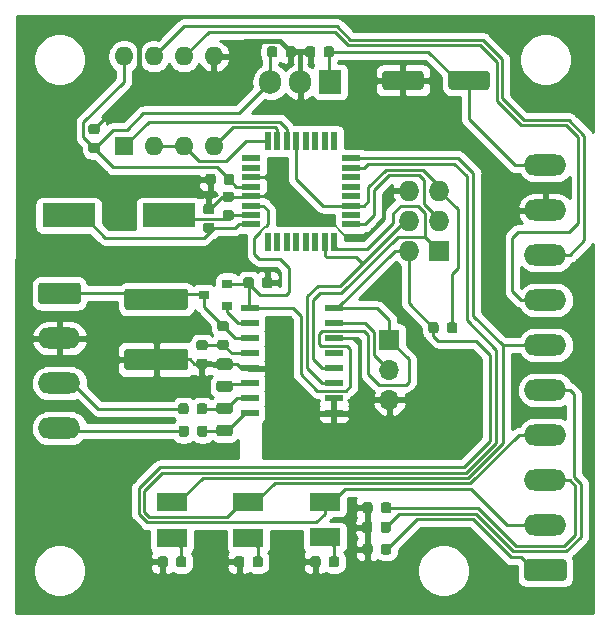
<source format=gtl>
G04 #@! TF.GenerationSoftware,KiCad,Pcbnew,5.1.9+dfsg1-1*
G04 #@! TF.CreationDate,2022-02-26T07:12:57+01:00*
G04 #@! TF.ProjectId,mobus,6d6f6275-732e-46b6-9963-61645f706362,rev?*
G04 #@! TF.SameCoordinates,Original*
G04 #@! TF.FileFunction,Copper,L1,Top*
G04 #@! TF.FilePolarity,Positive*
%FSLAX46Y46*%
G04 Gerber Fmt 4.6, Leading zero omitted, Abs format (unit mm)*
G04 Created by KiCad (PCBNEW 5.1.9+dfsg1-1) date 2022-02-26 07:12:57*
%MOMM*%
%LPD*%
G01*
G04 APERTURE LIST*
G04 #@! TA.AperFunction,ComponentPad*
%ADD10O,3.600000X1.800000*%
G04 #@! TD*
G04 #@! TA.AperFunction,ComponentPad*
%ADD11O,1.700000X1.700000*%
G04 #@! TD*
G04 #@! TA.AperFunction,ComponentPad*
%ADD12R,1.700000X1.700000*%
G04 #@! TD*
G04 #@! TA.AperFunction,SMDPad,CuDef*
%ADD13R,4.500000X2.000000*%
G04 #@! TD*
G04 #@! TA.AperFunction,SMDPad,CuDef*
%ADD14R,1.500000X0.600000*%
G04 #@! TD*
G04 #@! TA.AperFunction,ComponentPad*
%ADD15O,1.600000X1.600000*%
G04 #@! TD*
G04 #@! TA.AperFunction,ComponentPad*
%ADD16R,1.600000X1.600000*%
G04 #@! TD*
G04 #@! TA.AperFunction,ComponentPad*
%ADD17O,1.905000X2.000000*%
G04 #@! TD*
G04 #@! TA.AperFunction,ComponentPad*
%ADD18R,1.905000X2.000000*%
G04 #@! TD*
G04 #@! TA.AperFunction,SMDPad,CuDef*
%ADD19R,0.550000X1.600000*%
G04 #@! TD*
G04 #@! TA.AperFunction,SMDPad,CuDef*
%ADD20R,1.600000X0.550000*%
G04 #@! TD*
G04 #@! TA.AperFunction,SMDPad,CuDef*
%ADD21R,0.900000X0.800000*%
G04 #@! TD*
G04 #@! TA.AperFunction,SMDPad,CuDef*
%ADD22R,2.600000X1.500000*%
G04 #@! TD*
G04 #@! TA.AperFunction,ComponentPad*
%ADD23O,1.727200X1.727200*%
G04 #@! TD*
G04 #@! TA.AperFunction,ComponentPad*
%ADD24R,1.727200X1.727200*%
G04 #@! TD*
G04 #@! TA.AperFunction,Conductor*
%ADD25C,0.250000*%
G04 #@! TD*
G04 #@! TA.AperFunction,Conductor*
%ADD26C,0.400000*%
G04 #@! TD*
G04 #@! TA.AperFunction,Conductor*
%ADD27C,0.200000*%
G04 #@! TD*
G04 #@! TA.AperFunction,Conductor*
%ADD28C,0.254000*%
G04 #@! TD*
G04 #@! TA.AperFunction,Conductor*
%ADD29C,0.100000*%
G04 #@! TD*
G04 APERTURE END LIST*
G04 #@! TA.AperFunction,SMDPad,CuDef*
G36*
G01*
X128810500Y-85219250D02*
X128810500Y-84706750D01*
G75*
G02*
X129029250Y-84488000I218750J0D01*
G01*
X129466750Y-84488000D01*
G75*
G02*
X129685500Y-84706750I0J-218750D01*
G01*
X129685500Y-85219250D01*
G75*
G02*
X129466750Y-85438000I-218750J0D01*
G01*
X129029250Y-85438000D01*
G75*
G02*
X128810500Y-85219250I0J218750D01*
G01*
G37*
G04 #@! TD.AperFunction*
G04 #@! TA.AperFunction,SMDPad,CuDef*
G36*
G01*
X127235500Y-85219250D02*
X127235500Y-84706750D01*
G75*
G02*
X127454250Y-84488000I218750J0D01*
G01*
X127891750Y-84488000D01*
G75*
G02*
X128110500Y-84706750I0J-218750D01*
G01*
X128110500Y-85219250D01*
G75*
G02*
X127891750Y-85438000I-218750J0D01*
G01*
X127454250Y-85438000D01*
G75*
G02*
X127235500Y-85219250I0J218750D01*
G01*
G37*
G04 #@! TD.AperFunction*
D10*
X137160000Y-71183500D03*
X137160000Y-74993500D03*
X137160000Y-78803500D03*
X137160000Y-82613500D03*
X137160000Y-86423500D03*
X137160000Y-90233500D03*
X137160000Y-94043500D03*
X137160000Y-97853500D03*
X137160000Y-101663500D03*
G04 #@! TA.AperFunction,ComponentPad*
G36*
G01*
X138710000Y-106373500D02*
X135610000Y-106373500D01*
G75*
G02*
X135360000Y-106123500I0J250000D01*
G01*
X135360000Y-104823500D01*
G75*
G02*
X135610000Y-104573500I250000J0D01*
G01*
X138710000Y-104573500D01*
G75*
G02*
X138960000Y-104823500I0J-250000D01*
G01*
X138960000Y-106123500D01*
G75*
G02*
X138710000Y-106373500I-250000J0D01*
G01*
G37*
G04 #@! TD.AperFunction*
D11*
X123952000Y-91059000D03*
X123952000Y-88519000D03*
D12*
X123952000Y-85979000D03*
G04 #@! TA.AperFunction,SMDPad,CuDef*
G36*
G01*
X106653500Y-83440000D02*
X101753500Y-83440000D01*
G75*
G02*
X101503500Y-83190000I0J250000D01*
G01*
X101503500Y-81890000D01*
G75*
G02*
X101753500Y-81640000I250000J0D01*
G01*
X106653500Y-81640000D01*
G75*
G02*
X106903500Y-81890000I0J-250000D01*
G01*
X106903500Y-83190000D01*
G75*
G02*
X106653500Y-83440000I-250000J0D01*
G01*
G37*
G04 #@! TD.AperFunction*
G04 #@! TA.AperFunction,SMDPad,CuDef*
G36*
G01*
X106653500Y-88540000D02*
X101753500Y-88540000D01*
G75*
G02*
X101503500Y-88290000I0J250000D01*
G01*
X101503500Y-86990000D01*
G75*
G02*
X101753500Y-86740000I250000J0D01*
G01*
X106653500Y-86740000D01*
G75*
G02*
X106903500Y-86990000I0J-250000D01*
G01*
X106903500Y-88290000D01*
G75*
G02*
X106653500Y-88540000I-250000J0D01*
G01*
G37*
G04 #@! TD.AperFunction*
D13*
X105278500Y-75438000D03*
X96778500Y-75438000D03*
G04 #@! TA.AperFunction,SMDPad,CuDef*
G36*
G01*
X110555750Y-74300500D02*
X110043250Y-74300500D01*
G75*
G02*
X109824500Y-74081750I0J218750D01*
G01*
X109824500Y-73644250D01*
G75*
G02*
X110043250Y-73425500I218750J0D01*
G01*
X110555750Y-73425500D01*
G75*
G02*
X110774500Y-73644250I0J-218750D01*
G01*
X110774500Y-74081750D01*
G75*
G02*
X110555750Y-74300500I-218750J0D01*
G01*
G37*
G04 #@! TD.AperFunction*
G04 #@! TA.AperFunction,SMDPad,CuDef*
G36*
G01*
X110555750Y-75875500D02*
X110043250Y-75875500D01*
G75*
G02*
X109824500Y-75656750I0J218750D01*
G01*
X109824500Y-75219250D01*
G75*
G02*
X110043250Y-75000500I218750J0D01*
G01*
X110555750Y-75000500D01*
G75*
G02*
X110774500Y-75219250I0J-218750D01*
G01*
X110774500Y-75656750D01*
G75*
G02*
X110555750Y-75875500I-218750J0D01*
G01*
G37*
G04 #@! TD.AperFunction*
G04 #@! TA.AperFunction,SMDPad,CuDef*
G36*
G01*
X108904750Y-75342000D02*
X108392250Y-75342000D01*
G75*
G02*
X108173500Y-75123250I0J218750D01*
G01*
X108173500Y-74685750D01*
G75*
G02*
X108392250Y-74467000I218750J0D01*
G01*
X108904750Y-74467000D01*
G75*
G02*
X109123500Y-74685750I0J-218750D01*
G01*
X109123500Y-75123250D01*
G75*
G02*
X108904750Y-75342000I-218750J0D01*
G01*
G37*
G04 #@! TD.AperFunction*
G04 #@! TA.AperFunction,SMDPad,CuDef*
G36*
G01*
X108904750Y-76917000D02*
X108392250Y-76917000D01*
G75*
G02*
X108173500Y-76698250I0J218750D01*
G01*
X108173500Y-76260750D01*
G75*
G02*
X108392250Y-76042000I218750J0D01*
G01*
X108904750Y-76042000D01*
G75*
G02*
X109123500Y-76260750I0J-218750D01*
G01*
X109123500Y-76698250D01*
G75*
G02*
X108904750Y-76917000I-218750J0D01*
G01*
G37*
G04 #@! TD.AperFunction*
D14*
X119247000Y-83312000D03*
X119247000Y-84582000D03*
X119247000Y-85852000D03*
X119247000Y-87122000D03*
X119247000Y-88392000D03*
X119247000Y-89662000D03*
X119247000Y-90932000D03*
X119247000Y-92202000D03*
X112147000Y-92202000D03*
X112147000Y-90932000D03*
X112147000Y-89662000D03*
X112147000Y-88392000D03*
X112147000Y-87122000D03*
X112147000Y-85852000D03*
X112147000Y-84582000D03*
X112147000Y-83312000D03*
D15*
X101473000Y-61976000D03*
X109093000Y-69596000D03*
X104013000Y-61976000D03*
X106553000Y-69596000D03*
X106553000Y-61976000D03*
X104013000Y-69596000D03*
X109093000Y-61976000D03*
D16*
X101473000Y-69596000D03*
D17*
X113855500Y-64135000D03*
X116395500Y-64135000D03*
D18*
X118935500Y-64135000D03*
D19*
X113659000Y-69156000D03*
X114459000Y-69156000D03*
X115259000Y-69156000D03*
X116059000Y-69156000D03*
X116859000Y-69156000D03*
X117659000Y-69156000D03*
X118459000Y-69156000D03*
X119259000Y-69156000D03*
D20*
X120709000Y-70606000D03*
X120709000Y-71406000D03*
X120709000Y-72206000D03*
X120709000Y-73006000D03*
X120709000Y-73806000D03*
X120709000Y-74606000D03*
X120709000Y-75406000D03*
X120709000Y-76206000D03*
D19*
X119259000Y-77656000D03*
X118459000Y-77656000D03*
X117659000Y-77656000D03*
X116859000Y-77656000D03*
X116059000Y-77656000D03*
X115259000Y-77656000D03*
X114459000Y-77656000D03*
X113659000Y-77656000D03*
D20*
X112209000Y-76206000D03*
X112209000Y-75406000D03*
X112209000Y-74606000D03*
X112209000Y-73806000D03*
X112209000Y-73006000D03*
X112209000Y-72206000D03*
X112209000Y-71406000D03*
X112209000Y-70606000D03*
G04 #@! TA.AperFunction,SMDPad,CuDef*
G36*
G01*
X107820750Y-87573500D02*
X108333250Y-87573500D01*
G75*
G02*
X108552000Y-87792250I0J-218750D01*
G01*
X108552000Y-88229750D01*
G75*
G02*
X108333250Y-88448500I-218750J0D01*
G01*
X107820750Y-88448500D01*
G75*
G02*
X107602000Y-88229750I0J218750D01*
G01*
X107602000Y-87792250D01*
G75*
G02*
X107820750Y-87573500I218750J0D01*
G01*
G37*
G04 #@! TD.AperFunction*
G04 #@! TA.AperFunction,SMDPad,CuDef*
G36*
G01*
X107820750Y-85998500D02*
X108333250Y-85998500D01*
G75*
G02*
X108552000Y-86217250I0J-218750D01*
G01*
X108552000Y-86654750D01*
G75*
G02*
X108333250Y-86873500I-218750J0D01*
G01*
X107820750Y-86873500D01*
G75*
G02*
X107602000Y-86654750I0J218750D01*
G01*
X107602000Y-86217250D01*
G75*
G02*
X107820750Y-85998500I218750J0D01*
G01*
G37*
G04 #@! TD.AperFunction*
G04 #@! TA.AperFunction,SMDPad,CuDef*
G36*
G01*
X109598750Y-85948000D02*
X110111250Y-85948000D01*
G75*
G02*
X110330000Y-86166750I0J-218750D01*
G01*
X110330000Y-86604250D01*
G75*
G02*
X110111250Y-86823000I-218750J0D01*
G01*
X109598750Y-86823000D01*
G75*
G02*
X109380000Y-86604250I0J218750D01*
G01*
X109380000Y-86166750D01*
G75*
G02*
X109598750Y-85948000I218750J0D01*
G01*
G37*
G04 #@! TD.AperFunction*
G04 #@! TA.AperFunction,SMDPad,CuDef*
G36*
G01*
X109598750Y-84373000D02*
X110111250Y-84373000D01*
G75*
G02*
X110330000Y-84591750I0J-218750D01*
G01*
X110330000Y-85029250D01*
G75*
G02*
X110111250Y-85248000I-218750J0D01*
G01*
X109598750Y-85248000D01*
G75*
G02*
X109380000Y-85029250I0J218750D01*
G01*
X109380000Y-84591750D01*
G75*
G02*
X109598750Y-84373000I218750J0D01*
G01*
G37*
G04 #@! TD.AperFunction*
G04 #@! TA.AperFunction,SMDPad,CuDef*
G36*
G01*
X106939500Y-91564750D02*
X106939500Y-92077250D01*
G75*
G02*
X106720750Y-92296000I-218750J0D01*
G01*
X106283250Y-92296000D01*
G75*
G02*
X106064500Y-92077250I0J218750D01*
G01*
X106064500Y-91564750D01*
G75*
G02*
X106283250Y-91346000I218750J0D01*
G01*
X106720750Y-91346000D01*
G75*
G02*
X106939500Y-91564750I0J-218750D01*
G01*
G37*
G04 #@! TD.AperFunction*
G04 #@! TA.AperFunction,SMDPad,CuDef*
G36*
G01*
X108514500Y-91564750D02*
X108514500Y-92077250D01*
G75*
G02*
X108295750Y-92296000I-218750J0D01*
G01*
X107858250Y-92296000D01*
G75*
G02*
X107639500Y-92077250I0J218750D01*
G01*
X107639500Y-91564750D01*
G75*
G02*
X107858250Y-91346000I218750J0D01*
G01*
X108295750Y-91346000D01*
G75*
G02*
X108514500Y-91564750I0J-218750D01*
G01*
G37*
G04 #@! TD.AperFunction*
G04 #@! TA.AperFunction,SMDPad,CuDef*
G36*
G01*
X106965000Y-93469750D02*
X106965000Y-93982250D01*
G75*
G02*
X106746250Y-94201000I-218750J0D01*
G01*
X106308750Y-94201000D01*
G75*
G02*
X106090000Y-93982250I0J218750D01*
G01*
X106090000Y-93469750D01*
G75*
G02*
X106308750Y-93251000I218750J0D01*
G01*
X106746250Y-93251000D01*
G75*
G02*
X106965000Y-93469750I0J-218750D01*
G01*
G37*
G04 #@! TD.AperFunction*
G04 #@! TA.AperFunction,SMDPad,CuDef*
G36*
G01*
X108540000Y-93469750D02*
X108540000Y-93982250D01*
G75*
G02*
X108321250Y-94201000I-218750J0D01*
G01*
X107883750Y-94201000D01*
G75*
G02*
X107665000Y-93982250I0J218750D01*
G01*
X107665000Y-93469750D01*
G75*
G02*
X107883750Y-93251000I218750J0D01*
G01*
X108321250Y-93251000D01*
G75*
G02*
X108540000Y-93469750I0J-218750D01*
G01*
G37*
G04 #@! TD.AperFunction*
G04 #@! TA.AperFunction,SMDPad,CuDef*
G36*
G01*
X122497000Y-101597750D02*
X122497000Y-102110250D01*
G75*
G02*
X122278250Y-102329000I-218750J0D01*
G01*
X121840750Y-102329000D01*
G75*
G02*
X121622000Y-102110250I0J218750D01*
G01*
X121622000Y-101597750D01*
G75*
G02*
X121840750Y-101379000I218750J0D01*
G01*
X122278250Y-101379000D01*
G75*
G02*
X122497000Y-101597750I0J-218750D01*
G01*
G37*
G04 #@! TD.AperFunction*
G04 #@! TA.AperFunction,SMDPad,CuDef*
G36*
G01*
X124072000Y-101597750D02*
X124072000Y-102110250D01*
G75*
G02*
X123853250Y-102329000I-218750J0D01*
G01*
X123415750Y-102329000D01*
G75*
G02*
X123197000Y-102110250I0J218750D01*
G01*
X123197000Y-101597750D01*
G75*
G02*
X123415750Y-101379000I218750J0D01*
G01*
X123853250Y-101379000D01*
G75*
G02*
X124072000Y-101597750I0J-218750D01*
G01*
G37*
G04 #@! TD.AperFunction*
G04 #@! TA.AperFunction,SMDPad,CuDef*
G36*
G01*
X105187000Y-104518750D02*
X105187000Y-105031250D01*
G75*
G02*
X104968250Y-105250000I-218750J0D01*
G01*
X104530750Y-105250000D01*
G75*
G02*
X104312000Y-105031250I0J218750D01*
G01*
X104312000Y-104518750D01*
G75*
G02*
X104530750Y-104300000I218750J0D01*
G01*
X104968250Y-104300000D01*
G75*
G02*
X105187000Y-104518750I0J-218750D01*
G01*
G37*
G04 #@! TD.AperFunction*
G04 #@! TA.AperFunction,SMDPad,CuDef*
G36*
G01*
X106762000Y-104518750D02*
X106762000Y-105031250D01*
G75*
G02*
X106543250Y-105250000I-218750J0D01*
G01*
X106105750Y-105250000D01*
G75*
G02*
X105887000Y-105031250I0J218750D01*
G01*
X105887000Y-104518750D01*
G75*
G02*
X106105750Y-104300000I218750J0D01*
G01*
X106543250Y-104300000D01*
G75*
G02*
X106762000Y-104518750I0J-218750D01*
G01*
G37*
G04 #@! TD.AperFunction*
G04 #@! TA.AperFunction,SMDPad,CuDef*
G36*
G01*
X122522500Y-99946750D02*
X122522500Y-100459250D01*
G75*
G02*
X122303750Y-100678000I-218750J0D01*
G01*
X121866250Y-100678000D01*
G75*
G02*
X121647500Y-100459250I0J218750D01*
G01*
X121647500Y-99946750D01*
G75*
G02*
X121866250Y-99728000I218750J0D01*
G01*
X122303750Y-99728000D01*
G75*
G02*
X122522500Y-99946750I0J-218750D01*
G01*
G37*
G04 #@! TD.AperFunction*
G04 #@! TA.AperFunction,SMDPad,CuDef*
G36*
G01*
X124097500Y-99946750D02*
X124097500Y-100459250D01*
G75*
G02*
X123878750Y-100678000I-218750J0D01*
G01*
X123441250Y-100678000D01*
G75*
G02*
X123222500Y-100459250I0J218750D01*
G01*
X123222500Y-99946750D01*
G75*
G02*
X123441250Y-99728000I218750J0D01*
G01*
X123878750Y-99728000D01*
G75*
G02*
X124097500Y-99946750I0J-218750D01*
G01*
G37*
G04 #@! TD.AperFunction*
G04 #@! TA.AperFunction,SMDPad,CuDef*
G36*
G01*
X111664000Y-104518750D02*
X111664000Y-105031250D01*
G75*
G02*
X111445250Y-105250000I-218750J0D01*
G01*
X111007750Y-105250000D01*
G75*
G02*
X110789000Y-105031250I0J218750D01*
G01*
X110789000Y-104518750D01*
G75*
G02*
X111007750Y-104300000I218750J0D01*
G01*
X111445250Y-104300000D01*
G75*
G02*
X111664000Y-104518750I0J-218750D01*
G01*
G37*
G04 #@! TD.AperFunction*
G04 #@! TA.AperFunction,SMDPad,CuDef*
G36*
G01*
X113239000Y-104518750D02*
X113239000Y-105031250D01*
G75*
G02*
X113020250Y-105250000I-218750J0D01*
G01*
X112582750Y-105250000D01*
G75*
G02*
X112364000Y-105031250I0J218750D01*
G01*
X112364000Y-104518750D01*
G75*
G02*
X112582750Y-104300000I218750J0D01*
G01*
X113020250Y-104300000D01*
G75*
G02*
X113239000Y-104518750I0J-218750D01*
G01*
G37*
G04 #@! TD.AperFunction*
G04 #@! TA.AperFunction,SMDPad,CuDef*
G36*
G01*
X122522500Y-103439250D02*
X122522500Y-103951750D01*
G75*
G02*
X122303750Y-104170500I-218750J0D01*
G01*
X121866250Y-104170500D01*
G75*
G02*
X121647500Y-103951750I0J218750D01*
G01*
X121647500Y-103439250D01*
G75*
G02*
X121866250Y-103220500I218750J0D01*
G01*
X122303750Y-103220500D01*
G75*
G02*
X122522500Y-103439250I0J-218750D01*
G01*
G37*
G04 #@! TD.AperFunction*
G04 #@! TA.AperFunction,SMDPad,CuDef*
G36*
G01*
X124097500Y-103439250D02*
X124097500Y-103951750D01*
G75*
G02*
X123878750Y-104170500I-218750J0D01*
G01*
X123441250Y-104170500D01*
G75*
G02*
X123222500Y-103951750I0J218750D01*
G01*
X123222500Y-103439250D01*
G75*
G02*
X123441250Y-103220500I218750J0D01*
G01*
X123878750Y-103220500D01*
G75*
G02*
X124097500Y-103439250I0J-218750D01*
G01*
G37*
G04 #@! TD.AperFunction*
G04 #@! TA.AperFunction,SMDPad,CuDef*
G36*
G01*
X118115500Y-104518750D02*
X118115500Y-105031250D01*
G75*
G02*
X117896750Y-105250000I-218750J0D01*
G01*
X117459250Y-105250000D01*
G75*
G02*
X117240500Y-105031250I0J218750D01*
G01*
X117240500Y-104518750D01*
G75*
G02*
X117459250Y-104300000I218750J0D01*
G01*
X117896750Y-104300000D01*
G75*
G02*
X118115500Y-104518750I0J-218750D01*
G01*
G37*
G04 #@! TD.AperFunction*
G04 #@! TA.AperFunction,SMDPad,CuDef*
G36*
G01*
X119690500Y-104518750D02*
X119690500Y-105031250D01*
G75*
G02*
X119471750Y-105250000I-218750J0D01*
G01*
X119034250Y-105250000D01*
G75*
G02*
X118815500Y-105031250I0J218750D01*
G01*
X118815500Y-104518750D01*
G75*
G02*
X119034250Y-104300000I218750J0D01*
G01*
X119471750Y-104300000D01*
G75*
G02*
X119690500Y-104518750I0J-218750D01*
G01*
G37*
G04 #@! TD.AperFunction*
D21*
X108220000Y-82169000D03*
X110220000Y-81219000D03*
X110220000Y-83119000D03*
D10*
X96012000Y-93472000D03*
X96012000Y-89662000D03*
X96012000Y-85852000D03*
G04 #@! TA.AperFunction,ComponentPad*
G36*
G01*
X94462000Y-81142000D02*
X97562000Y-81142000D01*
G75*
G02*
X97812000Y-81392000I0J-250000D01*
G01*
X97812000Y-82692000D01*
G75*
G02*
X97562000Y-82942000I-250000J0D01*
G01*
X94462000Y-82942000D01*
G75*
G02*
X94212000Y-82692000I0J250000D01*
G01*
X94212000Y-81392000D01*
G75*
G02*
X94462000Y-81142000I250000J0D01*
G01*
G37*
G04 #@! TD.AperFunction*
D22*
X105537000Y-99719000D03*
X105537000Y-102719000D03*
X112014000Y-99743000D03*
X112014000Y-102743000D03*
X118491000Y-99695000D03*
X118491000Y-102695000D03*
D23*
X125603000Y-73342500D03*
X128143000Y-73342500D03*
X125603000Y-75882500D03*
X128143000Y-75882500D03*
X125603000Y-78422500D03*
D24*
X128143000Y-78422500D03*
G04 #@! TA.AperFunction,SMDPad,CuDef*
G36*
G01*
X110438250Y-88528500D02*
X109525750Y-88528500D01*
G75*
G02*
X109282000Y-88284750I0J243750D01*
G01*
X109282000Y-87797250D01*
G75*
G02*
X109525750Y-87553500I243750J0D01*
G01*
X110438250Y-87553500D01*
G75*
G02*
X110682000Y-87797250I0J-243750D01*
G01*
X110682000Y-88284750D01*
G75*
G02*
X110438250Y-88528500I-243750J0D01*
G01*
G37*
G04 #@! TD.AperFunction*
G04 #@! TA.AperFunction,SMDPad,CuDef*
G36*
G01*
X110438250Y-90403500D02*
X109525750Y-90403500D01*
G75*
G02*
X109282000Y-90159750I0J243750D01*
G01*
X109282000Y-89672250D01*
G75*
G02*
X109525750Y-89428500I243750J0D01*
G01*
X110438250Y-89428500D01*
G75*
G02*
X110682000Y-89672250I0J-243750D01*
G01*
X110682000Y-90159750D01*
G75*
G02*
X110438250Y-90403500I-243750J0D01*
G01*
G37*
G04 #@! TD.AperFunction*
G04 #@! TA.AperFunction,SMDPad,CuDef*
G36*
G01*
X110438250Y-92260000D02*
X109525750Y-92260000D01*
G75*
G02*
X109282000Y-92016250I0J243750D01*
G01*
X109282000Y-91528750D01*
G75*
G02*
X109525750Y-91285000I243750J0D01*
G01*
X110438250Y-91285000D01*
G75*
G02*
X110682000Y-91528750I0J-243750D01*
G01*
X110682000Y-92016250D01*
G75*
G02*
X110438250Y-92260000I-243750J0D01*
G01*
G37*
G04 #@! TD.AperFunction*
G04 #@! TA.AperFunction,SMDPad,CuDef*
G36*
G01*
X110438250Y-94135000D02*
X109525750Y-94135000D01*
G75*
G02*
X109282000Y-93891250I0J243750D01*
G01*
X109282000Y-93403750D01*
G75*
G02*
X109525750Y-93160000I243750J0D01*
G01*
X110438250Y-93160000D01*
G75*
G02*
X110682000Y-93403750I0J-243750D01*
G01*
X110682000Y-93891250D01*
G75*
G02*
X110438250Y-94135000I-243750J0D01*
G01*
G37*
G04 #@! TD.AperFunction*
G04 #@! TA.AperFunction,SMDPad,CuDef*
G36*
G01*
X113151500Y-81409250D02*
X113151500Y-80896750D01*
G75*
G02*
X113370250Y-80678000I218750J0D01*
G01*
X113807750Y-80678000D01*
G75*
G02*
X114026500Y-80896750I0J-218750D01*
G01*
X114026500Y-81409250D01*
G75*
G02*
X113807750Y-81628000I-218750J0D01*
G01*
X113370250Y-81628000D01*
G75*
G02*
X113151500Y-81409250I0J218750D01*
G01*
G37*
G04 #@! TD.AperFunction*
G04 #@! TA.AperFunction,SMDPad,CuDef*
G36*
G01*
X111576500Y-81409250D02*
X111576500Y-80896750D01*
G75*
G02*
X111795250Y-80678000I218750J0D01*
G01*
X112232750Y-80678000D01*
G75*
G02*
X112451500Y-80896750I0J-218750D01*
G01*
X112451500Y-81409250D01*
G75*
G02*
X112232750Y-81628000I-218750J0D01*
G01*
X111795250Y-81628000D01*
G75*
G02*
X111576500Y-81409250I0J218750D01*
G01*
G37*
G04 #@! TD.AperFunction*
G04 #@! TA.AperFunction,SMDPad,CuDef*
G36*
G01*
X98676750Y-69285500D02*
X99189250Y-69285500D01*
G75*
G02*
X99408000Y-69504250I0J-218750D01*
G01*
X99408000Y-69941750D01*
G75*
G02*
X99189250Y-70160500I-218750J0D01*
G01*
X98676750Y-70160500D01*
G75*
G02*
X98458000Y-69941750I0J218750D01*
G01*
X98458000Y-69504250D01*
G75*
G02*
X98676750Y-69285500I218750J0D01*
G01*
G37*
G04 #@! TD.AperFunction*
G04 #@! TA.AperFunction,SMDPad,CuDef*
G36*
G01*
X98676750Y-67710500D02*
X99189250Y-67710500D01*
G75*
G02*
X99408000Y-67929250I0J-218750D01*
G01*
X99408000Y-68366750D01*
G75*
G02*
X99189250Y-68585500I-218750J0D01*
G01*
X98676750Y-68585500D01*
G75*
G02*
X98458000Y-68366750I0J218750D01*
G01*
X98458000Y-67929250D01*
G75*
G02*
X98676750Y-67710500I218750J0D01*
G01*
G37*
G04 #@! TD.AperFunction*
G04 #@! TA.AperFunction,SMDPad,CuDef*
G36*
G01*
X115158000Y-61851250D02*
X115158000Y-61338750D01*
G75*
G02*
X115376750Y-61120000I218750J0D01*
G01*
X115814250Y-61120000D01*
G75*
G02*
X116033000Y-61338750I0J-218750D01*
G01*
X116033000Y-61851250D01*
G75*
G02*
X115814250Y-62070000I-218750J0D01*
G01*
X115376750Y-62070000D01*
G75*
G02*
X115158000Y-61851250I0J218750D01*
G01*
G37*
G04 #@! TD.AperFunction*
G04 #@! TA.AperFunction,SMDPad,CuDef*
G36*
G01*
X113583000Y-61851250D02*
X113583000Y-61338750D01*
G75*
G02*
X113801750Y-61120000I218750J0D01*
G01*
X114239250Y-61120000D01*
G75*
G02*
X114458000Y-61338750I0J-218750D01*
G01*
X114458000Y-61851250D01*
G75*
G02*
X114239250Y-62070000I-218750J0D01*
G01*
X113801750Y-62070000D01*
G75*
G02*
X113583000Y-61851250I0J218750D01*
G01*
G37*
G04 #@! TD.AperFunction*
G04 #@! TA.AperFunction,SMDPad,CuDef*
G36*
G01*
X117671000Y-61338750D02*
X117671000Y-61851250D01*
G75*
G02*
X117452250Y-62070000I-218750J0D01*
G01*
X117014750Y-62070000D01*
G75*
G02*
X116796000Y-61851250I0J218750D01*
G01*
X116796000Y-61338750D01*
G75*
G02*
X117014750Y-61120000I218750J0D01*
G01*
X117452250Y-61120000D01*
G75*
G02*
X117671000Y-61338750I0J-218750D01*
G01*
G37*
G04 #@! TD.AperFunction*
G04 #@! TA.AperFunction,SMDPad,CuDef*
G36*
G01*
X119246000Y-61338750D02*
X119246000Y-61851250D01*
G75*
G02*
X119027250Y-62070000I-218750J0D01*
G01*
X118589750Y-62070000D01*
G75*
G02*
X118371000Y-61851250I0J218750D01*
G01*
X118371000Y-61338750D01*
G75*
G02*
X118589750Y-61120000I218750J0D01*
G01*
X119027250Y-61120000D01*
G75*
G02*
X119246000Y-61338750I0J-218750D01*
G01*
G37*
G04 #@! TD.AperFunction*
G04 #@! TA.AperFunction,SMDPad,CuDef*
G36*
G01*
X126839000Y-63458000D02*
X126839000Y-64558000D01*
G75*
G02*
X126589000Y-64808000I-250000J0D01*
G01*
X123589000Y-64808000D01*
G75*
G02*
X123339000Y-64558000I0J250000D01*
G01*
X123339000Y-63458000D01*
G75*
G02*
X123589000Y-63208000I250000J0D01*
G01*
X126589000Y-63208000D01*
G75*
G02*
X126839000Y-63458000I0J-250000D01*
G01*
G37*
G04 #@! TD.AperFunction*
G04 #@! TA.AperFunction,SMDPad,CuDef*
G36*
G01*
X132439000Y-63458000D02*
X132439000Y-64558000D01*
G75*
G02*
X132189000Y-64808000I-250000J0D01*
G01*
X129189000Y-64808000D01*
G75*
G02*
X128939000Y-64558000I0J250000D01*
G01*
X128939000Y-63458000D01*
G75*
G02*
X129189000Y-63208000I250000J0D01*
G01*
X132189000Y-63208000D01*
G75*
G02*
X132439000Y-63458000I0J-250000D01*
G01*
G37*
G04 #@! TD.AperFunction*
G04 #@! TA.AperFunction,SMDPad,CuDef*
G36*
G01*
X109225500Y-72133750D02*
X109225500Y-72646250D01*
G75*
G02*
X109006750Y-72865000I-218750J0D01*
G01*
X108569250Y-72865000D01*
G75*
G02*
X108350500Y-72646250I0J218750D01*
G01*
X108350500Y-72133750D01*
G75*
G02*
X108569250Y-71915000I218750J0D01*
G01*
X109006750Y-71915000D01*
G75*
G02*
X109225500Y-72133750I0J-218750D01*
G01*
G37*
G04 #@! TD.AperFunction*
G04 #@! TA.AperFunction,SMDPad,CuDef*
G36*
G01*
X110800500Y-72133750D02*
X110800500Y-72646250D01*
G75*
G02*
X110581750Y-72865000I-218750J0D01*
G01*
X110144250Y-72865000D01*
G75*
G02*
X109925500Y-72646250I0J218750D01*
G01*
X109925500Y-72133750D01*
G75*
G02*
X110144250Y-71915000I218750J0D01*
G01*
X110581750Y-71915000D01*
G75*
G02*
X110800500Y-72133750I0J-218750D01*
G01*
G37*
G04 #@! TD.AperFunction*
D25*
X112152000Y-73863000D02*
X112209000Y-73806000D01*
X110490000Y-73863000D02*
X112152000Y-73863000D01*
D26*
X116395500Y-64135000D02*
X116395500Y-62433000D01*
D25*
X116205000Y-61595000D02*
X115405000Y-61595000D01*
X116395500Y-61785500D02*
X116205000Y-61595000D01*
D26*
X116395500Y-62433000D02*
X116395500Y-61785500D01*
D25*
X116586000Y-61595000D02*
X117233500Y-61595000D01*
X116395500Y-61785500D02*
X116586000Y-61595000D01*
X109093000Y-64008000D02*
X109093000Y-61976000D01*
X107315000Y-65786000D02*
X109093000Y-64008000D01*
X98933000Y-68148000D02*
X101295000Y-65786000D01*
X122555000Y-91059000D02*
X123952000Y-91059000D01*
X121412000Y-89916000D02*
X122555000Y-91059000D01*
X121412000Y-85979000D02*
X121412000Y-89916000D01*
X121285000Y-85852000D02*
X121412000Y-85979000D01*
X119247000Y-85852000D02*
X121285000Y-85852000D01*
X119247000Y-90932000D02*
X119247000Y-92202000D01*
X113328500Y-73806000D02*
X112209000Y-73806000D01*
X113842010Y-73292490D02*
X113328500Y-73806000D01*
X113842010Y-72567010D02*
X113842010Y-73292490D01*
X113481000Y-72206000D02*
X113842010Y-72567010D01*
X112209000Y-72206000D02*
X113481000Y-72206000D01*
X109982000Y-88041000D02*
X111028000Y-88041000D01*
X111379000Y-88392000D02*
X112147000Y-88392000D01*
X111028000Y-88041000D02*
X111379000Y-88392000D01*
X104203500Y-87640000D02*
X107071000Y-87640000D01*
X107442000Y-88011000D02*
X108077000Y-88011000D01*
X107071000Y-87640000D02*
X107442000Y-88011000D01*
D27*
X124269500Y-73342500D02*
X125603000Y-73342500D01*
X123444000Y-74168000D02*
X124269500Y-73342500D01*
X123444000Y-75692000D02*
X123444000Y-74168000D01*
X122047000Y-77089000D02*
X123444000Y-75692000D01*
X120142000Y-77089000D02*
X122047000Y-77089000D01*
X118999000Y-75946000D02*
X120142000Y-77089000D01*
X117094000Y-75946000D02*
X118999000Y-75946000D01*
X114954000Y-73806000D02*
X117094000Y-75946000D01*
X112209000Y-73806000D02*
X114954000Y-73806000D01*
D25*
X109779000Y-73863000D02*
X110490000Y-73863000D01*
X108737500Y-74904500D02*
X109779000Y-73863000D01*
X108648500Y-74904500D02*
X108737500Y-74904500D01*
X110363000Y-61976000D02*
X109093000Y-61976000D01*
X111696500Y-60642500D02*
X110363000Y-61976000D01*
D26*
X114643000Y-60642500D02*
X111696500Y-60642500D01*
X115595500Y-61595000D02*
X114643000Y-60642500D01*
D25*
X101295000Y-65786000D02*
X102997000Y-65786000D01*
X102997000Y-65786000D02*
X107315000Y-65786000D01*
D26*
X102171500Y-59944000D02*
X100076000Y-59944000D01*
X102743000Y-60515500D02*
X102171500Y-59944000D01*
X102743000Y-63119000D02*
X102743000Y-60515500D01*
X102679500Y-63182500D02*
X102743000Y-63119000D01*
X102997000Y-63500000D02*
X102679500Y-63182500D01*
X102997000Y-65786000D02*
X102997000Y-63500000D01*
D25*
X137160000Y-71183500D02*
X134556500Y-71183500D01*
X130689000Y-67316000D02*
X130689000Y-64008000D01*
X134556500Y-71183500D02*
X130689000Y-67316000D01*
X118808500Y-64008000D02*
X118935500Y-64135000D01*
X118808500Y-61595000D02*
X118808500Y-64008000D01*
X129667000Y-64008000D02*
X130689000Y-64008000D01*
X127254000Y-61595000D02*
X129667000Y-64008000D01*
X118808500Y-61595000D02*
X127254000Y-61595000D01*
X110221000Y-91772500D02*
X109982000Y-91772500D01*
X111061500Y-90932000D02*
X110221000Y-91772500D01*
X112147000Y-90932000D02*
X111061500Y-90932000D01*
X109933500Y-91821000D02*
X109982000Y-91772500D01*
X108077000Y-91821000D02*
X109933500Y-91821000D01*
X111696500Y-92202000D02*
X110251000Y-93647500D01*
X110251000Y-93647500D02*
X109982000Y-93647500D01*
X112147000Y-92202000D02*
X111696500Y-92202000D01*
X109903500Y-93726000D02*
X109982000Y-93647500D01*
X108102500Y-93726000D02*
X109903500Y-93726000D01*
X112083500Y-89725500D02*
X112147000Y-89662000D01*
X110172500Y-89725500D02*
X112083500Y-89725500D01*
X109982000Y-89916000D02*
X110172500Y-89725500D01*
X110896500Y-85852000D02*
X112147000Y-85852000D01*
X109855000Y-84810500D02*
X110896500Y-85852000D01*
X108220000Y-83175500D02*
X109855000Y-84810500D01*
X108220000Y-82169000D02*
X108220000Y-83175500D01*
X105156000Y-82063500D02*
X108114500Y-82063500D01*
X108114500Y-82063500D02*
X108220000Y-82169000D01*
X105134500Y-82042000D02*
X105156000Y-82063500D01*
X96266000Y-82042000D02*
X105134500Y-82042000D01*
X96202500Y-81978500D02*
X96266000Y-82042000D01*
X118294000Y-74606000D02*
X120709000Y-74606000D01*
X116059000Y-72371000D02*
X118294000Y-74606000D01*
X116059000Y-69156000D02*
X116059000Y-72371000D01*
X121759000Y-74606000D02*
X120709000Y-74606000D01*
X122174000Y-74191000D02*
X121759000Y-74606000D01*
X122174000Y-73025000D02*
X122174000Y-74191000D01*
X128143000Y-73533000D02*
X128143000Y-72960089D01*
X126747411Y-71564500D02*
X123634500Y-71564500D01*
X128143000Y-72960089D02*
X126747411Y-71564500D01*
X123634500Y-71564500D02*
X122174000Y-73025000D01*
X129248000Y-84963000D02*
X129248000Y-80365500D01*
X129248000Y-80365500D02*
X129730500Y-79883000D01*
X129730500Y-74930000D02*
X128143000Y-73342500D01*
X129730500Y-79883000D02*
X129730500Y-74930000D01*
X116967000Y-82298000D02*
X117858000Y-81407000D01*
X116967000Y-88382000D02*
X116967000Y-82298000D01*
X118247000Y-89662000D02*
X116967000Y-88382000D01*
X119247000Y-89662000D02*
X118247000Y-89662000D01*
X117856000Y-81405000D02*
X117858000Y-81407000D01*
X125285500Y-75882500D02*
X125603000Y-75882500D01*
X119761000Y-81407000D02*
X125285500Y-75882500D01*
X117858000Y-81407000D02*
X119761000Y-81407000D01*
X121158000Y-78994000D02*
X121666000Y-79502000D01*
X118618000Y-78994000D02*
X121158000Y-78994000D01*
X118459000Y-78835000D02*
X118618000Y-78994000D01*
X118459000Y-77656000D02*
X118459000Y-78835000D01*
X126873000Y-74484090D02*
X128143000Y-75754090D01*
X126873000Y-72453500D02*
X126873000Y-74484090D01*
X121850500Y-76206000D02*
X122682000Y-75374500D01*
X126434011Y-72014511D02*
X126873000Y-72453500D01*
X122682000Y-73279000D02*
X123946489Y-72014511D01*
X128143000Y-75754090D02*
X128143000Y-75882500D01*
X122682000Y-75374500D02*
X122682000Y-73279000D01*
X120709000Y-76206000D02*
X121850500Y-76206000D01*
X123946489Y-72014511D02*
X126434011Y-72014511D01*
X126954399Y-77233899D02*
X128143000Y-78422500D01*
X119888000Y-82042000D02*
X124696101Y-77233899D01*
X124696101Y-77233899D02*
X126954399Y-77233899D01*
X118046500Y-82042000D02*
X119888000Y-82042000D01*
X117486022Y-82602478D02*
X118046500Y-82042000D01*
X117486022Y-87631022D02*
X117486022Y-82602478D01*
X118247000Y-88392000D02*
X117486022Y-87631022D01*
X119247000Y-88392000D02*
X118247000Y-88392000D01*
X124269500Y-76073000D02*
X122047000Y-78295500D01*
X119507000Y-78295500D02*
X119259000Y-78047500D01*
X122047000Y-78295500D02*
X119507000Y-78295500D01*
X124269500Y-75247500D02*
X124269500Y-76073000D01*
X119259000Y-78047500D02*
X119259000Y-77656000D01*
X124904500Y-74612500D02*
X124269500Y-75247500D01*
X126365000Y-74612500D02*
X124904500Y-74612500D01*
X126954399Y-75201899D02*
X126365000Y-74612500D01*
X126954399Y-77233899D02*
X126954399Y-75201899D01*
X119253000Y-103457000D02*
X118491000Y-102695000D01*
X119253000Y-104775000D02*
X119253000Y-103457000D01*
X112801500Y-103530500D02*
X112014000Y-102743000D01*
X112801500Y-104775000D02*
X112801500Y-103530500D01*
X106324500Y-103506500D02*
X105537000Y-102719000D01*
X106324500Y-104775000D02*
X106324500Y-103506500D01*
X96520000Y-93726000D02*
X106527500Y-93726000D01*
X96202500Y-93408500D02*
X96520000Y-93726000D01*
X97091500Y-89598500D02*
X96202500Y-89598500D01*
X99314000Y-91821000D02*
X97091500Y-89598500D01*
X106502000Y-91821000D02*
X99314000Y-91821000D01*
X122682000Y-87249000D02*
X123952000Y-88519000D01*
X121920000Y-84582000D02*
X122682000Y-85344000D01*
X122682000Y-85344000D02*
X122682000Y-87249000D01*
X119247000Y-84582000D02*
X121920000Y-84582000D01*
X110220000Y-83655000D02*
X110220000Y-83119000D01*
X111147000Y-84582000D02*
X110220000Y-83655000D01*
X112147000Y-84582000D02*
X111147000Y-84582000D01*
X109804500Y-86436000D02*
X109855000Y-86385500D01*
X108077000Y-86436000D02*
X109804500Y-86436000D01*
X110591500Y-87122000D02*
X112147000Y-87122000D01*
X109855000Y-86385500D02*
X110591500Y-87122000D01*
X113659000Y-69156000D02*
X111819000Y-69156000D01*
X111819000Y-69156000D02*
X110109000Y-70866000D01*
X107823000Y-70866000D02*
X106553000Y-69596000D01*
X110109000Y-70866000D02*
X107823000Y-70866000D01*
X104013000Y-69596000D02*
X106553000Y-69596000D01*
X110744000Y-67945000D02*
X109093000Y-69596000D01*
X114298000Y-67945000D02*
X110744000Y-67945000D01*
X114459000Y-68106000D02*
X114298000Y-67945000D01*
X114459000Y-69156000D02*
X114459000Y-68106000D01*
X114647990Y-67494990D02*
X103574010Y-67494990D01*
X115259000Y-68106000D02*
X114647990Y-67494990D01*
X103574010Y-67494990D02*
X101473000Y-69596000D01*
X115259000Y-69156000D02*
X115259000Y-68106000D01*
X110909000Y-76479500D02*
X109093000Y-76479500D01*
X111182500Y-76206000D02*
X110909000Y-76479500D01*
X112209000Y-76206000D02*
X111182500Y-76206000D01*
X108229500Y-77343000D02*
X109093000Y-76479500D01*
X99885500Y-77343000D02*
X108229500Y-77343000D01*
X97980500Y-75438000D02*
X99885500Y-77343000D01*
X96778500Y-75438000D02*
X97980500Y-75438000D01*
X110211010Y-75716990D02*
X110490000Y-75438000D01*
X105874990Y-75716990D02*
X110211010Y-75716990D01*
X105596000Y-75438000D02*
X105874990Y-75716990D01*
X112177000Y-75438000D02*
X112209000Y-75406000D01*
X110490000Y-75438000D02*
X112177000Y-75438000D01*
X111948000Y-81219000D02*
X112014000Y-81153000D01*
X110220000Y-81219000D02*
X111948000Y-81219000D01*
X112077500Y-81216500D02*
X112014000Y-81153000D01*
X112077500Y-83242500D02*
X112077500Y-81216500D01*
X112147000Y-83312000D02*
X112077500Y-83242500D01*
X113855500Y-61760000D02*
X113855500Y-64135000D01*
X114020500Y-61595000D02*
X113855500Y-61760000D01*
X110979000Y-73006000D02*
X110363000Y-72390000D01*
X112209000Y-73006000D02*
X110979000Y-73006000D01*
X111188500Y-66802000D02*
X113855500Y-64135000D01*
X103124000Y-66802000D02*
X111188500Y-66802000D01*
X101727000Y-68199000D02*
X103124000Y-66802000D01*
X100584000Y-68199000D02*
X101727000Y-68199000D01*
X99060000Y-69723000D02*
X100584000Y-68199000D01*
X98933000Y-69723000D02*
X99060000Y-69723000D01*
X98044000Y-68834000D02*
X98933000Y-69723000D01*
X98044000Y-67564000D02*
X98044000Y-68834000D01*
X101473000Y-64135000D02*
X98044000Y-67564000D01*
X101473000Y-61976000D02*
X101473000Y-64135000D01*
X109347000Y-71374000D02*
X110363000Y-72390000D01*
X100584000Y-71374000D02*
X109347000Y-71374000D01*
X98933000Y-69723000D02*
X100584000Y-71374000D01*
X125603000Y-89535000D02*
X125603000Y-87630000D01*
X122174000Y-85598000D02*
X122174000Y-88900000D01*
X112147000Y-83312000D02*
X115824000Y-83312000D01*
X115824000Y-83312000D02*
X116459000Y-83947000D01*
X116459000Y-83947000D02*
X116459000Y-88900000D01*
X116459000Y-88900000D02*
X117846001Y-90287001D01*
X117983000Y-85471000D02*
X118246999Y-85207001D01*
X118246999Y-85207001D02*
X121783001Y-85207001D01*
X117846001Y-90287001D02*
X120259001Y-90287001D01*
X121783001Y-85207001D02*
X122174000Y-85598000D01*
X120259001Y-90287001D02*
X120650000Y-89896002D01*
X120650000Y-89896002D02*
X120650000Y-86741000D01*
X125603000Y-87630000D02*
X123952000Y-85979000D01*
X123063000Y-89789000D02*
X125349000Y-89789000D01*
X120386001Y-86477001D02*
X118119999Y-86477001D01*
X122174000Y-88900000D02*
X123063000Y-89789000D01*
X120650000Y-86741000D02*
X120386001Y-86477001D01*
X125349000Y-89789000D02*
X125603000Y-89535000D01*
X118119999Y-86477001D02*
X117983000Y-86340002D01*
X117983000Y-86340002D02*
X117983000Y-85471000D01*
X124396500Y-78422500D02*
X125603000Y-78422500D01*
X119507000Y-83312000D02*
X124396500Y-78422500D01*
X119247000Y-83312000D02*
X119507000Y-83312000D01*
X123952000Y-84328000D02*
X123952000Y-85979000D01*
X122936000Y-83312000D02*
X123952000Y-84328000D01*
X119247000Y-83312000D02*
X122936000Y-83312000D01*
D27*
X113538000Y-76327000D02*
X113030000Y-76835000D01*
D25*
X113665000Y-75012000D02*
X113665000Y-76200000D01*
X113665000Y-76200000D02*
X113538000Y-76327000D01*
X113259000Y-74606000D02*
X113665000Y-75012000D01*
X112209000Y-74606000D02*
X113259000Y-74606000D01*
X113030000Y-82169000D02*
X112014000Y-81153000D01*
X115189000Y-82169000D02*
X113030000Y-82169000D01*
X115443000Y-81915000D02*
X115189000Y-82169000D01*
X115443000Y-79883000D02*
X115443000Y-81915000D01*
X114681000Y-79121000D02*
X115443000Y-79883000D01*
X112903000Y-79121000D02*
X114681000Y-79121000D01*
X112522000Y-78740000D02*
X112903000Y-79121000D01*
X112522000Y-77343000D02*
X112522000Y-78740000D01*
X113030000Y-76835000D02*
X112522000Y-77343000D01*
X130832044Y-98574044D02*
X133921500Y-101663500D01*
X120183456Y-98574044D02*
X130832044Y-98574044D01*
X133921500Y-101663500D02*
X137160000Y-101663500D01*
X119062500Y-99695000D02*
X120183456Y-98574044D01*
X118491000Y-99695000D02*
X119062500Y-99695000D01*
X125603000Y-82893000D02*
X127673000Y-84963000D01*
X125603000Y-78422500D02*
X125603000Y-82893000D01*
X131254500Y-86042500D02*
X128079500Y-86042500D01*
X128079500Y-86042500D02*
X127673000Y-85636000D01*
X130237090Y-96774000D02*
X132461000Y-94550090D01*
X104519589Y-96774000D02*
X130237090Y-96774000D01*
X102737490Y-98556099D02*
X104519589Y-96774000D01*
X102737490Y-100706900D02*
X102737490Y-98556099D01*
X127673000Y-85636000D02*
X127673000Y-84963000D01*
X132461000Y-87249000D02*
X131254500Y-86042500D01*
X103445598Y-101415009D02*
X102737490Y-100706900D01*
X117770991Y-101415009D02*
X103445598Y-101415009D01*
X132461000Y-94550090D02*
X132461000Y-87249000D01*
X118491000Y-100695000D02*
X117770991Y-101415009D01*
X118491000Y-99695000D02*
X118491000Y-100695000D01*
X112601000Y-99743000D02*
X112014000Y-99743000D01*
X114219967Y-98124033D02*
X112601000Y-99743000D01*
X130796290Y-98124033D02*
X114219967Y-98124033D01*
X134876823Y-94043500D02*
X130796290Y-98124033D01*
X137160000Y-94043500D02*
X134876823Y-94043500D01*
X122102990Y-71062010D02*
X121759000Y-71406000D01*
X130492500Y-72136000D02*
X129418510Y-71062010D01*
X130492500Y-84328000D02*
X130492500Y-72136000D01*
X132969000Y-86804500D02*
X130492500Y-84328000D01*
X132969000Y-94678500D02*
X132969000Y-86804500D01*
X130423490Y-97224011D02*
X132969000Y-94678500D01*
X103187501Y-98742499D02*
X104705989Y-97224011D01*
X103187501Y-100520500D02*
X103187501Y-98742499D01*
X121759000Y-71406000D02*
X120709000Y-71406000D01*
X103631999Y-100964999D02*
X103187501Y-100520500D01*
X110236001Y-100964999D02*
X103631999Y-100964999D01*
X129418510Y-71062010D02*
X122102990Y-71062010D01*
X111458000Y-99743000D02*
X110236001Y-100964999D01*
X104705989Y-97224011D02*
X130423490Y-97224011D01*
X112014000Y-99743000D02*
X111458000Y-99743000D01*
X133540500Y-86423500D02*
X137160000Y-86423500D01*
X130609890Y-97674022D02*
X133540500Y-94743412D01*
X108129478Y-97674022D02*
X130609890Y-97674022D01*
X133540500Y-94743412D02*
X133540500Y-86423500D01*
X106084500Y-99719000D02*
X108129478Y-97674022D01*
X105537000Y-99719000D02*
X106084500Y-99719000D01*
X120709000Y-70606000D02*
X129788000Y-70606000D01*
X129788000Y-70606000D02*
X131064000Y-71882000D01*
X131064000Y-71882000D02*
X131064000Y-83947000D01*
X131064000Y-83947000D02*
X133540500Y-86423500D01*
X136207500Y-105473500D02*
X137160000Y-105473500D01*
X135128000Y-104394000D02*
X136207500Y-105473500D01*
X134239000Y-104394000D02*
X135128000Y-104394000D01*
X131000500Y-101155500D02*
X134239000Y-104394000D01*
X123660000Y-103695500D02*
X123761500Y-103695500D01*
X123761500Y-103695500D02*
X126301500Y-101155500D01*
X126301500Y-101155500D02*
X131000500Y-101155500D01*
X131445000Y-100203000D02*
X123660000Y-100203000D01*
X138751600Y-103435990D02*
X134677990Y-103435990D01*
X139700000Y-102487590D02*
X138751600Y-103435990D01*
X134677990Y-103435990D02*
X131445000Y-100203000D01*
X139700000Y-98343500D02*
X139700000Y-102487590D01*
X139210000Y-97853500D02*
X139700000Y-98343500D01*
X137160000Y-97853500D02*
X139210000Y-97853500D01*
X139573000Y-90596500D02*
X139210000Y-90233500D01*
X123634500Y-101854000D02*
X124783011Y-100705489D01*
X140150011Y-102673989D02*
X140150011Y-98157100D01*
X138938000Y-103886000D02*
X140150011Y-102673989D01*
X124783011Y-100705489D02*
X131248989Y-100705489D01*
X139210000Y-90233500D02*
X137160000Y-90233500D01*
X134429500Y-103886000D02*
X138938000Y-103886000D01*
X140150011Y-98157100D02*
X139573000Y-97580089D01*
X131248989Y-100705489D02*
X134429500Y-103886000D01*
X139573000Y-97580089D02*
X139573000Y-90596500D01*
X104812999Y-61176001D02*
X104013000Y-61976000D01*
X139124401Y-67367991D02*
X135314401Y-67367990D01*
X106558511Y-59430489D02*
X104812999Y-61176001D01*
X119501489Y-59430489D02*
X106558511Y-59430489D01*
X133477000Y-65530589D02*
X133477000Y-62228589D01*
X133477000Y-62228589D02*
X131827411Y-60579000D01*
X135314401Y-67367990D02*
X133477000Y-65530589D01*
X120650000Y-60579000D02*
X119501489Y-59430489D01*
X139210000Y-78803500D02*
X140462000Y-77551500D01*
X137160000Y-78803500D02*
X139210000Y-78803500D01*
X131827411Y-60579000D02*
X120650000Y-60579000D01*
X140462000Y-77551500D02*
X140462000Y-68705590D01*
X140462000Y-68705590D02*
X139124401Y-67367991D01*
X138112500Y-82613500D02*
X137160000Y-82613500D01*
X135110000Y-82613500D02*
X137160000Y-82613500D01*
X139954000Y-76073000D02*
X139192000Y-76835000D01*
X134366000Y-77343000D02*
X134366000Y-81869500D01*
X138938001Y-67818001D02*
X139954000Y-68834000D01*
X133026989Y-65716989D02*
X135128001Y-67818000D01*
X134366000Y-81869500D02*
X135110000Y-82613500D01*
X139954000Y-68834000D02*
X139954000Y-76073000D01*
X135128001Y-67818000D02*
X138938001Y-67818001D01*
X108648500Y-59880500D02*
X119315089Y-59880500D01*
X133026989Y-62414989D02*
X133026989Y-65716989D01*
X106553000Y-61976000D02*
X108648500Y-59880500D01*
X120463600Y-61029011D02*
X131641011Y-61029011D01*
X131641011Y-61029011D02*
X133026989Y-62414989D01*
X134874000Y-76835000D02*
X134366000Y-77343000D01*
X139192000Y-76835000D02*
X134874000Y-76835000D01*
X119315089Y-59880500D02*
X120463600Y-61029011D01*
D28*
X141149000Y-68378647D02*
X141096974Y-68281314D01*
X141002001Y-68165589D01*
X140973003Y-68141791D01*
X139688200Y-66856989D01*
X139664402Y-66827991D01*
X139632732Y-66802000D01*
X139548677Y-66733017D01*
X139416647Y-66662445D01*
X139316843Y-66632171D01*
X139273387Y-66618989D01*
X139161734Y-66607992D01*
X139124401Y-66604315D01*
X139087069Y-66607992D01*
X135629204Y-66607990D01*
X134237000Y-65215788D01*
X134237000Y-62265911D01*
X134240676Y-62228588D01*
X134237000Y-62191265D01*
X134237000Y-62191256D01*
X134226003Y-62079603D01*
X134204851Y-62009872D01*
X134925000Y-62009872D01*
X134925000Y-62450128D01*
X135010890Y-62881925D01*
X135179369Y-63288669D01*
X135423962Y-63654729D01*
X135735271Y-63966038D01*
X136101331Y-64210631D01*
X136508075Y-64379110D01*
X136939872Y-64465000D01*
X137380128Y-64465000D01*
X137811925Y-64379110D01*
X138218669Y-64210631D01*
X138584729Y-63966038D01*
X138896038Y-63654729D01*
X139140631Y-63288669D01*
X139309110Y-62881925D01*
X139395000Y-62450128D01*
X139395000Y-62009872D01*
X139309110Y-61578075D01*
X139140631Y-61171331D01*
X138896038Y-60805271D01*
X138584729Y-60493962D01*
X138218669Y-60249369D01*
X137811925Y-60080890D01*
X137380128Y-59995000D01*
X136939872Y-59995000D01*
X136508075Y-60080890D01*
X136101331Y-60249369D01*
X135735271Y-60493962D01*
X135423962Y-60805271D01*
X135179369Y-61171331D01*
X135010890Y-61578075D01*
X134925000Y-62009872D01*
X134204851Y-62009872D01*
X134182546Y-61936342D01*
X134124109Y-61827015D01*
X134111974Y-61804312D01*
X134040799Y-61717586D01*
X134017001Y-61688588D01*
X133988003Y-61664790D01*
X132391215Y-60068003D01*
X132367412Y-60038999D01*
X132251687Y-59944026D01*
X132119658Y-59873454D01*
X131976397Y-59829997D01*
X131864744Y-59819000D01*
X131864733Y-59819000D01*
X131827411Y-59815324D01*
X131790089Y-59819000D01*
X120964802Y-59819000D01*
X120065293Y-58919492D01*
X120041490Y-58890488D01*
X119925765Y-58795515D01*
X119793736Y-58724943D01*
X119650475Y-58681486D01*
X119538822Y-58670489D01*
X119538811Y-58670489D01*
X119501489Y-58666813D01*
X119464167Y-58670489D01*
X106595836Y-58670489D01*
X106558511Y-58666813D01*
X106521186Y-58670489D01*
X106521178Y-58670489D01*
X106409525Y-58681486D01*
X106266264Y-58724943D01*
X106134235Y-58795515D01*
X106018510Y-58890488D01*
X105994712Y-58919486D01*
X104336887Y-60577312D01*
X104154335Y-60541000D01*
X103871665Y-60541000D01*
X103594426Y-60596147D01*
X103333273Y-60704320D01*
X103098241Y-60861363D01*
X102898363Y-61061241D01*
X102743000Y-61293759D01*
X102587637Y-61061241D01*
X102387759Y-60861363D01*
X102152727Y-60704320D01*
X101891574Y-60596147D01*
X101614335Y-60541000D01*
X101331665Y-60541000D01*
X101054426Y-60596147D01*
X100793273Y-60704320D01*
X100558241Y-60861363D01*
X100358363Y-61061241D01*
X100201320Y-61296273D01*
X100093147Y-61557426D01*
X100038000Y-61834665D01*
X100038000Y-62117335D01*
X100093147Y-62394574D01*
X100201320Y-62655727D01*
X100358363Y-62890759D01*
X100558241Y-63090637D01*
X100713001Y-63194044D01*
X100713001Y-63820197D01*
X97533003Y-67000196D01*
X97503999Y-67023999D01*
X97464255Y-67072428D01*
X97409026Y-67139724D01*
X97355719Y-67239454D01*
X97338454Y-67271754D01*
X97294997Y-67415015D01*
X97284000Y-67526668D01*
X97284000Y-67526678D01*
X97280324Y-67564000D01*
X97284000Y-67601323D01*
X97284001Y-68796667D01*
X97280324Y-68834000D01*
X97284001Y-68871333D01*
X97292668Y-68959324D01*
X97294998Y-68982985D01*
X97338454Y-69126246D01*
X97409026Y-69258276D01*
X97476559Y-69340564D01*
X97504000Y-69374001D01*
X97532998Y-69397799D01*
X97819928Y-69684729D01*
X97819928Y-69941750D01*
X97836392Y-70108908D01*
X97885150Y-70269642D01*
X97964329Y-70417775D01*
X98070885Y-70547615D01*
X98200725Y-70654171D01*
X98348858Y-70733350D01*
X98509592Y-70782108D01*
X98676750Y-70798572D01*
X98933771Y-70798572D01*
X100020200Y-71885002D01*
X100043999Y-71914001D01*
X100072997Y-71937799D01*
X100159724Y-72008974D01*
X100291753Y-72079546D01*
X100435014Y-72123003D01*
X100584000Y-72137677D01*
X100621333Y-72134000D01*
X107745250Y-72134000D01*
X107874250Y-72263000D01*
X108661000Y-72263000D01*
X108661000Y-72243000D01*
X108915000Y-72243000D01*
X108915000Y-72263000D01*
X108935000Y-72263000D01*
X108935000Y-72517000D01*
X108915000Y-72517000D01*
X108915000Y-73341250D01*
X109073750Y-73500000D01*
X109187983Y-73502313D01*
X109189500Y-73577250D01*
X109348248Y-73735998D01*
X109189500Y-73735998D01*
X109189500Y-73835428D01*
X109123500Y-73828928D01*
X108934250Y-73832000D01*
X108775500Y-73990750D01*
X108775500Y-74777500D01*
X108795500Y-74777500D01*
X108795500Y-74956990D01*
X108501500Y-74956990D01*
X108501500Y-74777500D01*
X108521500Y-74777500D01*
X108521500Y-73990750D01*
X108362750Y-73832000D01*
X108173500Y-73828928D01*
X108049018Y-73841188D01*
X107929320Y-73877498D01*
X107878127Y-73904862D01*
X107772680Y-73848498D01*
X107652982Y-73812188D01*
X107528500Y-73799928D01*
X103028500Y-73799928D01*
X102904018Y-73812188D01*
X102784320Y-73848498D01*
X102674006Y-73907463D01*
X102577315Y-73986815D01*
X102497963Y-74083506D01*
X102438998Y-74193820D01*
X102402688Y-74313518D01*
X102390428Y-74438000D01*
X102390428Y-76438000D01*
X102402688Y-76562482D01*
X102408912Y-76583000D01*
X100200302Y-76583000D01*
X99666572Y-76049270D01*
X99666572Y-74438000D01*
X99654312Y-74313518D01*
X99618002Y-74193820D01*
X99559037Y-74083506D01*
X99479685Y-73986815D01*
X99382994Y-73907463D01*
X99272680Y-73848498D01*
X99152982Y-73812188D01*
X99028500Y-73799928D01*
X94528500Y-73799928D01*
X94404018Y-73812188D01*
X94284320Y-73848498D01*
X94174006Y-73907463D01*
X94077315Y-73986815D01*
X93997963Y-74083506D01*
X93938998Y-74193820D01*
X93902688Y-74313518D01*
X93890428Y-74438000D01*
X93890428Y-76438000D01*
X93902688Y-76562482D01*
X93938998Y-76682180D01*
X93997963Y-76792494D01*
X94077315Y-76889185D01*
X94174006Y-76968537D01*
X94284320Y-77027502D01*
X94404018Y-77063812D01*
X94528500Y-77076072D01*
X98543770Y-77076072D01*
X99321701Y-77854003D01*
X99345499Y-77883001D01*
X99461224Y-77977974D01*
X99593253Y-78048546D01*
X99736514Y-78092003D01*
X99848167Y-78103000D01*
X99848177Y-78103000D01*
X99885500Y-78106676D01*
X99922823Y-78103000D01*
X108192178Y-78103000D01*
X108229500Y-78106676D01*
X108266822Y-78103000D01*
X108266833Y-78103000D01*
X108378486Y-78092003D01*
X108521747Y-78048546D01*
X108653776Y-77977974D01*
X108769501Y-77883001D01*
X108793303Y-77853998D01*
X109124712Y-77522590D01*
X109232642Y-77489850D01*
X109380775Y-77410671D01*
X109510615Y-77304115D01*
X109563643Y-77239500D01*
X110871678Y-77239500D01*
X110909000Y-77243176D01*
X110946322Y-77239500D01*
X110946333Y-77239500D01*
X111057986Y-77228503D01*
X111201247Y-77185046D01*
X111333276Y-77114474D01*
X111336387Y-77111921D01*
X111409000Y-77119072D01*
X111795730Y-77119072D01*
X111772997Y-77194015D01*
X111762000Y-77305668D01*
X111762000Y-77305678D01*
X111758324Y-77343000D01*
X111762000Y-77380323D01*
X111762001Y-78702668D01*
X111758324Y-78740000D01*
X111762001Y-78777333D01*
X111767066Y-78828753D01*
X111772998Y-78888985D01*
X111816454Y-79032246D01*
X111887026Y-79164276D01*
X111939140Y-79227776D01*
X111982000Y-79280001D01*
X112010998Y-79303799D01*
X112339196Y-79631997D01*
X112362999Y-79661001D01*
X112478724Y-79755974D01*
X112610753Y-79826546D01*
X112754014Y-79870003D01*
X112865667Y-79881000D01*
X112865676Y-79881000D01*
X112902999Y-79884676D01*
X112940322Y-79881000D01*
X114366199Y-79881000D01*
X114683000Y-80197802D01*
X114683001Y-81409000D01*
X114631750Y-81409000D01*
X114502750Y-81280000D01*
X113716000Y-81280000D01*
X113716000Y-81300000D01*
X113462000Y-81300000D01*
X113462000Y-81280000D01*
X113442000Y-81280000D01*
X113442000Y-81026000D01*
X113462000Y-81026000D01*
X113462000Y-80201750D01*
X113716000Y-80201750D01*
X113716000Y-81026000D01*
X114502750Y-81026000D01*
X114661500Y-80867250D01*
X114664572Y-80678000D01*
X114652312Y-80553518D01*
X114616002Y-80433820D01*
X114557037Y-80323506D01*
X114477685Y-80226815D01*
X114380994Y-80147463D01*
X114270680Y-80088498D01*
X114150982Y-80052188D01*
X114026500Y-80039928D01*
X113874750Y-80043000D01*
X113716000Y-80201750D01*
X113462000Y-80201750D01*
X113303250Y-80043000D01*
X113151500Y-80039928D01*
X113027018Y-80052188D01*
X112907320Y-80088498D01*
X112797006Y-80147463D01*
X112730430Y-80202100D01*
X112708775Y-80184329D01*
X112560642Y-80105150D01*
X112399908Y-80056392D01*
X112232750Y-80039928D01*
X111795250Y-80039928D01*
X111628092Y-80056392D01*
X111467358Y-80105150D01*
X111319225Y-80184329D01*
X111189385Y-80290885D01*
X111123718Y-80370901D01*
X111121185Y-80367815D01*
X111024494Y-80288463D01*
X110914180Y-80229498D01*
X110794482Y-80193188D01*
X110670000Y-80180928D01*
X109770000Y-80180928D01*
X109645518Y-80193188D01*
X109525820Y-80229498D01*
X109415506Y-80288463D01*
X109318815Y-80367815D01*
X109239463Y-80464506D01*
X109180498Y-80574820D01*
X109144188Y-80694518D01*
X109131928Y-80819000D01*
X109131928Y-81330905D01*
X109121185Y-81317815D01*
X109024494Y-81238463D01*
X108914180Y-81179498D01*
X108794482Y-81143188D01*
X108670000Y-81130928D01*
X107770000Y-81130928D01*
X107645518Y-81143188D01*
X107525820Y-81179498D01*
X107415506Y-81238463D01*
X107336258Y-81303500D01*
X107315489Y-81303500D01*
X107281462Y-81262038D01*
X107146886Y-81151595D01*
X106993350Y-81069528D01*
X106826754Y-81018992D01*
X106653500Y-81001928D01*
X101753500Y-81001928D01*
X101580246Y-81018992D01*
X101413650Y-81069528D01*
X101260114Y-81151595D01*
X101125538Y-81262038D01*
X101109156Y-81282000D01*
X98439238Y-81282000D01*
X98433008Y-81218746D01*
X98382472Y-81052150D01*
X98300405Y-80898614D01*
X98189962Y-80764038D01*
X98055386Y-80653595D01*
X97901850Y-80571528D01*
X97735254Y-80520992D01*
X97562000Y-80503928D01*
X94462000Y-80503928D01*
X94288746Y-80520992D01*
X94122150Y-80571528D01*
X93968614Y-80653595D01*
X93834038Y-80764038D01*
X93723595Y-80898614D01*
X93641528Y-81052150D01*
X93590992Y-81218746D01*
X93573928Y-81392000D01*
X93573928Y-82692000D01*
X93590992Y-82865254D01*
X93641528Y-83031850D01*
X93723595Y-83185386D01*
X93834038Y-83319962D01*
X93968614Y-83430405D01*
X94122150Y-83512472D01*
X94288746Y-83563008D01*
X94462000Y-83580072D01*
X97562000Y-83580072D01*
X97735254Y-83563008D01*
X97901850Y-83512472D01*
X98055386Y-83430405D01*
X98189962Y-83319962D01*
X98300405Y-83185386D01*
X98382472Y-83031850D01*
X98433008Y-82865254D01*
X98439238Y-82802000D01*
X100865428Y-82802000D01*
X100865428Y-83190000D01*
X100882492Y-83363254D01*
X100933028Y-83529850D01*
X101015095Y-83683386D01*
X101125538Y-83817962D01*
X101260114Y-83928405D01*
X101413650Y-84010472D01*
X101580246Y-84061008D01*
X101753500Y-84078072D01*
X106653500Y-84078072D01*
X106826754Y-84061008D01*
X106993350Y-84010472D01*
X107146886Y-83928405D01*
X107281462Y-83817962D01*
X107391905Y-83683386D01*
X107473972Y-83529850D01*
X107503633Y-83432071D01*
X107514454Y-83467746D01*
X107585026Y-83599776D01*
X107640012Y-83666776D01*
X107680000Y-83715501D01*
X107708998Y-83739299D01*
X108741928Y-84772230D01*
X108741928Y-85029250D01*
X108758392Y-85196408D01*
X108807150Y-85357142D01*
X108886329Y-85505275D01*
X108962426Y-85598000D01*
X108945278Y-85618895D01*
X108939115Y-85611385D01*
X108809275Y-85504829D01*
X108661142Y-85425650D01*
X108500408Y-85376892D01*
X108333250Y-85360428D01*
X107820750Y-85360428D01*
X107653592Y-85376892D01*
X107492858Y-85425650D01*
X107344725Y-85504829D01*
X107214885Y-85611385D01*
X107108329Y-85741225D01*
X107029150Y-85889358D01*
X106980392Y-86050092D01*
X106974597Y-86108930D01*
X106903500Y-86101928D01*
X104489250Y-86105000D01*
X104330500Y-86263750D01*
X104330500Y-87513000D01*
X104350500Y-87513000D01*
X104350500Y-87767000D01*
X104330500Y-87767000D01*
X104330500Y-89016250D01*
X104489250Y-89175000D01*
X106903500Y-89178072D01*
X107027982Y-89165812D01*
X107147680Y-89129502D01*
X107257994Y-89070537D01*
X107321375Y-89018522D01*
X107357820Y-89038002D01*
X107477518Y-89074312D01*
X107602000Y-89086572D01*
X107791250Y-89083500D01*
X107950000Y-88924750D01*
X107950000Y-88138000D01*
X107930000Y-88138000D01*
X107930000Y-87884000D01*
X107950000Y-87884000D01*
X107950000Y-87864000D01*
X108204000Y-87864000D01*
X108204000Y-87884000D01*
X108775750Y-87884000D01*
X108805750Y-87914000D01*
X109855000Y-87914000D01*
X109855000Y-87894000D01*
X110109000Y-87894000D01*
X110109000Y-87914000D01*
X110129000Y-87914000D01*
X110129000Y-88168000D01*
X110109000Y-88168000D01*
X110109000Y-88188000D01*
X109855000Y-88188000D01*
X109855000Y-88168000D01*
X109058250Y-88168000D01*
X109028250Y-88138000D01*
X108204000Y-88138000D01*
X108204000Y-88924750D01*
X108362750Y-89083500D01*
X108552000Y-89086572D01*
X108676482Y-89074312D01*
X108796180Y-89038002D01*
X108860186Y-89003789D01*
X108908564Y-89043492D01*
X108902208Y-89048708D01*
X108792542Y-89182336D01*
X108711053Y-89334791D01*
X108660872Y-89500215D01*
X108643928Y-89672250D01*
X108643928Y-90159750D01*
X108660872Y-90331785D01*
X108711053Y-90497209D01*
X108792542Y-90649664D01*
X108902208Y-90783292D01*
X108976485Y-90844250D01*
X108902208Y-90905208D01*
X108875646Y-90937573D01*
X108771775Y-90852329D01*
X108623642Y-90773150D01*
X108462908Y-90724392D01*
X108295750Y-90707928D01*
X107858250Y-90707928D01*
X107691092Y-90724392D01*
X107530358Y-90773150D01*
X107382225Y-90852329D01*
X107289500Y-90928426D01*
X107196775Y-90852329D01*
X107048642Y-90773150D01*
X106887908Y-90724392D01*
X106720750Y-90707928D01*
X106283250Y-90707928D01*
X106116092Y-90724392D01*
X105955358Y-90773150D01*
X105807225Y-90852329D01*
X105677385Y-90958885D01*
X105593582Y-91061000D01*
X99628802Y-91061000D01*
X98434287Y-89866486D01*
X98454427Y-89662000D01*
X98424790Y-89361087D01*
X98337017Y-89071739D01*
X98194481Y-88805073D01*
X98002661Y-88571339D01*
X97964475Y-88540000D01*
X100865428Y-88540000D01*
X100877688Y-88664482D01*
X100913998Y-88784180D01*
X100972963Y-88894494D01*
X101052315Y-88991185D01*
X101149006Y-89070537D01*
X101259320Y-89129502D01*
X101379018Y-89165812D01*
X101503500Y-89178072D01*
X103917750Y-89175000D01*
X104076500Y-89016250D01*
X104076500Y-87767000D01*
X101027250Y-87767000D01*
X100868500Y-87925750D01*
X100865428Y-88540000D01*
X97964475Y-88540000D01*
X97768927Y-88379519D01*
X97502261Y-88236983D01*
X97212913Y-88149210D01*
X96987408Y-88127000D01*
X95036592Y-88127000D01*
X94811087Y-88149210D01*
X94521739Y-88236983D01*
X94255073Y-88379519D01*
X94021339Y-88571339D01*
X93829519Y-88805073D01*
X93686983Y-89071739D01*
X93599210Y-89361087D01*
X93569573Y-89662000D01*
X93599210Y-89962913D01*
X93686983Y-90252261D01*
X93829519Y-90518927D01*
X94021339Y-90752661D01*
X94255073Y-90944481D01*
X94521739Y-91087017D01*
X94811087Y-91174790D01*
X95036592Y-91197000D01*
X96987408Y-91197000D01*
X97212913Y-91174790D01*
X97502261Y-91087017D01*
X97504186Y-91085988D01*
X98750201Y-92332003D01*
X98773999Y-92361001D01*
X98889724Y-92455974D01*
X99021753Y-92526546D01*
X99165014Y-92570003D01*
X99276667Y-92581000D01*
X99276675Y-92581000D01*
X99314000Y-92584676D01*
X99351325Y-92581000D01*
X105593582Y-92581000D01*
X105677385Y-92683115D01*
X105800270Y-92783964D01*
X105702885Y-92863885D01*
X105619082Y-92966000D01*
X98362577Y-92966000D01*
X98337017Y-92881739D01*
X98194481Y-92615073D01*
X98002661Y-92381339D01*
X97768927Y-92189519D01*
X97502261Y-92046983D01*
X97212913Y-91959210D01*
X96987408Y-91937000D01*
X95036592Y-91937000D01*
X94811087Y-91959210D01*
X94521739Y-92046983D01*
X94255073Y-92189519D01*
X94021339Y-92381339D01*
X93829519Y-92615073D01*
X93686983Y-92881739D01*
X93599210Y-93171087D01*
X93569573Y-93472000D01*
X93599210Y-93772913D01*
X93686983Y-94062261D01*
X93829519Y-94328927D01*
X94021339Y-94562661D01*
X94255073Y-94754481D01*
X94521739Y-94897017D01*
X94811087Y-94984790D01*
X95036592Y-95007000D01*
X96987408Y-95007000D01*
X97212913Y-94984790D01*
X97502261Y-94897017D01*
X97768927Y-94754481D01*
X98002661Y-94562661D01*
X98065575Y-94486000D01*
X105619082Y-94486000D01*
X105702885Y-94588115D01*
X105832725Y-94694671D01*
X105980858Y-94773850D01*
X106141592Y-94822608D01*
X106308750Y-94839072D01*
X106746250Y-94839072D01*
X106913408Y-94822608D01*
X107074142Y-94773850D01*
X107222275Y-94694671D01*
X107315000Y-94618574D01*
X107407725Y-94694671D01*
X107555858Y-94773850D01*
X107716592Y-94822608D01*
X107883750Y-94839072D01*
X108321250Y-94839072D01*
X108488408Y-94822608D01*
X108649142Y-94773850D01*
X108797275Y-94694671D01*
X108927115Y-94588115D01*
X108953048Y-94556515D01*
X109035836Y-94624458D01*
X109188291Y-94705947D01*
X109353715Y-94756128D01*
X109525750Y-94773072D01*
X110438250Y-94773072D01*
X110610285Y-94756128D01*
X110775709Y-94705947D01*
X110928164Y-94624458D01*
X111061792Y-94514792D01*
X111125000Y-94437773D01*
X111125000Y-96014000D01*
X104556922Y-96014000D01*
X104519589Y-96010323D01*
X104482256Y-96014000D01*
X104370603Y-96024997D01*
X104227342Y-96068454D01*
X104095313Y-96139026D01*
X103979588Y-96233999D01*
X103955790Y-96262997D01*
X102226488Y-97992300D01*
X102197490Y-98016098D01*
X102173692Y-98045096D01*
X102173691Y-98045097D01*
X102102516Y-98131823D01*
X102031944Y-98263853D01*
X102018878Y-98306928D01*
X101988488Y-98407113D01*
X101977585Y-98517815D01*
X101973814Y-98556099D01*
X101977491Y-98593431D01*
X101977490Y-100669577D01*
X101973814Y-100706900D01*
X101977490Y-100744222D01*
X101977490Y-100744232D01*
X101988487Y-100855885D01*
X102031944Y-100999146D01*
X102102516Y-101131175D01*
X102197489Y-101246901D01*
X102226492Y-101270703D01*
X102881798Y-101926011D01*
X102905597Y-101955010D01*
X102934595Y-101978808D01*
X103021321Y-102049983D01*
X103153351Y-102120555D01*
X103296611Y-102164012D01*
X103310911Y-102165420D01*
X103408265Y-102175009D01*
X103408272Y-102175009D01*
X103445597Y-102178685D01*
X103482922Y-102175009D01*
X103598928Y-102175009D01*
X103598928Y-103469000D01*
X103611188Y-103593482D01*
X103647498Y-103713180D01*
X103706463Y-103823494D01*
X103785815Y-103920185D01*
X103795632Y-103928241D01*
X103781463Y-103945506D01*
X103722498Y-104055820D01*
X103686188Y-104175518D01*
X103673928Y-104300000D01*
X103677000Y-104489250D01*
X103835750Y-104648000D01*
X104622500Y-104648000D01*
X104622500Y-104628000D01*
X104876500Y-104628000D01*
X104876500Y-104648000D01*
X104896500Y-104648000D01*
X104896500Y-104902000D01*
X104876500Y-104902000D01*
X104876500Y-105726250D01*
X105035250Y-105885000D01*
X105187000Y-105888072D01*
X105311482Y-105875812D01*
X105431180Y-105839502D01*
X105541494Y-105780537D01*
X105608070Y-105725900D01*
X105629725Y-105743671D01*
X105777858Y-105822850D01*
X105938592Y-105871608D01*
X106105750Y-105888072D01*
X106543250Y-105888072D01*
X106710408Y-105871608D01*
X106871142Y-105822850D01*
X107019275Y-105743671D01*
X107149115Y-105637115D01*
X107255671Y-105507275D01*
X107334850Y-105359142D01*
X107367957Y-105250000D01*
X110150928Y-105250000D01*
X110163188Y-105374482D01*
X110199498Y-105494180D01*
X110258463Y-105604494D01*
X110337815Y-105701185D01*
X110434506Y-105780537D01*
X110544820Y-105839502D01*
X110664518Y-105875812D01*
X110789000Y-105888072D01*
X110940750Y-105885000D01*
X111099500Y-105726250D01*
X111099500Y-104902000D01*
X110312750Y-104902000D01*
X110154000Y-105060750D01*
X110150928Y-105250000D01*
X107367957Y-105250000D01*
X107383608Y-105198408D01*
X107400072Y-105031250D01*
X107400072Y-104518750D01*
X107383608Y-104351592D01*
X107334850Y-104190858D01*
X107255671Y-104042725D01*
X107208664Y-103985446D01*
X107288185Y-103920185D01*
X107367537Y-103823494D01*
X107426502Y-103713180D01*
X107462812Y-103593482D01*
X107475072Y-103469000D01*
X107475072Y-102175009D01*
X110075928Y-102175009D01*
X110075928Y-103493000D01*
X110088188Y-103617482D01*
X110124498Y-103737180D01*
X110183463Y-103847494D01*
X110261181Y-103942194D01*
X110258463Y-103945506D01*
X110199498Y-104055820D01*
X110163188Y-104175518D01*
X110150928Y-104300000D01*
X110154000Y-104489250D01*
X110312750Y-104648000D01*
X111099500Y-104648000D01*
X111099500Y-104628000D01*
X111353500Y-104628000D01*
X111353500Y-104648000D01*
X111373500Y-104648000D01*
X111373500Y-104902000D01*
X111353500Y-104902000D01*
X111353500Y-105726250D01*
X111512250Y-105885000D01*
X111664000Y-105888072D01*
X111788482Y-105875812D01*
X111908180Y-105839502D01*
X112018494Y-105780537D01*
X112085070Y-105725900D01*
X112106725Y-105743671D01*
X112254858Y-105822850D01*
X112415592Y-105871608D01*
X112582750Y-105888072D01*
X113020250Y-105888072D01*
X113187408Y-105871608D01*
X113348142Y-105822850D01*
X113496275Y-105743671D01*
X113626115Y-105637115D01*
X113732671Y-105507275D01*
X113811850Y-105359142D01*
X113844957Y-105250000D01*
X116602428Y-105250000D01*
X116614688Y-105374482D01*
X116650998Y-105494180D01*
X116709963Y-105604494D01*
X116789315Y-105701185D01*
X116886006Y-105780537D01*
X116996320Y-105839502D01*
X117116018Y-105875812D01*
X117240500Y-105888072D01*
X117392250Y-105885000D01*
X117551000Y-105726250D01*
X117551000Y-104902000D01*
X116764250Y-104902000D01*
X116605500Y-105060750D01*
X116602428Y-105250000D01*
X113844957Y-105250000D01*
X113860608Y-105198408D01*
X113877072Y-105031250D01*
X113877072Y-104518750D01*
X113860608Y-104351592D01*
X113811850Y-104190858D01*
X113732671Y-104042725D01*
X113697433Y-103999787D01*
X113765185Y-103944185D01*
X113844537Y-103847494D01*
X113903502Y-103737180D01*
X113939812Y-103617482D01*
X113952072Y-103493000D01*
X113952072Y-102175009D01*
X116552928Y-102175009D01*
X116552928Y-103445000D01*
X116565188Y-103569482D01*
X116601498Y-103689180D01*
X116660463Y-103799494D01*
X116739815Y-103896185D01*
X116746164Y-103901395D01*
X116709963Y-103945506D01*
X116650998Y-104055820D01*
X116614688Y-104175518D01*
X116602428Y-104300000D01*
X116605500Y-104489250D01*
X116764250Y-104648000D01*
X117551000Y-104648000D01*
X117551000Y-104628000D01*
X117805000Y-104628000D01*
X117805000Y-104648000D01*
X117825000Y-104648000D01*
X117825000Y-104902000D01*
X117805000Y-104902000D01*
X117805000Y-105726250D01*
X117963750Y-105885000D01*
X118115500Y-105888072D01*
X118239982Y-105875812D01*
X118359680Y-105839502D01*
X118469994Y-105780537D01*
X118536570Y-105725900D01*
X118558225Y-105743671D01*
X118706358Y-105822850D01*
X118867092Y-105871608D01*
X119034250Y-105888072D01*
X119471750Y-105888072D01*
X119638908Y-105871608D01*
X119799642Y-105822850D01*
X119947775Y-105743671D01*
X120077615Y-105637115D01*
X120184171Y-105507275D01*
X120263350Y-105359142D01*
X120276172Y-105316872D01*
X126289000Y-105316872D01*
X126289000Y-105757128D01*
X126374890Y-106188925D01*
X126543369Y-106595669D01*
X126787962Y-106961729D01*
X127099271Y-107273038D01*
X127465331Y-107517631D01*
X127872075Y-107686110D01*
X128303872Y-107772000D01*
X128744128Y-107772000D01*
X129175925Y-107686110D01*
X129582669Y-107517631D01*
X129948729Y-107273038D01*
X130260038Y-106961729D01*
X130504631Y-106595669D01*
X130673110Y-106188925D01*
X130759000Y-105757128D01*
X130759000Y-105316872D01*
X130673110Y-104885075D01*
X130504631Y-104478331D01*
X130260038Y-104112271D01*
X129948729Y-103800962D01*
X129582669Y-103556369D01*
X129175925Y-103387890D01*
X128744128Y-103302000D01*
X128303872Y-103302000D01*
X127872075Y-103387890D01*
X127465331Y-103556369D01*
X127099271Y-103800962D01*
X126787962Y-104112271D01*
X126543369Y-104478331D01*
X126374890Y-104885075D01*
X126289000Y-105316872D01*
X120276172Y-105316872D01*
X120312108Y-105198408D01*
X120328572Y-105031250D01*
X120328572Y-104518750D01*
X120312108Y-104351592D01*
X120263350Y-104190858D01*
X120252469Y-104170500D01*
X121009428Y-104170500D01*
X121021688Y-104294982D01*
X121057998Y-104414680D01*
X121116963Y-104524994D01*
X121196315Y-104621685D01*
X121293006Y-104701037D01*
X121403320Y-104760002D01*
X121523018Y-104796312D01*
X121647500Y-104808572D01*
X121799250Y-104805500D01*
X121958000Y-104646750D01*
X121958000Y-103822500D01*
X121171250Y-103822500D01*
X121012500Y-103981250D01*
X121009428Y-104170500D01*
X120252469Y-104170500D01*
X120184171Y-104042725D01*
X120134051Y-103981653D01*
X120145494Y-103975537D01*
X120242185Y-103896185D01*
X120321537Y-103799494D01*
X120380502Y-103689180D01*
X120416812Y-103569482D01*
X120429072Y-103445000D01*
X120429072Y-102329000D01*
X120983928Y-102329000D01*
X120996188Y-102453482D01*
X121032498Y-102573180D01*
X121091463Y-102683494D01*
X121170815Y-102780185D01*
X121180722Y-102788315D01*
X121116963Y-102866006D01*
X121057998Y-102976320D01*
X121021688Y-103096018D01*
X121009428Y-103220500D01*
X121012500Y-103409750D01*
X121171250Y-103568500D01*
X121958000Y-103568500D01*
X121958000Y-102744250D01*
X121932500Y-102718750D01*
X121932500Y-101981000D01*
X121145750Y-101981000D01*
X120987000Y-102139750D01*
X120983928Y-102329000D01*
X120429072Y-102329000D01*
X120429072Y-101945000D01*
X120416812Y-101820518D01*
X120380502Y-101700820D01*
X120321537Y-101590506D01*
X120242185Y-101493815D01*
X120145494Y-101414463D01*
X120079149Y-101379000D01*
X120983928Y-101379000D01*
X120987000Y-101568250D01*
X121145750Y-101727000D01*
X121932500Y-101727000D01*
X121932500Y-101179750D01*
X121958000Y-101154250D01*
X121958000Y-100330000D01*
X121171250Y-100330000D01*
X121012500Y-100488750D01*
X121009428Y-100678000D01*
X121021688Y-100802482D01*
X121057998Y-100922180D01*
X121104320Y-101008840D01*
X121091463Y-101024506D01*
X121032498Y-101134820D01*
X120996188Y-101254518D01*
X120983928Y-101379000D01*
X120079149Y-101379000D01*
X120035180Y-101355498D01*
X119915482Y-101319188D01*
X119791000Y-101306928D01*
X118953875Y-101306928D01*
X119002008Y-101258795D01*
X119031001Y-101235001D01*
X119054795Y-101206008D01*
X119054799Y-101206004D01*
X119125973Y-101119277D01*
X119128802Y-101113985D01*
X119145326Y-101083072D01*
X119791000Y-101083072D01*
X119915482Y-101070812D01*
X120035180Y-101034502D01*
X120145494Y-100975537D01*
X120242185Y-100896185D01*
X120321537Y-100799494D01*
X120380502Y-100689180D01*
X120416812Y-100569482D01*
X120429072Y-100445000D01*
X120429072Y-99403230D01*
X120498258Y-99334044D01*
X121149349Y-99334044D01*
X121116963Y-99373506D01*
X121057998Y-99483820D01*
X121021688Y-99603518D01*
X121009428Y-99728000D01*
X121012500Y-99917250D01*
X121171250Y-100076000D01*
X121958000Y-100076000D01*
X121958000Y-100056000D01*
X122212000Y-100056000D01*
X122212000Y-100076000D01*
X122232000Y-100076000D01*
X122232000Y-100330000D01*
X122212000Y-100330000D01*
X122212000Y-100877250D01*
X122186500Y-100902750D01*
X122186500Y-101727000D01*
X122206500Y-101727000D01*
X122206500Y-101981000D01*
X122186500Y-101981000D01*
X122186500Y-102805250D01*
X122212000Y-102830750D01*
X122212000Y-103568500D01*
X122232000Y-103568500D01*
X122232000Y-103822500D01*
X122212000Y-103822500D01*
X122212000Y-104646750D01*
X122370750Y-104805500D01*
X122522500Y-104808572D01*
X122646982Y-104796312D01*
X122766680Y-104760002D01*
X122876994Y-104701037D01*
X122943570Y-104646400D01*
X122965225Y-104664171D01*
X123113358Y-104743350D01*
X123274092Y-104792108D01*
X123441250Y-104808572D01*
X123878750Y-104808572D01*
X124045908Y-104792108D01*
X124206642Y-104743350D01*
X124354775Y-104664171D01*
X124484615Y-104557615D01*
X124591171Y-104427775D01*
X124670350Y-104279642D01*
X124719108Y-104118908D01*
X124735572Y-103951750D01*
X124735572Y-103796229D01*
X126616303Y-101915500D01*
X130685699Y-101915500D01*
X133675200Y-104905002D01*
X133698999Y-104934001D01*
X133814724Y-105028974D01*
X133946753Y-105099546D01*
X134090014Y-105143003D01*
X134239000Y-105157677D01*
X134276333Y-105154000D01*
X134721928Y-105154000D01*
X134721928Y-106123500D01*
X134738992Y-106296754D01*
X134789528Y-106463350D01*
X134871595Y-106616886D01*
X134982038Y-106751462D01*
X135116614Y-106861905D01*
X135270150Y-106943972D01*
X135436746Y-106994508D01*
X135610000Y-107011572D01*
X138710000Y-107011572D01*
X138883254Y-106994508D01*
X139049850Y-106943972D01*
X139203386Y-106861905D01*
X139337962Y-106751462D01*
X139448405Y-106616886D01*
X139530472Y-106463350D01*
X139581008Y-106296754D01*
X139598072Y-106123500D01*
X139598072Y-104823500D01*
X139581008Y-104650246D01*
X139530472Y-104483650D01*
X139491116Y-104410020D01*
X139501803Y-104396998D01*
X140661020Y-103237783D01*
X140690012Y-103213990D01*
X140713806Y-103184997D01*
X140713810Y-103184993D01*
X140784984Y-103098266D01*
X140784985Y-103098265D01*
X140855557Y-102966236D01*
X140899014Y-102822975D01*
X140910011Y-102711322D01*
X140910011Y-102711313D01*
X140913687Y-102673990D01*
X140910011Y-102636667D01*
X140910011Y-98194425D01*
X140913687Y-98157100D01*
X140910011Y-98119775D01*
X140910011Y-98119767D01*
X140899014Y-98008114D01*
X140855557Y-97864853D01*
X140784985Y-97732824D01*
X140690012Y-97617099D01*
X140661013Y-97593300D01*
X140333000Y-97265288D01*
X140333000Y-90633833D01*
X140336677Y-90596500D01*
X140330916Y-90538003D01*
X140322003Y-90447514D01*
X140278546Y-90304253D01*
X140207974Y-90172224D01*
X140113001Y-90056499D01*
X140083997Y-90032696D01*
X139773804Y-89722503D01*
X139750001Y-89693499D01*
X139634276Y-89598526D01*
X139502247Y-89527954D01*
X139408137Y-89499407D01*
X139342481Y-89376573D01*
X139150661Y-89142839D01*
X138916927Y-88951019D01*
X138650261Y-88808483D01*
X138360913Y-88720710D01*
X138135408Y-88698500D01*
X136184592Y-88698500D01*
X135959087Y-88720710D01*
X135669739Y-88808483D01*
X135403073Y-88951019D01*
X135169339Y-89142839D01*
X134977519Y-89376573D01*
X134834983Y-89643239D01*
X134747210Y-89932587D01*
X134717573Y-90233500D01*
X134747210Y-90534413D01*
X134834983Y-90823761D01*
X134977519Y-91090427D01*
X135169339Y-91324161D01*
X135403073Y-91515981D01*
X135669739Y-91658517D01*
X135959087Y-91746290D01*
X136184592Y-91768500D01*
X138135408Y-91768500D01*
X138360913Y-91746290D01*
X138650261Y-91658517D01*
X138813001Y-91571531D01*
X138813001Y-92705469D01*
X138650261Y-92618483D01*
X138360913Y-92530710D01*
X138135408Y-92508500D01*
X136184592Y-92508500D01*
X135959087Y-92530710D01*
X135669739Y-92618483D01*
X135403073Y-92761019D01*
X135169339Y-92952839D01*
X134977519Y-93186573D01*
X134925710Y-93283500D01*
X134914145Y-93283500D01*
X134876822Y-93279824D01*
X134839499Y-93283500D01*
X134839490Y-93283500D01*
X134727837Y-93294497D01*
X134584576Y-93337954D01*
X134452546Y-93408526D01*
X134398064Y-93453239D01*
X134336822Y-93503499D01*
X134313024Y-93532497D01*
X134300500Y-93545021D01*
X134300500Y-87183500D01*
X134925710Y-87183500D01*
X134977519Y-87280427D01*
X135169339Y-87514161D01*
X135403073Y-87705981D01*
X135669739Y-87848517D01*
X135959087Y-87936290D01*
X136184592Y-87958500D01*
X138135408Y-87958500D01*
X138360913Y-87936290D01*
X138650261Y-87848517D01*
X138916927Y-87705981D01*
X139150661Y-87514161D01*
X139342481Y-87280427D01*
X139485017Y-87013761D01*
X139572790Y-86724413D01*
X139602427Y-86423500D01*
X139572790Y-86122587D01*
X139485017Y-85833239D01*
X139342481Y-85566573D01*
X139150661Y-85332839D01*
X138916927Y-85141019D01*
X138650261Y-84998483D01*
X138360913Y-84910710D01*
X138135408Y-84888500D01*
X136184592Y-84888500D01*
X135959087Y-84910710D01*
X135669739Y-84998483D01*
X135403073Y-85141019D01*
X135169339Y-85332839D01*
X134977519Y-85566573D01*
X134925710Y-85663500D01*
X133855302Y-85663500D01*
X131824000Y-83632199D01*
X131824000Y-74628760D01*
X134768964Y-74628760D01*
X134889622Y-74866500D01*
X137033000Y-74866500D01*
X137033000Y-73458500D01*
X136133000Y-73458500D01*
X135835977Y-73512771D01*
X135555249Y-73623946D01*
X135301604Y-73787752D01*
X135084790Y-73997894D01*
X134913138Y-74246296D01*
X134793245Y-74523413D01*
X134768964Y-74628760D01*
X131824000Y-74628760D01*
X131824000Y-71919333D01*
X131827677Y-71882000D01*
X131813003Y-71733014D01*
X131769546Y-71589753D01*
X131698974Y-71457724D01*
X131634808Y-71379537D01*
X131604001Y-71341999D01*
X131575004Y-71318202D01*
X130351804Y-70095003D01*
X130328001Y-70065999D01*
X130212276Y-69971026D01*
X130080247Y-69900454D01*
X129936986Y-69856997D01*
X129825333Y-69846000D01*
X129825322Y-69846000D01*
X129788000Y-69842324D01*
X129750678Y-69846000D01*
X121918981Y-69846000D01*
X121863494Y-69800463D01*
X121753180Y-69741498D01*
X121633482Y-69705188D01*
X121509000Y-69692928D01*
X120172072Y-69692928D01*
X120172072Y-68356000D01*
X120159812Y-68231518D01*
X120123502Y-68111820D01*
X120064537Y-68001506D01*
X119985185Y-67904815D01*
X119888494Y-67825463D01*
X119778180Y-67766498D01*
X119658482Y-67730188D01*
X119534000Y-67717928D01*
X118984000Y-67717928D01*
X118859518Y-67730188D01*
X118859000Y-67730345D01*
X118858482Y-67730188D01*
X118734000Y-67717928D01*
X118184000Y-67717928D01*
X118059518Y-67730188D01*
X118059000Y-67730345D01*
X118058482Y-67730188D01*
X117934000Y-67717928D01*
X117384000Y-67717928D01*
X117259518Y-67730188D01*
X117259000Y-67730345D01*
X117258482Y-67730188D01*
X117134000Y-67717928D01*
X116584000Y-67717928D01*
X116459518Y-67730188D01*
X116459000Y-67730345D01*
X116458482Y-67730188D01*
X116334000Y-67717928D01*
X115913326Y-67717928D01*
X115893974Y-67681724D01*
X115822799Y-67594997D01*
X115799001Y-67565999D01*
X115770002Y-67542200D01*
X115211793Y-66983992D01*
X115187991Y-66954989D01*
X115072266Y-66860016D01*
X114940237Y-66789444D01*
X114796976Y-66745987D01*
X114685323Y-66734990D01*
X114685312Y-66734990D01*
X114647990Y-66731314D01*
X114610668Y-66734990D01*
X112330311Y-66734990D01*
X113370878Y-65694424D01*
X113544296Y-65747030D01*
X113855500Y-65777681D01*
X114166703Y-65747030D01*
X114465948Y-65656255D01*
X114741734Y-65508845D01*
X114983463Y-65310463D01*
X115130663Y-65131101D01*
X115286063Y-65316315D01*
X115528577Y-65510969D01*
X115804406Y-65654571D01*
X116022520Y-65725563D01*
X116268500Y-65605594D01*
X116268500Y-64262000D01*
X116248500Y-64262000D01*
X116248500Y-64008000D01*
X116268500Y-64008000D01*
X116268500Y-63988000D01*
X116522500Y-63988000D01*
X116522500Y-64008000D01*
X116542500Y-64008000D01*
X116542500Y-64262000D01*
X116522500Y-64262000D01*
X116522500Y-65605594D01*
X116768480Y-65725563D01*
X116986594Y-65654571D01*
X117262423Y-65510969D01*
X117403441Y-65397781D01*
X117452463Y-65489494D01*
X117531815Y-65586185D01*
X117628506Y-65665537D01*
X117738820Y-65724502D01*
X117858518Y-65760812D01*
X117983000Y-65773072D01*
X119888000Y-65773072D01*
X120012482Y-65760812D01*
X120132180Y-65724502D01*
X120242494Y-65665537D01*
X120339185Y-65586185D01*
X120418537Y-65489494D01*
X120477502Y-65379180D01*
X120513812Y-65259482D01*
X120526072Y-65135000D01*
X120526072Y-64808000D01*
X122700928Y-64808000D01*
X122713188Y-64932482D01*
X122749498Y-65052180D01*
X122808463Y-65162494D01*
X122887815Y-65259185D01*
X122984506Y-65338537D01*
X123094820Y-65397502D01*
X123214518Y-65433812D01*
X123339000Y-65446072D01*
X124803250Y-65443000D01*
X124962000Y-65284250D01*
X124962000Y-64135000D01*
X125216000Y-64135000D01*
X125216000Y-65284250D01*
X125374750Y-65443000D01*
X126839000Y-65446072D01*
X126963482Y-65433812D01*
X127083180Y-65397502D01*
X127193494Y-65338537D01*
X127290185Y-65259185D01*
X127369537Y-65162494D01*
X127428502Y-65052180D01*
X127464812Y-64932482D01*
X127477072Y-64808000D01*
X127474000Y-64293750D01*
X127315250Y-64135000D01*
X125216000Y-64135000D01*
X124962000Y-64135000D01*
X122862750Y-64135000D01*
X122704000Y-64293750D01*
X122700928Y-64808000D01*
X120526072Y-64808000D01*
X120526072Y-63208000D01*
X122700928Y-63208000D01*
X122704000Y-63722250D01*
X122862750Y-63881000D01*
X124962000Y-63881000D01*
X124962000Y-62731750D01*
X125216000Y-62731750D01*
X125216000Y-63881000D01*
X127315250Y-63881000D01*
X127474000Y-63722250D01*
X127477072Y-63208000D01*
X127464812Y-63083518D01*
X127428502Y-62963820D01*
X127369537Y-62853506D01*
X127290185Y-62756815D01*
X127193494Y-62677463D01*
X127083180Y-62618498D01*
X126963482Y-62582188D01*
X126839000Y-62569928D01*
X125374750Y-62573000D01*
X125216000Y-62731750D01*
X124962000Y-62731750D01*
X124803250Y-62573000D01*
X123339000Y-62569928D01*
X123214518Y-62582188D01*
X123094820Y-62618498D01*
X122984506Y-62677463D01*
X122887815Y-62756815D01*
X122808463Y-62853506D01*
X122749498Y-62963820D01*
X122713188Y-63083518D01*
X122700928Y-63208000D01*
X120526072Y-63208000D01*
X120526072Y-63135000D01*
X120513812Y-63010518D01*
X120477502Y-62890820D01*
X120418537Y-62780506D01*
X120339185Y-62683815D01*
X120242494Y-62604463D01*
X120132180Y-62545498D01*
X120012482Y-62509188D01*
X119888000Y-62496928D01*
X119584602Y-62496928D01*
X119633115Y-62457115D01*
X119716918Y-62355000D01*
X126939199Y-62355000D01*
X128300928Y-63716730D01*
X128300928Y-64558000D01*
X128317992Y-64731254D01*
X128368528Y-64897850D01*
X128450595Y-65051386D01*
X128561038Y-65185962D01*
X128695614Y-65296405D01*
X128849150Y-65378472D01*
X129015746Y-65429008D01*
X129189000Y-65446072D01*
X129929001Y-65446072D01*
X129929000Y-67278677D01*
X129925324Y-67316000D01*
X129929000Y-67353322D01*
X129929000Y-67353332D01*
X129939997Y-67464985D01*
X129970041Y-67564027D01*
X129983454Y-67608246D01*
X130054026Y-67740276D01*
X130075546Y-67766498D01*
X130148999Y-67856001D01*
X130178003Y-67879804D01*
X133992701Y-71694503D01*
X134016499Y-71723501D01*
X134045497Y-71747299D01*
X134132223Y-71818474D01*
X134245453Y-71878997D01*
X134264253Y-71889046D01*
X134407514Y-71932503D01*
X134519167Y-71943500D01*
X134519177Y-71943500D01*
X134556500Y-71947176D01*
X134593823Y-71943500D01*
X134925710Y-71943500D01*
X134977519Y-72040427D01*
X135169339Y-72274161D01*
X135403073Y-72465981D01*
X135669739Y-72608517D01*
X135959087Y-72696290D01*
X136184592Y-72718500D01*
X138135408Y-72718500D01*
X138360913Y-72696290D01*
X138650261Y-72608517D01*
X138916927Y-72465981D01*
X139150661Y-72274161D01*
X139194000Y-72221352D01*
X139194001Y-73957953D01*
X139018396Y-73787752D01*
X138764751Y-73623946D01*
X138484023Y-73512771D01*
X138187000Y-73458500D01*
X137287000Y-73458500D01*
X137287000Y-74866500D01*
X137307000Y-74866500D01*
X137307000Y-75120500D01*
X137287000Y-75120500D01*
X137287000Y-75140500D01*
X137033000Y-75140500D01*
X137033000Y-75120500D01*
X134889622Y-75120500D01*
X134768964Y-75358240D01*
X134793245Y-75463587D01*
X134913138Y-75740704D01*
X135084790Y-75989106D01*
X135173411Y-76075000D01*
X134911322Y-76075000D01*
X134873999Y-76071324D01*
X134836676Y-76075000D01*
X134836667Y-76075000D01*
X134725014Y-76085997D01*
X134581753Y-76129454D01*
X134449724Y-76200026D01*
X134333999Y-76294999D01*
X134310200Y-76323998D01*
X133855002Y-76779197D01*
X133825999Y-76802999D01*
X133782503Y-76856000D01*
X133731026Y-76918724D01*
X133664439Y-77043299D01*
X133660454Y-77050754D01*
X133616997Y-77194015D01*
X133606000Y-77305668D01*
X133606000Y-77305678D01*
X133602324Y-77343000D01*
X133606000Y-77380323D01*
X133606001Y-81832168D01*
X133602324Y-81869500D01*
X133606001Y-81906833D01*
X133606806Y-81915001D01*
X133616998Y-82018485D01*
X133660454Y-82161746D01*
X133731026Y-82293776D01*
X133793580Y-82369997D01*
X133826000Y-82409501D01*
X133854998Y-82433299D01*
X134546201Y-83124502D01*
X134569999Y-83153501D01*
X134598997Y-83177299D01*
X134685723Y-83248474D01*
X134804571Y-83312000D01*
X134817753Y-83319046D01*
X134911863Y-83347593D01*
X134977519Y-83470427D01*
X135169339Y-83704161D01*
X135403073Y-83895981D01*
X135669739Y-84038517D01*
X135959087Y-84126290D01*
X136184592Y-84148500D01*
X138135408Y-84148500D01*
X138360913Y-84126290D01*
X138650261Y-84038517D01*
X138916927Y-83895981D01*
X139150661Y-83704161D01*
X139342481Y-83470427D01*
X139485017Y-83203761D01*
X139572790Y-82914413D01*
X139602427Y-82613500D01*
X139572790Y-82312587D01*
X139485017Y-82023239D01*
X139342481Y-81756573D01*
X139150661Y-81522839D01*
X138916927Y-81331019D01*
X138650261Y-81188483D01*
X138360913Y-81100710D01*
X138135408Y-81078500D01*
X136184592Y-81078500D01*
X135959087Y-81100710D01*
X135669739Y-81188483D01*
X135403073Y-81331019D01*
X135169339Y-81522839D01*
X135135443Y-81564142D01*
X135126000Y-81554699D01*
X135126000Y-79841352D01*
X135169339Y-79894161D01*
X135403073Y-80085981D01*
X135669739Y-80228517D01*
X135959087Y-80316290D01*
X136184592Y-80338500D01*
X138135408Y-80338500D01*
X138360913Y-80316290D01*
X138650261Y-80228517D01*
X138916927Y-80085981D01*
X139150661Y-79894161D01*
X139342481Y-79660427D01*
X139408137Y-79537593D01*
X139502247Y-79509046D01*
X139634276Y-79438474D01*
X139750001Y-79343501D01*
X139773803Y-79314498D01*
X140973009Y-78115294D01*
X141002001Y-78091501D01*
X141025795Y-78062508D01*
X141025799Y-78062504D01*
X141096973Y-77975777D01*
X141096974Y-77975776D01*
X141149000Y-77878443D01*
X141149001Y-109145000D01*
X92329409Y-109145000D01*
X92334170Y-105316872D01*
X93777000Y-105316872D01*
X93777000Y-105757128D01*
X93862890Y-106188925D01*
X94031369Y-106595669D01*
X94275962Y-106961729D01*
X94587271Y-107273038D01*
X94953331Y-107517631D01*
X95360075Y-107686110D01*
X95791872Y-107772000D01*
X96232128Y-107772000D01*
X96663925Y-107686110D01*
X97070669Y-107517631D01*
X97436729Y-107273038D01*
X97748038Y-106961729D01*
X97992631Y-106595669D01*
X98161110Y-106188925D01*
X98247000Y-105757128D01*
X98247000Y-105316872D01*
X98233699Y-105250000D01*
X103673928Y-105250000D01*
X103686188Y-105374482D01*
X103722498Y-105494180D01*
X103781463Y-105604494D01*
X103860815Y-105701185D01*
X103957506Y-105780537D01*
X104067820Y-105839502D01*
X104187518Y-105875812D01*
X104312000Y-105888072D01*
X104463750Y-105885000D01*
X104622500Y-105726250D01*
X104622500Y-104902000D01*
X103835750Y-104902000D01*
X103677000Y-105060750D01*
X103673928Y-105250000D01*
X98233699Y-105250000D01*
X98161110Y-104885075D01*
X97992631Y-104478331D01*
X97748038Y-104112271D01*
X97436729Y-103800962D01*
X97070669Y-103556369D01*
X96663925Y-103387890D01*
X96232128Y-103302000D01*
X95791872Y-103302000D01*
X95360075Y-103387890D01*
X94953331Y-103556369D01*
X94587271Y-103800962D01*
X94275962Y-104112271D01*
X94031369Y-104478331D01*
X93862890Y-104885075D01*
X93777000Y-105316872D01*
X92334170Y-105316872D01*
X92357926Y-86216740D01*
X93620964Y-86216740D01*
X93645245Y-86322087D01*
X93765138Y-86599204D01*
X93936790Y-86847606D01*
X94153604Y-87057748D01*
X94407249Y-87221554D01*
X94687977Y-87332729D01*
X94985000Y-87387000D01*
X95885000Y-87387000D01*
X95885000Y-85979000D01*
X96139000Y-85979000D01*
X96139000Y-87387000D01*
X97039000Y-87387000D01*
X97336023Y-87332729D01*
X97616751Y-87221554D01*
X97870396Y-87057748D01*
X98087210Y-86847606D01*
X98161568Y-86740000D01*
X100865428Y-86740000D01*
X100868500Y-87354250D01*
X101027250Y-87513000D01*
X104076500Y-87513000D01*
X104076500Y-86263750D01*
X103917750Y-86105000D01*
X101503500Y-86101928D01*
X101379018Y-86114188D01*
X101259320Y-86150498D01*
X101149006Y-86209463D01*
X101052315Y-86288815D01*
X100972963Y-86385506D01*
X100913998Y-86495820D01*
X100877688Y-86615518D01*
X100865428Y-86740000D01*
X98161568Y-86740000D01*
X98258862Y-86599204D01*
X98378755Y-86322087D01*
X98403036Y-86216740D01*
X98282378Y-85979000D01*
X96139000Y-85979000D01*
X95885000Y-85979000D01*
X93741622Y-85979000D01*
X93620964Y-86216740D01*
X92357926Y-86216740D01*
X92358833Y-85487260D01*
X93620964Y-85487260D01*
X93741622Y-85725000D01*
X95885000Y-85725000D01*
X95885000Y-84317000D01*
X96139000Y-84317000D01*
X96139000Y-85725000D01*
X98282378Y-85725000D01*
X98403036Y-85487260D01*
X98378755Y-85381913D01*
X98258862Y-85104796D01*
X98087210Y-84856394D01*
X97870396Y-84646252D01*
X97616751Y-84482446D01*
X97336023Y-84371271D01*
X97039000Y-84317000D01*
X96139000Y-84317000D01*
X95885000Y-84317000D01*
X94985000Y-84317000D01*
X94687977Y-84371271D01*
X94407249Y-84482446D01*
X94153604Y-84646252D01*
X93936790Y-84856394D01*
X93765138Y-85104796D01*
X93645245Y-85381913D01*
X93620964Y-85487260D01*
X92358833Y-85487260D01*
X92374533Y-72865000D01*
X107712428Y-72865000D01*
X107724688Y-72989482D01*
X107760998Y-73109180D01*
X107819963Y-73219494D01*
X107899315Y-73316185D01*
X107996006Y-73395537D01*
X108106320Y-73454502D01*
X108226018Y-73490812D01*
X108350500Y-73503072D01*
X108502250Y-73500000D01*
X108661000Y-73341250D01*
X108661000Y-72517000D01*
X107874250Y-72517000D01*
X107715500Y-72675750D01*
X107712428Y-72865000D01*
X92374533Y-72865000D01*
X92388035Y-62009872D01*
X93777000Y-62009872D01*
X93777000Y-62450128D01*
X93862890Y-62881925D01*
X94031369Y-63288669D01*
X94275962Y-63654729D01*
X94587271Y-63966038D01*
X94953331Y-64210631D01*
X95360075Y-64379110D01*
X95791872Y-64465000D01*
X96232128Y-64465000D01*
X96663925Y-64379110D01*
X97070669Y-64210631D01*
X97436729Y-63966038D01*
X97748038Y-63654729D01*
X97992631Y-63288669D01*
X98161110Y-62881925D01*
X98247000Y-62450128D01*
X98247000Y-62009872D01*
X98161110Y-61578075D01*
X97992631Y-61171331D01*
X97748038Y-60805271D01*
X97436729Y-60493962D01*
X97070669Y-60249369D01*
X96663925Y-60080890D01*
X96232128Y-59995000D01*
X95791872Y-59995000D01*
X95360075Y-60080890D01*
X94953331Y-60249369D01*
X94587271Y-60493962D01*
X94275962Y-60805271D01*
X94031369Y-61171331D01*
X93862890Y-61578075D01*
X93777000Y-62009872D01*
X92388035Y-62009872D01*
X92392328Y-58558500D01*
X141149000Y-58558500D01*
X141149000Y-68378647D01*
G04 #@! TA.AperFunction,Conductor*
D29*
G36*
X141149000Y-68378647D02*
G01*
X141096974Y-68281314D01*
X141002001Y-68165589D01*
X140973003Y-68141791D01*
X139688200Y-66856989D01*
X139664402Y-66827991D01*
X139632732Y-66802000D01*
X139548677Y-66733017D01*
X139416647Y-66662445D01*
X139316843Y-66632171D01*
X139273387Y-66618989D01*
X139161734Y-66607992D01*
X139124401Y-66604315D01*
X139087069Y-66607992D01*
X135629204Y-66607990D01*
X134237000Y-65215788D01*
X134237000Y-62265911D01*
X134240676Y-62228588D01*
X134237000Y-62191265D01*
X134237000Y-62191256D01*
X134226003Y-62079603D01*
X134204851Y-62009872D01*
X134925000Y-62009872D01*
X134925000Y-62450128D01*
X135010890Y-62881925D01*
X135179369Y-63288669D01*
X135423962Y-63654729D01*
X135735271Y-63966038D01*
X136101331Y-64210631D01*
X136508075Y-64379110D01*
X136939872Y-64465000D01*
X137380128Y-64465000D01*
X137811925Y-64379110D01*
X138218669Y-64210631D01*
X138584729Y-63966038D01*
X138896038Y-63654729D01*
X139140631Y-63288669D01*
X139309110Y-62881925D01*
X139395000Y-62450128D01*
X139395000Y-62009872D01*
X139309110Y-61578075D01*
X139140631Y-61171331D01*
X138896038Y-60805271D01*
X138584729Y-60493962D01*
X138218669Y-60249369D01*
X137811925Y-60080890D01*
X137380128Y-59995000D01*
X136939872Y-59995000D01*
X136508075Y-60080890D01*
X136101331Y-60249369D01*
X135735271Y-60493962D01*
X135423962Y-60805271D01*
X135179369Y-61171331D01*
X135010890Y-61578075D01*
X134925000Y-62009872D01*
X134204851Y-62009872D01*
X134182546Y-61936342D01*
X134124109Y-61827015D01*
X134111974Y-61804312D01*
X134040799Y-61717586D01*
X134017001Y-61688588D01*
X133988003Y-61664790D01*
X132391215Y-60068003D01*
X132367412Y-60038999D01*
X132251687Y-59944026D01*
X132119658Y-59873454D01*
X131976397Y-59829997D01*
X131864744Y-59819000D01*
X131864733Y-59819000D01*
X131827411Y-59815324D01*
X131790089Y-59819000D01*
X120964802Y-59819000D01*
X120065293Y-58919492D01*
X120041490Y-58890488D01*
X119925765Y-58795515D01*
X119793736Y-58724943D01*
X119650475Y-58681486D01*
X119538822Y-58670489D01*
X119538811Y-58670489D01*
X119501489Y-58666813D01*
X119464167Y-58670489D01*
X106595836Y-58670489D01*
X106558511Y-58666813D01*
X106521186Y-58670489D01*
X106521178Y-58670489D01*
X106409525Y-58681486D01*
X106266264Y-58724943D01*
X106134235Y-58795515D01*
X106018510Y-58890488D01*
X105994712Y-58919486D01*
X104336887Y-60577312D01*
X104154335Y-60541000D01*
X103871665Y-60541000D01*
X103594426Y-60596147D01*
X103333273Y-60704320D01*
X103098241Y-60861363D01*
X102898363Y-61061241D01*
X102743000Y-61293759D01*
X102587637Y-61061241D01*
X102387759Y-60861363D01*
X102152727Y-60704320D01*
X101891574Y-60596147D01*
X101614335Y-60541000D01*
X101331665Y-60541000D01*
X101054426Y-60596147D01*
X100793273Y-60704320D01*
X100558241Y-60861363D01*
X100358363Y-61061241D01*
X100201320Y-61296273D01*
X100093147Y-61557426D01*
X100038000Y-61834665D01*
X100038000Y-62117335D01*
X100093147Y-62394574D01*
X100201320Y-62655727D01*
X100358363Y-62890759D01*
X100558241Y-63090637D01*
X100713001Y-63194044D01*
X100713001Y-63820197D01*
X97533003Y-67000196D01*
X97503999Y-67023999D01*
X97464255Y-67072428D01*
X97409026Y-67139724D01*
X97355719Y-67239454D01*
X97338454Y-67271754D01*
X97294997Y-67415015D01*
X97284000Y-67526668D01*
X97284000Y-67526678D01*
X97280324Y-67564000D01*
X97284000Y-67601323D01*
X97284001Y-68796667D01*
X97280324Y-68834000D01*
X97284001Y-68871333D01*
X97292668Y-68959324D01*
X97294998Y-68982985D01*
X97338454Y-69126246D01*
X97409026Y-69258276D01*
X97476559Y-69340564D01*
X97504000Y-69374001D01*
X97532998Y-69397799D01*
X97819928Y-69684729D01*
X97819928Y-69941750D01*
X97836392Y-70108908D01*
X97885150Y-70269642D01*
X97964329Y-70417775D01*
X98070885Y-70547615D01*
X98200725Y-70654171D01*
X98348858Y-70733350D01*
X98509592Y-70782108D01*
X98676750Y-70798572D01*
X98933771Y-70798572D01*
X100020200Y-71885002D01*
X100043999Y-71914001D01*
X100072997Y-71937799D01*
X100159724Y-72008974D01*
X100291753Y-72079546D01*
X100435014Y-72123003D01*
X100584000Y-72137677D01*
X100621333Y-72134000D01*
X107745250Y-72134000D01*
X107874250Y-72263000D01*
X108661000Y-72263000D01*
X108661000Y-72243000D01*
X108915000Y-72243000D01*
X108915000Y-72263000D01*
X108935000Y-72263000D01*
X108935000Y-72517000D01*
X108915000Y-72517000D01*
X108915000Y-73341250D01*
X109073750Y-73500000D01*
X109187983Y-73502313D01*
X109189500Y-73577250D01*
X109348248Y-73735998D01*
X109189500Y-73735998D01*
X109189500Y-73835428D01*
X109123500Y-73828928D01*
X108934250Y-73832000D01*
X108775500Y-73990750D01*
X108775500Y-74777500D01*
X108795500Y-74777500D01*
X108795500Y-74956990D01*
X108501500Y-74956990D01*
X108501500Y-74777500D01*
X108521500Y-74777500D01*
X108521500Y-73990750D01*
X108362750Y-73832000D01*
X108173500Y-73828928D01*
X108049018Y-73841188D01*
X107929320Y-73877498D01*
X107878127Y-73904862D01*
X107772680Y-73848498D01*
X107652982Y-73812188D01*
X107528500Y-73799928D01*
X103028500Y-73799928D01*
X102904018Y-73812188D01*
X102784320Y-73848498D01*
X102674006Y-73907463D01*
X102577315Y-73986815D01*
X102497963Y-74083506D01*
X102438998Y-74193820D01*
X102402688Y-74313518D01*
X102390428Y-74438000D01*
X102390428Y-76438000D01*
X102402688Y-76562482D01*
X102408912Y-76583000D01*
X100200302Y-76583000D01*
X99666572Y-76049270D01*
X99666572Y-74438000D01*
X99654312Y-74313518D01*
X99618002Y-74193820D01*
X99559037Y-74083506D01*
X99479685Y-73986815D01*
X99382994Y-73907463D01*
X99272680Y-73848498D01*
X99152982Y-73812188D01*
X99028500Y-73799928D01*
X94528500Y-73799928D01*
X94404018Y-73812188D01*
X94284320Y-73848498D01*
X94174006Y-73907463D01*
X94077315Y-73986815D01*
X93997963Y-74083506D01*
X93938998Y-74193820D01*
X93902688Y-74313518D01*
X93890428Y-74438000D01*
X93890428Y-76438000D01*
X93902688Y-76562482D01*
X93938998Y-76682180D01*
X93997963Y-76792494D01*
X94077315Y-76889185D01*
X94174006Y-76968537D01*
X94284320Y-77027502D01*
X94404018Y-77063812D01*
X94528500Y-77076072D01*
X98543770Y-77076072D01*
X99321701Y-77854003D01*
X99345499Y-77883001D01*
X99461224Y-77977974D01*
X99593253Y-78048546D01*
X99736514Y-78092003D01*
X99848167Y-78103000D01*
X99848177Y-78103000D01*
X99885500Y-78106676D01*
X99922823Y-78103000D01*
X108192178Y-78103000D01*
X108229500Y-78106676D01*
X108266822Y-78103000D01*
X108266833Y-78103000D01*
X108378486Y-78092003D01*
X108521747Y-78048546D01*
X108653776Y-77977974D01*
X108769501Y-77883001D01*
X108793303Y-77853998D01*
X109124712Y-77522590D01*
X109232642Y-77489850D01*
X109380775Y-77410671D01*
X109510615Y-77304115D01*
X109563643Y-77239500D01*
X110871678Y-77239500D01*
X110909000Y-77243176D01*
X110946322Y-77239500D01*
X110946333Y-77239500D01*
X111057986Y-77228503D01*
X111201247Y-77185046D01*
X111333276Y-77114474D01*
X111336387Y-77111921D01*
X111409000Y-77119072D01*
X111795730Y-77119072D01*
X111772997Y-77194015D01*
X111762000Y-77305668D01*
X111762000Y-77305678D01*
X111758324Y-77343000D01*
X111762000Y-77380323D01*
X111762001Y-78702668D01*
X111758324Y-78740000D01*
X111762001Y-78777333D01*
X111767066Y-78828753D01*
X111772998Y-78888985D01*
X111816454Y-79032246D01*
X111887026Y-79164276D01*
X111939140Y-79227776D01*
X111982000Y-79280001D01*
X112010998Y-79303799D01*
X112339196Y-79631997D01*
X112362999Y-79661001D01*
X112478724Y-79755974D01*
X112610753Y-79826546D01*
X112754014Y-79870003D01*
X112865667Y-79881000D01*
X112865676Y-79881000D01*
X112902999Y-79884676D01*
X112940322Y-79881000D01*
X114366199Y-79881000D01*
X114683000Y-80197802D01*
X114683001Y-81409000D01*
X114631750Y-81409000D01*
X114502750Y-81280000D01*
X113716000Y-81280000D01*
X113716000Y-81300000D01*
X113462000Y-81300000D01*
X113462000Y-81280000D01*
X113442000Y-81280000D01*
X113442000Y-81026000D01*
X113462000Y-81026000D01*
X113462000Y-80201750D01*
X113716000Y-80201750D01*
X113716000Y-81026000D01*
X114502750Y-81026000D01*
X114661500Y-80867250D01*
X114664572Y-80678000D01*
X114652312Y-80553518D01*
X114616002Y-80433820D01*
X114557037Y-80323506D01*
X114477685Y-80226815D01*
X114380994Y-80147463D01*
X114270680Y-80088498D01*
X114150982Y-80052188D01*
X114026500Y-80039928D01*
X113874750Y-80043000D01*
X113716000Y-80201750D01*
X113462000Y-80201750D01*
X113303250Y-80043000D01*
X113151500Y-80039928D01*
X113027018Y-80052188D01*
X112907320Y-80088498D01*
X112797006Y-80147463D01*
X112730430Y-80202100D01*
X112708775Y-80184329D01*
X112560642Y-80105150D01*
X112399908Y-80056392D01*
X112232750Y-80039928D01*
X111795250Y-80039928D01*
X111628092Y-80056392D01*
X111467358Y-80105150D01*
X111319225Y-80184329D01*
X111189385Y-80290885D01*
X111123718Y-80370901D01*
X111121185Y-80367815D01*
X111024494Y-80288463D01*
X110914180Y-80229498D01*
X110794482Y-80193188D01*
X110670000Y-80180928D01*
X109770000Y-80180928D01*
X109645518Y-80193188D01*
X109525820Y-80229498D01*
X109415506Y-80288463D01*
X109318815Y-80367815D01*
X109239463Y-80464506D01*
X109180498Y-80574820D01*
X109144188Y-80694518D01*
X109131928Y-80819000D01*
X109131928Y-81330905D01*
X109121185Y-81317815D01*
X109024494Y-81238463D01*
X108914180Y-81179498D01*
X108794482Y-81143188D01*
X108670000Y-81130928D01*
X107770000Y-81130928D01*
X107645518Y-81143188D01*
X107525820Y-81179498D01*
X107415506Y-81238463D01*
X107336258Y-81303500D01*
X107315489Y-81303500D01*
X107281462Y-81262038D01*
X107146886Y-81151595D01*
X106993350Y-81069528D01*
X106826754Y-81018992D01*
X106653500Y-81001928D01*
X101753500Y-81001928D01*
X101580246Y-81018992D01*
X101413650Y-81069528D01*
X101260114Y-81151595D01*
X101125538Y-81262038D01*
X101109156Y-81282000D01*
X98439238Y-81282000D01*
X98433008Y-81218746D01*
X98382472Y-81052150D01*
X98300405Y-80898614D01*
X98189962Y-80764038D01*
X98055386Y-80653595D01*
X97901850Y-80571528D01*
X97735254Y-80520992D01*
X97562000Y-80503928D01*
X94462000Y-80503928D01*
X94288746Y-80520992D01*
X94122150Y-80571528D01*
X93968614Y-80653595D01*
X93834038Y-80764038D01*
X93723595Y-80898614D01*
X93641528Y-81052150D01*
X93590992Y-81218746D01*
X93573928Y-81392000D01*
X93573928Y-82692000D01*
X93590992Y-82865254D01*
X93641528Y-83031850D01*
X93723595Y-83185386D01*
X93834038Y-83319962D01*
X93968614Y-83430405D01*
X94122150Y-83512472D01*
X94288746Y-83563008D01*
X94462000Y-83580072D01*
X97562000Y-83580072D01*
X97735254Y-83563008D01*
X97901850Y-83512472D01*
X98055386Y-83430405D01*
X98189962Y-83319962D01*
X98300405Y-83185386D01*
X98382472Y-83031850D01*
X98433008Y-82865254D01*
X98439238Y-82802000D01*
X100865428Y-82802000D01*
X100865428Y-83190000D01*
X100882492Y-83363254D01*
X100933028Y-83529850D01*
X101015095Y-83683386D01*
X101125538Y-83817962D01*
X101260114Y-83928405D01*
X101413650Y-84010472D01*
X101580246Y-84061008D01*
X101753500Y-84078072D01*
X106653500Y-84078072D01*
X106826754Y-84061008D01*
X106993350Y-84010472D01*
X107146886Y-83928405D01*
X107281462Y-83817962D01*
X107391905Y-83683386D01*
X107473972Y-83529850D01*
X107503633Y-83432071D01*
X107514454Y-83467746D01*
X107585026Y-83599776D01*
X107640012Y-83666776D01*
X107680000Y-83715501D01*
X107708998Y-83739299D01*
X108741928Y-84772230D01*
X108741928Y-85029250D01*
X108758392Y-85196408D01*
X108807150Y-85357142D01*
X108886329Y-85505275D01*
X108962426Y-85598000D01*
X108945278Y-85618895D01*
X108939115Y-85611385D01*
X108809275Y-85504829D01*
X108661142Y-85425650D01*
X108500408Y-85376892D01*
X108333250Y-85360428D01*
X107820750Y-85360428D01*
X107653592Y-85376892D01*
X107492858Y-85425650D01*
X107344725Y-85504829D01*
X107214885Y-85611385D01*
X107108329Y-85741225D01*
X107029150Y-85889358D01*
X106980392Y-86050092D01*
X106974597Y-86108930D01*
X106903500Y-86101928D01*
X104489250Y-86105000D01*
X104330500Y-86263750D01*
X104330500Y-87513000D01*
X104350500Y-87513000D01*
X104350500Y-87767000D01*
X104330500Y-87767000D01*
X104330500Y-89016250D01*
X104489250Y-89175000D01*
X106903500Y-89178072D01*
X107027982Y-89165812D01*
X107147680Y-89129502D01*
X107257994Y-89070537D01*
X107321375Y-89018522D01*
X107357820Y-89038002D01*
X107477518Y-89074312D01*
X107602000Y-89086572D01*
X107791250Y-89083500D01*
X107950000Y-88924750D01*
X107950000Y-88138000D01*
X107930000Y-88138000D01*
X107930000Y-87884000D01*
X107950000Y-87884000D01*
X107950000Y-87864000D01*
X108204000Y-87864000D01*
X108204000Y-87884000D01*
X108775750Y-87884000D01*
X108805750Y-87914000D01*
X109855000Y-87914000D01*
X109855000Y-87894000D01*
X110109000Y-87894000D01*
X110109000Y-87914000D01*
X110129000Y-87914000D01*
X110129000Y-88168000D01*
X110109000Y-88168000D01*
X110109000Y-88188000D01*
X109855000Y-88188000D01*
X109855000Y-88168000D01*
X109058250Y-88168000D01*
X109028250Y-88138000D01*
X108204000Y-88138000D01*
X108204000Y-88924750D01*
X108362750Y-89083500D01*
X108552000Y-89086572D01*
X108676482Y-89074312D01*
X108796180Y-89038002D01*
X108860186Y-89003789D01*
X108908564Y-89043492D01*
X108902208Y-89048708D01*
X108792542Y-89182336D01*
X108711053Y-89334791D01*
X108660872Y-89500215D01*
X108643928Y-89672250D01*
X108643928Y-90159750D01*
X108660872Y-90331785D01*
X108711053Y-90497209D01*
X108792542Y-90649664D01*
X108902208Y-90783292D01*
X108976485Y-90844250D01*
X108902208Y-90905208D01*
X108875646Y-90937573D01*
X108771775Y-90852329D01*
X108623642Y-90773150D01*
X108462908Y-90724392D01*
X108295750Y-90707928D01*
X107858250Y-90707928D01*
X107691092Y-90724392D01*
X107530358Y-90773150D01*
X107382225Y-90852329D01*
X107289500Y-90928426D01*
X107196775Y-90852329D01*
X107048642Y-90773150D01*
X106887908Y-90724392D01*
X106720750Y-90707928D01*
X106283250Y-90707928D01*
X106116092Y-90724392D01*
X105955358Y-90773150D01*
X105807225Y-90852329D01*
X105677385Y-90958885D01*
X105593582Y-91061000D01*
X99628802Y-91061000D01*
X98434287Y-89866486D01*
X98454427Y-89662000D01*
X98424790Y-89361087D01*
X98337017Y-89071739D01*
X98194481Y-88805073D01*
X98002661Y-88571339D01*
X97964475Y-88540000D01*
X100865428Y-88540000D01*
X100877688Y-88664482D01*
X100913998Y-88784180D01*
X100972963Y-88894494D01*
X101052315Y-88991185D01*
X101149006Y-89070537D01*
X101259320Y-89129502D01*
X101379018Y-89165812D01*
X101503500Y-89178072D01*
X103917750Y-89175000D01*
X104076500Y-89016250D01*
X104076500Y-87767000D01*
X101027250Y-87767000D01*
X100868500Y-87925750D01*
X100865428Y-88540000D01*
X97964475Y-88540000D01*
X97768927Y-88379519D01*
X97502261Y-88236983D01*
X97212913Y-88149210D01*
X96987408Y-88127000D01*
X95036592Y-88127000D01*
X94811087Y-88149210D01*
X94521739Y-88236983D01*
X94255073Y-88379519D01*
X94021339Y-88571339D01*
X93829519Y-88805073D01*
X93686983Y-89071739D01*
X93599210Y-89361087D01*
X93569573Y-89662000D01*
X93599210Y-89962913D01*
X93686983Y-90252261D01*
X93829519Y-90518927D01*
X94021339Y-90752661D01*
X94255073Y-90944481D01*
X94521739Y-91087017D01*
X94811087Y-91174790D01*
X95036592Y-91197000D01*
X96987408Y-91197000D01*
X97212913Y-91174790D01*
X97502261Y-91087017D01*
X97504186Y-91085988D01*
X98750201Y-92332003D01*
X98773999Y-92361001D01*
X98889724Y-92455974D01*
X99021753Y-92526546D01*
X99165014Y-92570003D01*
X99276667Y-92581000D01*
X99276675Y-92581000D01*
X99314000Y-92584676D01*
X99351325Y-92581000D01*
X105593582Y-92581000D01*
X105677385Y-92683115D01*
X105800270Y-92783964D01*
X105702885Y-92863885D01*
X105619082Y-92966000D01*
X98362577Y-92966000D01*
X98337017Y-92881739D01*
X98194481Y-92615073D01*
X98002661Y-92381339D01*
X97768927Y-92189519D01*
X97502261Y-92046983D01*
X97212913Y-91959210D01*
X96987408Y-91937000D01*
X95036592Y-91937000D01*
X94811087Y-91959210D01*
X94521739Y-92046983D01*
X94255073Y-92189519D01*
X94021339Y-92381339D01*
X93829519Y-92615073D01*
X93686983Y-92881739D01*
X93599210Y-93171087D01*
X93569573Y-93472000D01*
X93599210Y-93772913D01*
X93686983Y-94062261D01*
X93829519Y-94328927D01*
X94021339Y-94562661D01*
X94255073Y-94754481D01*
X94521739Y-94897017D01*
X94811087Y-94984790D01*
X95036592Y-95007000D01*
X96987408Y-95007000D01*
X97212913Y-94984790D01*
X97502261Y-94897017D01*
X97768927Y-94754481D01*
X98002661Y-94562661D01*
X98065575Y-94486000D01*
X105619082Y-94486000D01*
X105702885Y-94588115D01*
X105832725Y-94694671D01*
X105980858Y-94773850D01*
X106141592Y-94822608D01*
X106308750Y-94839072D01*
X106746250Y-94839072D01*
X106913408Y-94822608D01*
X107074142Y-94773850D01*
X107222275Y-94694671D01*
X107315000Y-94618574D01*
X107407725Y-94694671D01*
X107555858Y-94773850D01*
X107716592Y-94822608D01*
X107883750Y-94839072D01*
X108321250Y-94839072D01*
X108488408Y-94822608D01*
X108649142Y-94773850D01*
X108797275Y-94694671D01*
X108927115Y-94588115D01*
X108953048Y-94556515D01*
X109035836Y-94624458D01*
X109188291Y-94705947D01*
X109353715Y-94756128D01*
X109525750Y-94773072D01*
X110438250Y-94773072D01*
X110610285Y-94756128D01*
X110775709Y-94705947D01*
X110928164Y-94624458D01*
X111061792Y-94514792D01*
X111125000Y-94437773D01*
X111125000Y-96014000D01*
X104556922Y-96014000D01*
X104519589Y-96010323D01*
X104482256Y-96014000D01*
X104370603Y-96024997D01*
X104227342Y-96068454D01*
X104095313Y-96139026D01*
X103979588Y-96233999D01*
X103955790Y-96262997D01*
X102226488Y-97992300D01*
X102197490Y-98016098D01*
X102173692Y-98045096D01*
X102173691Y-98045097D01*
X102102516Y-98131823D01*
X102031944Y-98263853D01*
X102018878Y-98306928D01*
X101988488Y-98407113D01*
X101977585Y-98517815D01*
X101973814Y-98556099D01*
X101977491Y-98593431D01*
X101977490Y-100669577D01*
X101973814Y-100706900D01*
X101977490Y-100744222D01*
X101977490Y-100744232D01*
X101988487Y-100855885D01*
X102031944Y-100999146D01*
X102102516Y-101131175D01*
X102197489Y-101246901D01*
X102226492Y-101270703D01*
X102881798Y-101926011D01*
X102905597Y-101955010D01*
X102934595Y-101978808D01*
X103021321Y-102049983D01*
X103153351Y-102120555D01*
X103296611Y-102164012D01*
X103310911Y-102165420D01*
X103408265Y-102175009D01*
X103408272Y-102175009D01*
X103445597Y-102178685D01*
X103482922Y-102175009D01*
X103598928Y-102175009D01*
X103598928Y-103469000D01*
X103611188Y-103593482D01*
X103647498Y-103713180D01*
X103706463Y-103823494D01*
X103785815Y-103920185D01*
X103795632Y-103928241D01*
X103781463Y-103945506D01*
X103722498Y-104055820D01*
X103686188Y-104175518D01*
X103673928Y-104300000D01*
X103677000Y-104489250D01*
X103835750Y-104648000D01*
X104622500Y-104648000D01*
X104622500Y-104628000D01*
X104876500Y-104628000D01*
X104876500Y-104648000D01*
X104896500Y-104648000D01*
X104896500Y-104902000D01*
X104876500Y-104902000D01*
X104876500Y-105726250D01*
X105035250Y-105885000D01*
X105187000Y-105888072D01*
X105311482Y-105875812D01*
X105431180Y-105839502D01*
X105541494Y-105780537D01*
X105608070Y-105725900D01*
X105629725Y-105743671D01*
X105777858Y-105822850D01*
X105938592Y-105871608D01*
X106105750Y-105888072D01*
X106543250Y-105888072D01*
X106710408Y-105871608D01*
X106871142Y-105822850D01*
X107019275Y-105743671D01*
X107149115Y-105637115D01*
X107255671Y-105507275D01*
X107334850Y-105359142D01*
X107367957Y-105250000D01*
X110150928Y-105250000D01*
X110163188Y-105374482D01*
X110199498Y-105494180D01*
X110258463Y-105604494D01*
X110337815Y-105701185D01*
X110434506Y-105780537D01*
X110544820Y-105839502D01*
X110664518Y-105875812D01*
X110789000Y-105888072D01*
X110940750Y-105885000D01*
X111099500Y-105726250D01*
X111099500Y-104902000D01*
X110312750Y-104902000D01*
X110154000Y-105060750D01*
X110150928Y-105250000D01*
X107367957Y-105250000D01*
X107383608Y-105198408D01*
X107400072Y-105031250D01*
X107400072Y-104518750D01*
X107383608Y-104351592D01*
X107334850Y-104190858D01*
X107255671Y-104042725D01*
X107208664Y-103985446D01*
X107288185Y-103920185D01*
X107367537Y-103823494D01*
X107426502Y-103713180D01*
X107462812Y-103593482D01*
X107475072Y-103469000D01*
X107475072Y-102175009D01*
X110075928Y-102175009D01*
X110075928Y-103493000D01*
X110088188Y-103617482D01*
X110124498Y-103737180D01*
X110183463Y-103847494D01*
X110261181Y-103942194D01*
X110258463Y-103945506D01*
X110199498Y-104055820D01*
X110163188Y-104175518D01*
X110150928Y-104300000D01*
X110154000Y-104489250D01*
X110312750Y-104648000D01*
X111099500Y-104648000D01*
X111099500Y-104628000D01*
X111353500Y-104628000D01*
X111353500Y-104648000D01*
X111373500Y-104648000D01*
X111373500Y-104902000D01*
X111353500Y-104902000D01*
X111353500Y-105726250D01*
X111512250Y-105885000D01*
X111664000Y-105888072D01*
X111788482Y-105875812D01*
X111908180Y-105839502D01*
X112018494Y-105780537D01*
X112085070Y-105725900D01*
X112106725Y-105743671D01*
X112254858Y-105822850D01*
X112415592Y-105871608D01*
X112582750Y-105888072D01*
X113020250Y-105888072D01*
X113187408Y-105871608D01*
X113348142Y-105822850D01*
X113496275Y-105743671D01*
X113626115Y-105637115D01*
X113732671Y-105507275D01*
X113811850Y-105359142D01*
X113844957Y-105250000D01*
X116602428Y-105250000D01*
X116614688Y-105374482D01*
X116650998Y-105494180D01*
X116709963Y-105604494D01*
X116789315Y-105701185D01*
X116886006Y-105780537D01*
X116996320Y-105839502D01*
X117116018Y-105875812D01*
X117240500Y-105888072D01*
X117392250Y-105885000D01*
X117551000Y-105726250D01*
X117551000Y-104902000D01*
X116764250Y-104902000D01*
X116605500Y-105060750D01*
X116602428Y-105250000D01*
X113844957Y-105250000D01*
X113860608Y-105198408D01*
X113877072Y-105031250D01*
X113877072Y-104518750D01*
X113860608Y-104351592D01*
X113811850Y-104190858D01*
X113732671Y-104042725D01*
X113697433Y-103999787D01*
X113765185Y-103944185D01*
X113844537Y-103847494D01*
X113903502Y-103737180D01*
X113939812Y-103617482D01*
X113952072Y-103493000D01*
X113952072Y-102175009D01*
X116552928Y-102175009D01*
X116552928Y-103445000D01*
X116565188Y-103569482D01*
X116601498Y-103689180D01*
X116660463Y-103799494D01*
X116739815Y-103896185D01*
X116746164Y-103901395D01*
X116709963Y-103945506D01*
X116650998Y-104055820D01*
X116614688Y-104175518D01*
X116602428Y-104300000D01*
X116605500Y-104489250D01*
X116764250Y-104648000D01*
X117551000Y-104648000D01*
X117551000Y-104628000D01*
X117805000Y-104628000D01*
X117805000Y-104648000D01*
X117825000Y-104648000D01*
X117825000Y-104902000D01*
X117805000Y-104902000D01*
X117805000Y-105726250D01*
X117963750Y-105885000D01*
X118115500Y-105888072D01*
X118239982Y-105875812D01*
X118359680Y-105839502D01*
X118469994Y-105780537D01*
X118536570Y-105725900D01*
X118558225Y-105743671D01*
X118706358Y-105822850D01*
X118867092Y-105871608D01*
X119034250Y-105888072D01*
X119471750Y-105888072D01*
X119638908Y-105871608D01*
X119799642Y-105822850D01*
X119947775Y-105743671D01*
X120077615Y-105637115D01*
X120184171Y-105507275D01*
X120263350Y-105359142D01*
X120276172Y-105316872D01*
X126289000Y-105316872D01*
X126289000Y-105757128D01*
X126374890Y-106188925D01*
X126543369Y-106595669D01*
X126787962Y-106961729D01*
X127099271Y-107273038D01*
X127465331Y-107517631D01*
X127872075Y-107686110D01*
X128303872Y-107772000D01*
X128744128Y-107772000D01*
X129175925Y-107686110D01*
X129582669Y-107517631D01*
X129948729Y-107273038D01*
X130260038Y-106961729D01*
X130504631Y-106595669D01*
X130673110Y-106188925D01*
X130759000Y-105757128D01*
X130759000Y-105316872D01*
X130673110Y-104885075D01*
X130504631Y-104478331D01*
X130260038Y-104112271D01*
X129948729Y-103800962D01*
X129582669Y-103556369D01*
X129175925Y-103387890D01*
X128744128Y-103302000D01*
X128303872Y-103302000D01*
X127872075Y-103387890D01*
X127465331Y-103556369D01*
X127099271Y-103800962D01*
X126787962Y-104112271D01*
X126543369Y-104478331D01*
X126374890Y-104885075D01*
X126289000Y-105316872D01*
X120276172Y-105316872D01*
X120312108Y-105198408D01*
X120328572Y-105031250D01*
X120328572Y-104518750D01*
X120312108Y-104351592D01*
X120263350Y-104190858D01*
X120252469Y-104170500D01*
X121009428Y-104170500D01*
X121021688Y-104294982D01*
X121057998Y-104414680D01*
X121116963Y-104524994D01*
X121196315Y-104621685D01*
X121293006Y-104701037D01*
X121403320Y-104760002D01*
X121523018Y-104796312D01*
X121647500Y-104808572D01*
X121799250Y-104805500D01*
X121958000Y-104646750D01*
X121958000Y-103822500D01*
X121171250Y-103822500D01*
X121012500Y-103981250D01*
X121009428Y-104170500D01*
X120252469Y-104170500D01*
X120184171Y-104042725D01*
X120134051Y-103981653D01*
X120145494Y-103975537D01*
X120242185Y-103896185D01*
X120321537Y-103799494D01*
X120380502Y-103689180D01*
X120416812Y-103569482D01*
X120429072Y-103445000D01*
X120429072Y-102329000D01*
X120983928Y-102329000D01*
X120996188Y-102453482D01*
X121032498Y-102573180D01*
X121091463Y-102683494D01*
X121170815Y-102780185D01*
X121180722Y-102788315D01*
X121116963Y-102866006D01*
X121057998Y-102976320D01*
X121021688Y-103096018D01*
X121009428Y-103220500D01*
X121012500Y-103409750D01*
X121171250Y-103568500D01*
X121958000Y-103568500D01*
X121958000Y-102744250D01*
X121932500Y-102718750D01*
X121932500Y-101981000D01*
X121145750Y-101981000D01*
X120987000Y-102139750D01*
X120983928Y-102329000D01*
X120429072Y-102329000D01*
X120429072Y-101945000D01*
X120416812Y-101820518D01*
X120380502Y-101700820D01*
X120321537Y-101590506D01*
X120242185Y-101493815D01*
X120145494Y-101414463D01*
X120079149Y-101379000D01*
X120983928Y-101379000D01*
X120987000Y-101568250D01*
X121145750Y-101727000D01*
X121932500Y-101727000D01*
X121932500Y-101179750D01*
X121958000Y-101154250D01*
X121958000Y-100330000D01*
X121171250Y-100330000D01*
X121012500Y-100488750D01*
X121009428Y-100678000D01*
X121021688Y-100802482D01*
X121057998Y-100922180D01*
X121104320Y-101008840D01*
X121091463Y-101024506D01*
X121032498Y-101134820D01*
X120996188Y-101254518D01*
X120983928Y-101379000D01*
X120079149Y-101379000D01*
X120035180Y-101355498D01*
X119915482Y-101319188D01*
X119791000Y-101306928D01*
X118953875Y-101306928D01*
X119002008Y-101258795D01*
X119031001Y-101235001D01*
X119054795Y-101206008D01*
X119054799Y-101206004D01*
X119125973Y-101119277D01*
X119128802Y-101113985D01*
X119145326Y-101083072D01*
X119791000Y-101083072D01*
X119915482Y-101070812D01*
X120035180Y-101034502D01*
X120145494Y-100975537D01*
X120242185Y-100896185D01*
X120321537Y-100799494D01*
X120380502Y-100689180D01*
X120416812Y-100569482D01*
X120429072Y-100445000D01*
X120429072Y-99403230D01*
X120498258Y-99334044D01*
X121149349Y-99334044D01*
X121116963Y-99373506D01*
X121057998Y-99483820D01*
X121021688Y-99603518D01*
X121009428Y-99728000D01*
X121012500Y-99917250D01*
X121171250Y-100076000D01*
X121958000Y-100076000D01*
X121958000Y-100056000D01*
X122212000Y-100056000D01*
X122212000Y-100076000D01*
X122232000Y-100076000D01*
X122232000Y-100330000D01*
X122212000Y-100330000D01*
X122212000Y-100877250D01*
X122186500Y-100902750D01*
X122186500Y-101727000D01*
X122206500Y-101727000D01*
X122206500Y-101981000D01*
X122186500Y-101981000D01*
X122186500Y-102805250D01*
X122212000Y-102830750D01*
X122212000Y-103568500D01*
X122232000Y-103568500D01*
X122232000Y-103822500D01*
X122212000Y-103822500D01*
X122212000Y-104646750D01*
X122370750Y-104805500D01*
X122522500Y-104808572D01*
X122646982Y-104796312D01*
X122766680Y-104760002D01*
X122876994Y-104701037D01*
X122943570Y-104646400D01*
X122965225Y-104664171D01*
X123113358Y-104743350D01*
X123274092Y-104792108D01*
X123441250Y-104808572D01*
X123878750Y-104808572D01*
X124045908Y-104792108D01*
X124206642Y-104743350D01*
X124354775Y-104664171D01*
X124484615Y-104557615D01*
X124591171Y-104427775D01*
X124670350Y-104279642D01*
X124719108Y-104118908D01*
X124735572Y-103951750D01*
X124735572Y-103796229D01*
X126616303Y-101915500D01*
X130685699Y-101915500D01*
X133675200Y-104905002D01*
X133698999Y-104934001D01*
X133814724Y-105028974D01*
X133946753Y-105099546D01*
X134090014Y-105143003D01*
X134239000Y-105157677D01*
X134276333Y-105154000D01*
X134721928Y-105154000D01*
X134721928Y-106123500D01*
X134738992Y-106296754D01*
X134789528Y-106463350D01*
X134871595Y-106616886D01*
X134982038Y-106751462D01*
X135116614Y-106861905D01*
X135270150Y-106943972D01*
X135436746Y-106994508D01*
X135610000Y-107011572D01*
X138710000Y-107011572D01*
X138883254Y-106994508D01*
X139049850Y-106943972D01*
X139203386Y-106861905D01*
X139337962Y-106751462D01*
X139448405Y-106616886D01*
X139530472Y-106463350D01*
X139581008Y-106296754D01*
X139598072Y-106123500D01*
X139598072Y-104823500D01*
X139581008Y-104650246D01*
X139530472Y-104483650D01*
X139491116Y-104410020D01*
X139501803Y-104396998D01*
X140661020Y-103237783D01*
X140690012Y-103213990D01*
X140713806Y-103184997D01*
X140713810Y-103184993D01*
X140784984Y-103098266D01*
X140784985Y-103098265D01*
X140855557Y-102966236D01*
X140899014Y-102822975D01*
X140910011Y-102711322D01*
X140910011Y-102711313D01*
X140913687Y-102673990D01*
X140910011Y-102636667D01*
X140910011Y-98194425D01*
X140913687Y-98157100D01*
X140910011Y-98119775D01*
X140910011Y-98119767D01*
X140899014Y-98008114D01*
X140855557Y-97864853D01*
X140784985Y-97732824D01*
X140690012Y-97617099D01*
X140661013Y-97593300D01*
X140333000Y-97265288D01*
X140333000Y-90633833D01*
X140336677Y-90596500D01*
X140330916Y-90538003D01*
X140322003Y-90447514D01*
X140278546Y-90304253D01*
X140207974Y-90172224D01*
X140113001Y-90056499D01*
X140083997Y-90032696D01*
X139773804Y-89722503D01*
X139750001Y-89693499D01*
X139634276Y-89598526D01*
X139502247Y-89527954D01*
X139408137Y-89499407D01*
X139342481Y-89376573D01*
X139150661Y-89142839D01*
X138916927Y-88951019D01*
X138650261Y-88808483D01*
X138360913Y-88720710D01*
X138135408Y-88698500D01*
X136184592Y-88698500D01*
X135959087Y-88720710D01*
X135669739Y-88808483D01*
X135403073Y-88951019D01*
X135169339Y-89142839D01*
X134977519Y-89376573D01*
X134834983Y-89643239D01*
X134747210Y-89932587D01*
X134717573Y-90233500D01*
X134747210Y-90534413D01*
X134834983Y-90823761D01*
X134977519Y-91090427D01*
X135169339Y-91324161D01*
X135403073Y-91515981D01*
X135669739Y-91658517D01*
X135959087Y-91746290D01*
X136184592Y-91768500D01*
X138135408Y-91768500D01*
X138360913Y-91746290D01*
X138650261Y-91658517D01*
X138813001Y-91571531D01*
X138813001Y-92705469D01*
X138650261Y-92618483D01*
X138360913Y-92530710D01*
X138135408Y-92508500D01*
X136184592Y-92508500D01*
X135959087Y-92530710D01*
X135669739Y-92618483D01*
X135403073Y-92761019D01*
X135169339Y-92952839D01*
X134977519Y-93186573D01*
X134925710Y-93283500D01*
X134914145Y-93283500D01*
X134876822Y-93279824D01*
X134839499Y-93283500D01*
X134839490Y-93283500D01*
X134727837Y-93294497D01*
X134584576Y-93337954D01*
X134452546Y-93408526D01*
X134398064Y-93453239D01*
X134336822Y-93503499D01*
X134313024Y-93532497D01*
X134300500Y-93545021D01*
X134300500Y-87183500D01*
X134925710Y-87183500D01*
X134977519Y-87280427D01*
X135169339Y-87514161D01*
X135403073Y-87705981D01*
X135669739Y-87848517D01*
X135959087Y-87936290D01*
X136184592Y-87958500D01*
X138135408Y-87958500D01*
X138360913Y-87936290D01*
X138650261Y-87848517D01*
X138916927Y-87705981D01*
X139150661Y-87514161D01*
X139342481Y-87280427D01*
X139485017Y-87013761D01*
X139572790Y-86724413D01*
X139602427Y-86423500D01*
X139572790Y-86122587D01*
X139485017Y-85833239D01*
X139342481Y-85566573D01*
X139150661Y-85332839D01*
X138916927Y-85141019D01*
X138650261Y-84998483D01*
X138360913Y-84910710D01*
X138135408Y-84888500D01*
X136184592Y-84888500D01*
X135959087Y-84910710D01*
X135669739Y-84998483D01*
X135403073Y-85141019D01*
X135169339Y-85332839D01*
X134977519Y-85566573D01*
X134925710Y-85663500D01*
X133855302Y-85663500D01*
X131824000Y-83632199D01*
X131824000Y-74628760D01*
X134768964Y-74628760D01*
X134889622Y-74866500D01*
X137033000Y-74866500D01*
X137033000Y-73458500D01*
X136133000Y-73458500D01*
X135835977Y-73512771D01*
X135555249Y-73623946D01*
X135301604Y-73787752D01*
X135084790Y-73997894D01*
X134913138Y-74246296D01*
X134793245Y-74523413D01*
X134768964Y-74628760D01*
X131824000Y-74628760D01*
X131824000Y-71919333D01*
X131827677Y-71882000D01*
X131813003Y-71733014D01*
X131769546Y-71589753D01*
X131698974Y-71457724D01*
X131634808Y-71379537D01*
X131604001Y-71341999D01*
X131575004Y-71318202D01*
X130351804Y-70095003D01*
X130328001Y-70065999D01*
X130212276Y-69971026D01*
X130080247Y-69900454D01*
X129936986Y-69856997D01*
X129825333Y-69846000D01*
X129825322Y-69846000D01*
X129788000Y-69842324D01*
X129750678Y-69846000D01*
X121918981Y-69846000D01*
X121863494Y-69800463D01*
X121753180Y-69741498D01*
X121633482Y-69705188D01*
X121509000Y-69692928D01*
X120172072Y-69692928D01*
X120172072Y-68356000D01*
X120159812Y-68231518D01*
X120123502Y-68111820D01*
X120064537Y-68001506D01*
X119985185Y-67904815D01*
X119888494Y-67825463D01*
X119778180Y-67766498D01*
X119658482Y-67730188D01*
X119534000Y-67717928D01*
X118984000Y-67717928D01*
X118859518Y-67730188D01*
X118859000Y-67730345D01*
X118858482Y-67730188D01*
X118734000Y-67717928D01*
X118184000Y-67717928D01*
X118059518Y-67730188D01*
X118059000Y-67730345D01*
X118058482Y-67730188D01*
X117934000Y-67717928D01*
X117384000Y-67717928D01*
X117259518Y-67730188D01*
X117259000Y-67730345D01*
X117258482Y-67730188D01*
X117134000Y-67717928D01*
X116584000Y-67717928D01*
X116459518Y-67730188D01*
X116459000Y-67730345D01*
X116458482Y-67730188D01*
X116334000Y-67717928D01*
X115913326Y-67717928D01*
X115893974Y-67681724D01*
X115822799Y-67594997D01*
X115799001Y-67565999D01*
X115770002Y-67542200D01*
X115211793Y-66983992D01*
X115187991Y-66954989D01*
X115072266Y-66860016D01*
X114940237Y-66789444D01*
X114796976Y-66745987D01*
X114685323Y-66734990D01*
X114685312Y-66734990D01*
X114647990Y-66731314D01*
X114610668Y-66734990D01*
X112330311Y-66734990D01*
X113370878Y-65694424D01*
X113544296Y-65747030D01*
X113855500Y-65777681D01*
X114166703Y-65747030D01*
X114465948Y-65656255D01*
X114741734Y-65508845D01*
X114983463Y-65310463D01*
X115130663Y-65131101D01*
X115286063Y-65316315D01*
X115528577Y-65510969D01*
X115804406Y-65654571D01*
X116022520Y-65725563D01*
X116268500Y-65605594D01*
X116268500Y-64262000D01*
X116248500Y-64262000D01*
X116248500Y-64008000D01*
X116268500Y-64008000D01*
X116268500Y-63988000D01*
X116522500Y-63988000D01*
X116522500Y-64008000D01*
X116542500Y-64008000D01*
X116542500Y-64262000D01*
X116522500Y-64262000D01*
X116522500Y-65605594D01*
X116768480Y-65725563D01*
X116986594Y-65654571D01*
X117262423Y-65510969D01*
X117403441Y-65397781D01*
X117452463Y-65489494D01*
X117531815Y-65586185D01*
X117628506Y-65665537D01*
X117738820Y-65724502D01*
X117858518Y-65760812D01*
X117983000Y-65773072D01*
X119888000Y-65773072D01*
X120012482Y-65760812D01*
X120132180Y-65724502D01*
X120242494Y-65665537D01*
X120339185Y-65586185D01*
X120418537Y-65489494D01*
X120477502Y-65379180D01*
X120513812Y-65259482D01*
X120526072Y-65135000D01*
X120526072Y-64808000D01*
X122700928Y-64808000D01*
X122713188Y-64932482D01*
X122749498Y-65052180D01*
X122808463Y-65162494D01*
X122887815Y-65259185D01*
X122984506Y-65338537D01*
X123094820Y-65397502D01*
X123214518Y-65433812D01*
X123339000Y-65446072D01*
X124803250Y-65443000D01*
X124962000Y-65284250D01*
X124962000Y-64135000D01*
X125216000Y-64135000D01*
X125216000Y-65284250D01*
X125374750Y-65443000D01*
X126839000Y-65446072D01*
X126963482Y-65433812D01*
X127083180Y-65397502D01*
X127193494Y-65338537D01*
X127290185Y-65259185D01*
X127369537Y-65162494D01*
X127428502Y-65052180D01*
X127464812Y-64932482D01*
X127477072Y-64808000D01*
X127474000Y-64293750D01*
X127315250Y-64135000D01*
X125216000Y-64135000D01*
X124962000Y-64135000D01*
X122862750Y-64135000D01*
X122704000Y-64293750D01*
X122700928Y-64808000D01*
X120526072Y-64808000D01*
X120526072Y-63208000D01*
X122700928Y-63208000D01*
X122704000Y-63722250D01*
X122862750Y-63881000D01*
X124962000Y-63881000D01*
X124962000Y-62731750D01*
X125216000Y-62731750D01*
X125216000Y-63881000D01*
X127315250Y-63881000D01*
X127474000Y-63722250D01*
X127477072Y-63208000D01*
X127464812Y-63083518D01*
X127428502Y-62963820D01*
X127369537Y-62853506D01*
X127290185Y-62756815D01*
X127193494Y-62677463D01*
X127083180Y-62618498D01*
X126963482Y-62582188D01*
X126839000Y-62569928D01*
X125374750Y-62573000D01*
X125216000Y-62731750D01*
X124962000Y-62731750D01*
X124803250Y-62573000D01*
X123339000Y-62569928D01*
X123214518Y-62582188D01*
X123094820Y-62618498D01*
X122984506Y-62677463D01*
X122887815Y-62756815D01*
X122808463Y-62853506D01*
X122749498Y-62963820D01*
X122713188Y-63083518D01*
X122700928Y-63208000D01*
X120526072Y-63208000D01*
X120526072Y-63135000D01*
X120513812Y-63010518D01*
X120477502Y-62890820D01*
X120418537Y-62780506D01*
X120339185Y-62683815D01*
X120242494Y-62604463D01*
X120132180Y-62545498D01*
X120012482Y-62509188D01*
X119888000Y-62496928D01*
X119584602Y-62496928D01*
X119633115Y-62457115D01*
X119716918Y-62355000D01*
X126939199Y-62355000D01*
X128300928Y-63716730D01*
X128300928Y-64558000D01*
X128317992Y-64731254D01*
X128368528Y-64897850D01*
X128450595Y-65051386D01*
X128561038Y-65185962D01*
X128695614Y-65296405D01*
X128849150Y-65378472D01*
X129015746Y-65429008D01*
X129189000Y-65446072D01*
X129929001Y-65446072D01*
X129929000Y-67278677D01*
X129925324Y-67316000D01*
X129929000Y-67353322D01*
X129929000Y-67353332D01*
X129939997Y-67464985D01*
X129970041Y-67564027D01*
X129983454Y-67608246D01*
X130054026Y-67740276D01*
X130075546Y-67766498D01*
X130148999Y-67856001D01*
X130178003Y-67879804D01*
X133992701Y-71694503D01*
X134016499Y-71723501D01*
X134045497Y-71747299D01*
X134132223Y-71818474D01*
X134245453Y-71878997D01*
X134264253Y-71889046D01*
X134407514Y-71932503D01*
X134519167Y-71943500D01*
X134519177Y-71943500D01*
X134556500Y-71947176D01*
X134593823Y-71943500D01*
X134925710Y-71943500D01*
X134977519Y-72040427D01*
X135169339Y-72274161D01*
X135403073Y-72465981D01*
X135669739Y-72608517D01*
X135959087Y-72696290D01*
X136184592Y-72718500D01*
X138135408Y-72718500D01*
X138360913Y-72696290D01*
X138650261Y-72608517D01*
X138916927Y-72465981D01*
X139150661Y-72274161D01*
X139194000Y-72221352D01*
X139194001Y-73957953D01*
X139018396Y-73787752D01*
X138764751Y-73623946D01*
X138484023Y-73512771D01*
X138187000Y-73458500D01*
X137287000Y-73458500D01*
X137287000Y-74866500D01*
X137307000Y-74866500D01*
X137307000Y-75120500D01*
X137287000Y-75120500D01*
X137287000Y-75140500D01*
X137033000Y-75140500D01*
X137033000Y-75120500D01*
X134889622Y-75120500D01*
X134768964Y-75358240D01*
X134793245Y-75463587D01*
X134913138Y-75740704D01*
X135084790Y-75989106D01*
X135173411Y-76075000D01*
X134911322Y-76075000D01*
X134873999Y-76071324D01*
X134836676Y-76075000D01*
X134836667Y-76075000D01*
X134725014Y-76085997D01*
X134581753Y-76129454D01*
X134449724Y-76200026D01*
X134333999Y-76294999D01*
X134310200Y-76323998D01*
X133855002Y-76779197D01*
X133825999Y-76802999D01*
X133782503Y-76856000D01*
X133731026Y-76918724D01*
X133664439Y-77043299D01*
X133660454Y-77050754D01*
X133616997Y-77194015D01*
X133606000Y-77305668D01*
X133606000Y-77305678D01*
X133602324Y-77343000D01*
X133606000Y-77380323D01*
X133606001Y-81832168D01*
X133602324Y-81869500D01*
X133606001Y-81906833D01*
X133606806Y-81915001D01*
X133616998Y-82018485D01*
X133660454Y-82161746D01*
X133731026Y-82293776D01*
X133793580Y-82369997D01*
X133826000Y-82409501D01*
X133854998Y-82433299D01*
X134546201Y-83124502D01*
X134569999Y-83153501D01*
X134598997Y-83177299D01*
X134685723Y-83248474D01*
X134804571Y-83312000D01*
X134817753Y-83319046D01*
X134911863Y-83347593D01*
X134977519Y-83470427D01*
X135169339Y-83704161D01*
X135403073Y-83895981D01*
X135669739Y-84038517D01*
X135959087Y-84126290D01*
X136184592Y-84148500D01*
X138135408Y-84148500D01*
X138360913Y-84126290D01*
X138650261Y-84038517D01*
X138916927Y-83895981D01*
X139150661Y-83704161D01*
X139342481Y-83470427D01*
X139485017Y-83203761D01*
X139572790Y-82914413D01*
X139602427Y-82613500D01*
X139572790Y-82312587D01*
X139485017Y-82023239D01*
X139342481Y-81756573D01*
X139150661Y-81522839D01*
X138916927Y-81331019D01*
X138650261Y-81188483D01*
X138360913Y-81100710D01*
X138135408Y-81078500D01*
X136184592Y-81078500D01*
X135959087Y-81100710D01*
X135669739Y-81188483D01*
X135403073Y-81331019D01*
X135169339Y-81522839D01*
X135135443Y-81564142D01*
X135126000Y-81554699D01*
X135126000Y-79841352D01*
X135169339Y-79894161D01*
X135403073Y-80085981D01*
X135669739Y-80228517D01*
X135959087Y-80316290D01*
X136184592Y-80338500D01*
X138135408Y-80338500D01*
X138360913Y-80316290D01*
X138650261Y-80228517D01*
X138916927Y-80085981D01*
X139150661Y-79894161D01*
X139342481Y-79660427D01*
X139408137Y-79537593D01*
X139502247Y-79509046D01*
X139634276Y-79438474D01*
X139750001Y-79343501D01*
X139773803Y-79314498D01*
X140973009Y-78115294D01*
X141002001Y-78091501D01*
X141025795Y-78062508D01*
X141025799Y-78062504D01*
X141096973Y-77975777D01*
X141096974Y-77975776D01*
X141149000Y-77878443D01*
X141149001Y-109145000D01*
X92329409Y-109145000D01*
X92334170Y-105316872D01*
X93777000Y-105316872D01*
X93777000Y-105757128D01*
X93862890Y-106188925D01*
X94031369Y-106595669D01*
X94275962Y-106961729D01*
X94587271Y-107273038D01*
X94953331Y-107517631D01*
X95360075Y-107686110D01*
X95791872Y-107772000D01*
X96232128Y-107772000D01*
X96663925Y-107686110D01*
X97070669Y-107517631D01*
X97436729Y-107273038D01*
X97748038Y-106961729D01*
X97992631Y-106595669D01*
X98161110Y-106188925D01*
X98247000Y-105757128D01*
X98247000Y-105316872D01*
X98233699Y-105250000D01*
X103673928Y-105250000D01*
X103686188Y-105374482D01*
X103722498Y-105494180D01*
X103781463Y-105604494D01*
X103860815Y-105701185D01*
X103957506Y-105780537D01*
X104067820Y-105839502D01*
X104187518Y-105875812D01*
X104312000Y-105888072D01*
X104463750Y-105885000D01*
X104622500Y-105726250D01*
X104622500Y-104902000D01*
X103835750Y-104902000D01*
X103677000Y-105060750D01*
X103673928Y-105250000D01*
X98233699Y-105250000D01*
X98161110Y-104885075D01*
X97992631Y-104478331D01*
X97748038Y-104112271D01*
X97436729Y-103800962D01*
X97070669Y-103556369D01*
X96663925Y-103387890D01*
X96232128Y-103302000D01*
X95791872Y-103302000D01*
X95360075Y-103387890D01*
X94953331Y-103556369D01*
X94587271Y-103800962D01*
X94275962Y-104112271D01*
X94031369Y-104478331D01*
X93862890Y-104885075D01*
X93777000Y-105316872D01*
X92334170Y-105316872D01*
X92357926Y-86216740D01*
X93620964Y-86216740D01*
X93645245Y-86322087D01*
X93765138Y-86599204D01*
X93936790Y-86847606D01*
X94153604Y-87057748D01*
X94407249Y-87221554D01*
X94687977Y-87332729D01*
X94985000Y-87387000D01*
X95885000Y-87387000D01*
X95885000Y-85979000D01*
X96139000Y-85979000D01*
X96139000Y-87387000D01*
X97039000Y-87387000D01*
X97336023Y-87332729D01*
X97616751Y-87221554D01*
X97870396Y-87057748D01*
X98087210Y-86847606D01*
X98161568Y-86740000D01*
X100865428Y-86740000D01*
X100868500Y-87354250D01*
X101027250Y-87513000D01*
X104076500Y-87513000D01*
X104076500Y-86263750D01*
X103917750Y-86105000D01*
X101503500Y-86101928D01*
X101379018Y-86114188D01*
X101259320Y-86150498D01*
X101149006Y-86209463D01*
X101052315Y-86288815D01*
X100972963Y-86385506D01*
X100913998Y-86495820D01*
X100877688Y-86615518D01*
X100865428Y-86740000D01*
X98161568Y-86740000D01*
X98258862Y-86599204D01*
X98378755Y-86322087D01*
X98403036Y-86216740D01*
X98282378Y-85979000D01*
X96139000Y-85979000D01*
X95885000Y-85979000D01*
X93741622Y-85979000D01*
X93620964Y-86216740D01*
X92357926Y-86216740D01*
X92358833Y-85487260D01*
X93620964Y-85487260D01*
X93741622Y-85725000D01*
X95885000Y-85725000D01*
X95885000Y-84317000D01*
X96139000Y-84317000D01*
X96139000Y-85725000D01*
X98282378Y-85725000D01*
X98403036Y-85487260D01*
X98378755Y-85381913D01*
X98258862Y-85104796D01*
X98087210Y-84856394D01*
X97870396Y-84646252D01*
X97616751Y-84482446D01*
X97336023Y-84371271D01*
X97039000Y-84317000D01*
X96139000Y-84317000D01*
X95885000Y-84317000D01*
X94985000Y-84317000D01*
X94687977Y-84371271D01*
X94407249Y-84482446D01*
X94153604Y-84646252D01*
X93936790Y-84856394D01*
X93765138Y-85104796D01*
X93645245Y-85381913D01*
X93620964Y-85487260D01*
X92358833Y-85487260D01*
X92374533Y-72865000D01*
X107712428Y-72865000D01*
X107724688Y-72989482D01*
X107760998Y-73109180D01*
X107819963Y-73219494D01*
X107899315Y-73316185D01*
X107996006Y-73395537D01*
X108106320Y-73454502D01*
X108226018Y-73490812D01*
X108350500Y-73503072D01*
X108502250Y-73500000D01*
X108661000Y-73341250D01*
X108661000Y-72517000D01*
X107874250Y-72517000D01*
X107715500Y-72675750D01*
X107712428Y-72865000D01*
X92374533Y-72865000D01*
X92388035Y-62009872D01*
X93777000Y-62009872D01*
X93777000Y-62450128D01*
X93862890Y-62881925D01*
X94031369Y-63288669D01*
X94275962Y-63654729D01*
X94587271Y-63966038D01*
X94953331Y-64210631D01*
X95360075Y-64379110D01*
X95791872Y-64465000D01*
X96232128Y-64465000D01*
X96663925Y-64379110D01*
X97070669Y-64210631D01*
X97436729Y-63966038D01*
X97748038Y-63654729D01*
X97992631Y-63288669D01*
X98161110Y-62881925D01*
X98247000Y-62450128D01*
X98247000Y-62009872D01*
X98161110Y-61578075D01*
X97992631Y-61171331D01*
X97748038Y-60805271D01*
X97436729Y-60493962D01*
X97070669Y-60249369D01*
X96663925Y-60080890D01*
X96232128Y-59995000D01*
X95791872Y-59995000D01*
X95360075Y-60080890D01*
X94953331Y-60249369D01*
X94587271Y-60493962D01*
X94275962Y-60805271D01*
X94031369Y-61171331D01*
X93862890Y-61578075D01*
X93777000Y-62009872D01*
X92388035Y-62009872D01*
X92392328Y-58558500D01*
X141149000Y-58558500D01*
X141149000Y-68378647D01*
G37*
G04 #@! TD.AperFunction*
D28*
X124647698Y-79586539D02*
X124843000Y-79717035D01*
X124843001Y-82855668D01*
X124839324Y-82893000D01*
X124853998Y-83041985D01*
X124897454Y-83185246D01*
X124968026Y-83317276D01*
X125039201Y-83404002D01*
X125063000Y-83433001D01*
X125091998Y-83456799D01*
X126597428Y-84962230D01*
X126597428Y-85219250D01*
X126613892Y-85386408D01*
X126662650Y-85547142D01*
X126741829Y-85695275D01*
X126848385Y-85825115D01*
X126965267Y-85921037D01*
X126967454Y-85928246D01*
X127038026Y-86060276D01*
X127076927Y-86107676D01*
X127132999Y-86176001D01*
X127162003Y-86199804D01*
X127515696Y-86553497D01*
X127539499Y-86582501D01*
X127655224Y-86677474D01*
X127787253Y-86748046D01*
X127930514Y-86791503D01*
X128042167Y-86802500D01*
X128042177Y-86802500D01*
X128079500Y-86806176D01*
X128116823Y-86802500D01*
X130939699Y-86802500D01*
X131701001Y-87563803D01*
X131701000Y-94235288D01*
X129922289Y-96014000D01*
X113284000Y-96014000D01*
X113284000Y-93005860D01*
X113348185Y-92953185D01*
X113427537Y-92856494D01*
X113486502Y-92746180D01*
X113522812Y-92626482D01*
X113535072Y-92502000D01*
X117858928Y-92502000D01*
X117871188Y-92626482D01*
X117907498Y-92746180D01*
X117966463Y-92856494D01*
X118045815Y-92953185D01*
X118142506Y-93032537D01*
X118252820Y-93091502D01*
X118372518Y-93127812D01*
X118497000Y-93140072D01*
X118961250Y-93137000D01*
X119120000Y-92978250D01*
X119120000Y-92329000D01*
X119374000Y-92329000D01*
X119374000Y-92978250D01*
X119532750Y-93137000D01*
X119997000Y-93140072D01*
X120121482Y-93127812D01*
X120241180Y-93091502D01*
X120351494Y-93032537D01*
X120448185Y-92953185D01*
X120527537Y-92856494D01*
X120586502Y-92746180D01*
X120622812Y-92626482D01*
X120635072Y-92502000D01*
X120632000Y-92487750D01*
X120473250Y-92329000D01*
X119374000Y-92329000D01*
X119120000Y-92329000D01*
X118020750Y-92329000D01*
X117862000Y-92487750D01*
X117858928Y-92502000D01*
X113535072Y-92502000D01*
X113535072Y-91902000D01*
X113522812Y-91777518D01*
X113486502Y-91657820D01*
X113437957Y-91567000D01*
X113486502Y-91476180D01*
X113522812Y-91356482D01*
X113535072Y-91232000D01*
X113535072Y-90632000D01*
X113522812Y-90507518D01*
X113486502Y-90387820D01*
X113437957Y-90297000D01*
X113486502Y-90206180D01*
X113522812Y-90086482D01*
X113535072Y-89962000D01*
X113535072Y-89362000D01*
X113522812Y-89237518D01*
X113486502Y-89117820D01*
X113437957Y-89027000D01*
X113486502Y-88936180D01*
X113522812Y-88816482D01*
X113535072Y-88692000D01*
X113532000Y-88677750D01*
X113373250Y-88519000D01*
X112274000Y-88519000D01*
X112274000Y-88539000D01*
X112020000Y-88539000D01*
X112020000Y-88519000D01*
X112000000Y-88519000D01*
X112000000Y-88265000D01*
X112020000Y-88265000D01*
X112020000Y-88245000D01*
X112274000Y-88245000D01*
X112274000Y-88265000D01*
X113373250Y-88265000D01*
X113532000Y-88106250D01*
X113535072Y-88092000D01*
X113522812Y-87967518D01*
X113486502Y-87847820D01*
X113437957Y-87757000D01*
X113486502Y-87666180D01*
X113522812Y-87546482D01*
X113535072Y-87422000D01*
X113535072Y-86822000D01*
X113522812Y-86697518D01*
X113486502Y-86577820D01*
X113437957Y-86487000D01*
X113486502Y-86396180D01*
X113522812Y-86276482D01*
X113535072Y-86152000D01*
X113535072Y-85552000D01*
X113522812Y-85427518D01*
X113486502Y-85307820D01*
X113437957Y-85217000D01*
X113486502Y-85126180D01*
X113522812Y-85006482D01*
X113535072Y-84882000D01*
X113535072Y-84282000D01*
X113522812Y-84157518D01*
X113496870Y-84072000D01*
X115509199Y-84072000D01*
X115699000Y-84261802D01*
X115699001Y-88862668D01*
X115695324Y-88900000D01*
X115699001Y-88937333D01*
X115709998Y-89048986D01*
X115720255Y-89082799D01*
X115753454Y-89192246D01*
X115824026Y-89324276D01*
X115890274Y-89404998D01*
X115919000Y-89440001D01*
X115947998Y-89463799D01*
X117282202Y-90798004D01*
X117306000Y-90827002D01*
X117334998Y-90850800D01*
X117421725Y-90921975D01*
X117553754Y-90992547D01*
X117697015Y-91036004D01*
X117846001Y-91050678D01*
X117862000Y-91049102D01*
X117862000Y-91059002D01*
X118020748Y-91059002D01*
X117862000Y-91217750D01*
X117858928Y-91232000D01*
X117871188Y-91356482D01*
X117907498Y-91476180D01*
X117956043Y-91567000D01*
X117907498Y-91657820D01*
X117871188Y-91777518D01*
X117858928Y-91902000D01*
X117862000Y-91916250D01*
X118020750Y-92075000D01*
X119120000Y-92075000D01*
X119120000Y-91059000D01*
X119100000Y-91059000D01*
X119100000Y-91047001D01*
X119394000Y-91047001D01*
X119394000Y-91059000D01*
X119374000Y-91059000D01*
X119374000Y-92075000D01*
X120473250Y-92075000D01*
X120632000Y-91916250D01*
X120635072Y-91902000D01*
X120622812Y-91777518D01*
X120586502Y-91657820D01*
X120537957Y-91567000D01*
X120586502Y-91476180D01*
X120604790Y-91415890D01*
X122510524Y-91415890D01*
X122555175Y-91563099D01*
X122680359Y-91825920D01*
X122854412Y-92059269D01*
X123070645Y-92254178D01*
X123320748Y-92403157D01*
X123595109Y-92500481D01*
X123825000Y-92379814D01*
X123825000Y-91186000D01*
X124079000Y-91186000D01*
X124079000Y-92379814D01*
X124308891Y-92500481D01*
X124583252Y-92403157D01*
X124833355Y-92254178D01*
X125049588Y-92059269D01*
X125223641Y-91825920D01*
X125348825Y-91563099D01*
X125393476Y-91415890D01*
X125272155Y-91186000D01*
X124079000Y-91186000D01*
X123825000Y-91186000D01*
X122631845Y-91186000D01*
X122510524Y-91415890D01*
X120604790Y-91415890D01*
X120622812Y-91356482D01*
X120635072Y-91232000D01*
X120632000Y-91217750D01*
X120473252Y-91059002D01*
X120632000Y-91059002D01*
X120632000Y-90949384D01*
X120683277Y-90921975D01*
X120799002Y-90827002D01*
X120822805Y-90797998D01*
X121160998Y-90459805D01*
X121190001Y-90436003D01*
X121284974Y-90320278D01*
X121355546Y-90188249D01*
X121399003Y-90044988D01*
X121410000Y-89933335D01*
X121410000Y-89933326D01*
X121413676Y-89896003D01*
X121410000Y-89858680D01*
X121410000Y-86778323D01*
X121413676Y-86741000D01*
X121410000Y-86703677D01*
X121410000Y-86703667D01*
X121399003Y-86592014D01*
X121355546Y-86448753D01*
X121284974Y-86316724D01*
X121190001Y-86200999D01*
X121160997Y-86177196D01*
X120950802Y-85967001D01*
X121414000Y-85967001D01*
X121414001Y-88862668D01*
X121410324Y-88900000D01*
X121414001Y-88937333D01*
X121424998Y-89048986D01*
X121435255Y-89082799D01*
X121468454Y-89192246D01*
X121539026Y-89324276D01*
X121605274Y-89404998D01*
X121634000Y-89440001D01*
X121662998Y-89463799D01*
X122499201Y-90300003D01*
X122522999Y-90329001D01*
X122623491Y-90411473D01*
X122555175Y-90554901D01*
X122510524Y-90702110D01*
X122631845Y-90932000D01*
X123825000Y-90932000D01*
X123825000Y-90912000D01*
X124079000Y-90912000D01*
X124079000Y-90932000D01*
X125272155Y-90932000D01*
X125393476Y-90702110D01*
X125348825Y-90554901D01*
X125347704Y-90552548D01*
X125349000Y-90552676D01*
X125386322Y-90549000D01*
X125386333Y-90549000D01*
X125497986Y-90538003D01*
X125641247Y-90494546D01*
X125773276Y-90423974D01*
X125889001Y-90329001D01*
X125912804Y-90299997D01*
X126113998Y-90098803D01*
X126143001Y-90075001D01*
X126237974Y-89959276D01*
X126308546Y-89827247D01*
X126352003Y-89683986D01*
X126363000Y-89572333D01*
X126363000Y-89572324D01*
X126366676Y-89535001D01*
X126363000Y-89497678D01*
X126363000Y-87667333D01*
X126366677Y-87630000D01*
X126357936Y-87541247D01*
X126352003Y-87481014D01*
X126308546Y-87337753D01*
X126237974Y-87205724D01*
X126143001Y-87089999D01*
X126114003Y-87066201D01*
X125440072Y-86392270D01*
X125440072Y-85129000D01*
X125427812Y-85004518D01*
X125391502Y-84884820D01*
X125332537Y-84774506D01*
X125253185Y-84677815D01*
X125156494Y-84598463D01*
X125046180Y-84539498D01*
X124926482Y-84503188D01*
X124802000Y-84490928D01*
X124712000Y-84490928D01*
X124712000Y-84365322D01*
X124715676Y-84328000D01*
X124712000Y-84290677D01*
X124712000Y-84290667D01*
X124701003Y-84179014D01*
X124657546Y-84035753D01*
X124610238Y-83947247D01*
X124586974Y-83903723D01*
X124515799Y-83816997D01*
X124492001Y-83787999D01*
X124463003Y-83764201D01*
X123499804Y-82801002D01*
X123476001Y-82771999D01*
X123360276Y-82677026D01*
X123228247Y-82606454D01*
X123084986Y-82562997D01*
X122973333Y-82552000D01*
X122973322Y-82552000D01*
X122936000Y-82548324D01*
X122898678Y-82552000D01*
X121341801Y-82552000D01*
X124477480Y-79416321D01*
X124647698Y-79586539D01*
G04 #@! TA.AperFunction,Conductor*
D29*
G36*
X124647698Y-79586539D02*
G01*
X124843000Y-79717035D01*
X124843001Y-82855668D01*
X124839324Y-82893000D01*
X124853998Y-83041985D01*
X124897454Y-83185246D01*
X124968026Y-83317276D01*
X125039201Y-83404002D01*
X125063000Y-83433001D01*
X125091998Y-83456799D01*
X126597428Y-84962230D01*
X126597428Y-85219250D01*
X126613892Y-85386408D01*
X126662650Y-85547142D01*
X126741829Y-85695275D01*
X126848385Y-85825115D01*
X126965267Y-85921037D01*
X126967454Y-85928246D01*
X127038026Y-86060276D01*
X127076927Y-86107676D01*
X127132999Y-86176001D01*
X127162003Y-86199804D01*
X127515696Y-86553497D01*
X127539499Y-86582501D01*
X127655224Y-86677474D01*
X127787253Y-86748046D01*
X127930514Y-86791503D01*
X128042167Y-86802500D01*
X128042177Y-86802500D01*
X128079500Y-86806176D01*
X128116823Y-86802500D01*
X130939699Y-86802500D01*
X131701001Y-87563803D01*
X131701000Y-94235288D01*
X129922289Y-96014000D01*
X113284000Y-96014000D01*
X113284000Y-93005860D01*
X113348185Y-92953185D01*
X113427537Y-92856494D01*
X113486502Y-92746180D01*
X113522812Y-92626482D01*
X113535072Y-92502000D01*
X117858928Y-92502000D01*
X117871188Y-92626482D01*
X117907498Y-92746180D01*
X117966463Y-92856494D01*
X118045815Y-92953185D01*
X118142506Y-93032537D01*
X118252820Y-93091502D01*
X118372518Y-93127812D01*
X118497000Y-93140072D01*
X118961250Y-93137000D01*
X119120000Y-92978250D01*
X119120000Y-92329000D01*
X119374000Y-92329000D01*
X119374000Y-92978250D01*
X119532750Y-93137000D01*
X119997000Y-93140072D01*
X120121482Y-93127812D01*
X120241180Y-93091502D01*
X120351494Y-93032537D01*
X120448185Y-92953185D01*
X120527537Y-92856494D01*
X120586502Y-92746180D01*
X120622812Y-92626482D01*
X120635072Y-92502000D01*
X120632000Y-92487750D01*
X120473250Y-92329000D01*
X119374000Y-92329000D01*
X119120000Y-92329000D01*
X118020750Y-92329000D01*
X117862000Y-92487750D01*
X117858928Y-92502000D01*
X113535072Y-92502000D01*
X113535072Y-91902000D01*
X113522812Y-91777518D01*
X113486502Y-91657820D01*
X113437957Y-91567000D01*
X113486502Y-91476180D01*
X113522812Y-91356482D01*
X113535072Y-91232000D01*
X113535072Y-90632000D01*
X113522812Y-90507518D01*
X113486502Y-90387820D01*
X113437957Y-90297000D01*
X113486502Y-90206180D01*
X113522812Y-90086482D01*
X113535072Y-89962000D01*
X113535072Y-89362000D01*
X113522812Y-89237518D01*
X113486502Y-89117820D01*
X113437957Y-89027000D01*
X113486502Y-88936180D01*
X113522812Y-88816482D01*
X113535072Y-88692000D01*
X113532000Y-88677750D01*
X113373250Y-88519000D01*
X112274000Y-88519000D01*
X112274000Y-88539000D01*
X112020000Y-88539000D01*
X112020000Y-88519000D01*
X112000000Y-88519000D01*
X112000000Y-88265000D01*
X112020000Y-88265000D01*
X112020000Y-88245000D01*
X112274000Y-88245000D01*
X112274000Y-88265000D01*
X113373250Y-88265000D01*
X113532000Y-88106250D01*
X113535072Y-88092000D01*
X113522812Y-87967518D01*
X113486502Y-87847820D01*
X113437957Y-87757000D01*
X113486502Y-87666180D01*
X113522812Y-87546482D01*
X113535072Y-87422000D01*
X113535072Y-86822000D01*
X113522812Y-86697518D01*
X113486502Y-86577820D01*
X113437957Y-86487000D01*
X113486502Y-86396180D01*
X113522812Y-86276482D01*
X113535072Y-86152000D01*
X113535072Y-85552000D01*
X113522812Y-85427518D01*
X113486502Y-85307820D01*
X113437957Y-85217000D01*
X113486502Y-85126180D01*
X113522812Y-85006482D01*
X113535072Y-84882000D01*
X113535072Y-84282000D01*
X113522812Y-84157518D01*
X113496870Y-84072000D01*
X115509199Y-84072000D01*
X115699000Y-84261802D01*
X115699001Y-88862668D01*
X115695324Y-88900000D01*
X115699001Y-88937333D01*
X115709998Y-89048986D01*
X115720255Y-89082799D01*
X115753454Y-89192246D01*
X115824026Y-89324276D01*
X115890274Y-89404998D01*
X115919000Y-89440001D01*
X115947998Y-89463799D01*
X117282202Y-90798004D01*
X117306000Y-90827002D01*
X117334998Y-90850800D01*
X117421725Y-90921975D01*
X117553754Y-90992547D01*
X117697015Y-91036004D01*
X117846001Y-91050678D01*
X117862000Y-91049102D01*
X117862000Y-91059002D01*
X118020748Y-91059002D01*
X117862000Y-91217750D01*
X117858928Y-91232000D01*
X117871188Y-91356482D01*
X117907498Y-91476180D01*
X117956043Y-91567000D01*
X117907498Y-91657820D01*
X117871188Y-91777518D01*
X117858928Y-91902000D01*
X117862000Y-91916250D01*
X118020750Y-92075000D01*
X119120000Y-92075000D01*
X119120000Y-91059000D01*
X119100000Y-91059000D01*
X119100000Y-91047001D01*
X119394000Y-91047001D01*
X119394000Y-91059000D01*
X119374000Y-91059000D01*
X119374000Y-92075000D01*
X120473250Y-92075000D01*
X120632000Y-91916250D01*
X120635072Y-91902000D01*
X120622812Y-91777518D01*
X120586502Y-91657820D01*
X120537957Y-91567000D01*
X120586502Y-91476180D01*
X120604790Y-91415890D01*
X122510524Y-91415890D01*
X122555175Y-91563099D01*
X122680359Y-91825920D01*
X122854412Y-92059269D01*
X123070645Y-92254178D01*
X123320748Y-92403157D01*
X123595109Y-92500481D01*
X123825000Y-92379814D01*
X123825000Y-91186000D01*
X124079000Y-91186000D01*
X124079000Y-92379814D01*
X124308891Y-92500481D01*
X124583252Y-92403157D01*
X124833355Y-92254178D01*
X125049588Y-92059269D01*
X125223641Y-91825920D01*
X125348825Y-91563099D01*
X125393476Y-91415890D01*
X125272155Y-91186000D01*
X124079000Y-91186000D01*
X123825000Y-91186000D01*
X122631845Y-91186000D01*
X122510524Y-91415890D01*
X120604790Y-91415890D01*
X120622812Y-91356482D01*
X120635072Y-91232000D01*
X120632000Y-91217750D01*
X120473252Y-91059002D01*
X120632000Y-91059002D01*
X120632000Y-90949384D01*
X120683277Y-90921975D01*
X120799002Y-90827002D01*
X120822805Y-90797998D01*
X121160998Y-90459805D01*
X121190001Y-90436003D01*
X121284974Y-90320278D01*
X121355546Y-90188249D01*
X121399003Y-90044988D01*
X121410000Y-89933335D01*
X121410000Y-89933326D01*
X121413676Y-89896003D01*
X121410000Y-89858680D01*
X121410000Y-86778323D01*
X121413676Y-86741000D01*
X121410000Y-86703677D01*
X121410000Y-86703667D01*
X121399003Y-86592014D01*
X121355546Y-86448753D01*
X121284974Y-86316724D01*
X121190001Y-86200999D01*
X121160997Y-86177196D01*
X120950802Y-85967001D01*
X121414000Y-85967001D01*
X121414001Y-88862668D01*
X121410324Y-88900000D01*
X121414001Y-88937333D01*
X121424998Y-89048986D01*
X121435255Y-89082799D01*
X121468454Y-89192246D01*
X121539026Y-89324276D01*
X121605274Y-89404998D01*
X121634000Y-89440001D01*
X121662998Y-89463799D01*
X122499201Y-90300003D01*
X122522999Y-90329001D01*
X122623491Y-90411473D01*
X122555175Y-90554901D01*
X122510524Y-90702110D01*
X122631845Y-90932000D01*
X123825000Y-90932000D01*
X123825000Y-90912000D01*
X124079000Y-90912000D01*
X124079000Y-90932000D01*
X125272155Y-90932000D01*
X125393476Y-90702110D01*
X125348825Y-90554901D01*
X125347704Y-90552548D01*
X125349000Y-90552676D01*
X125386322Y-90549000D01*
X125386333Y-90549000D01*
X125497986Y-90538003D01*
X125641247Y-90494546D01*
X125773276Y-90423974D01*
X125889001Y-90329001D01*
X125912804Y-90299997D01*
X126113998Y-90098803D01*
X126143001Y-90075001D01*
X126237974Y-89959276D01*
X126308546Y-89827247D01*
X126352003Y-89683986D01*
X126363000Y-89572333D01*
X126363000Y-89572324D01*
X126366676Y-89535001D01*
X126363000Y-89497678D01*
X126363000Y-87667333D01*
X126366677Y-87630000D01*
X126357936Y-87541247D01*
X126352003Y-87481014D01*
X126308546Y-87337753D01*
X126237974Y-87205724D01*
X126143001Y-87089999D01*
X126114003Y-87066201D01*
X125440072Y-86392270D01*
X125440072Y-85129000D01*
X125427812Y-85004518D01*
X125391502Y-84884820D01*
X125332537Y-84774506D01*
X125253185Y-84677815D01*
X125156494Y-84598463D01*
X125046180Y-84539498D01*
X124926482Y-84503188D01*
X124802000Y-84490928D01*
X124712000Y-84490928D01*
X124712000Y-84365322D01*
X124715676Y-84328000D01*
X124712000Y-84290677D01*
X124712000Y-84290667D01*
X124701003Y-84179014D01*
X124657546Y-84035753D01*
X124610238Y-83947247D01*
X124586974Y-83903723D01*
X124515799Y-83816997D01*
X124492001Y-83787999D01*
X124463003Y-83764201D01*
X123499804Y-82801002D01*
X123476001Y-82771999D01*
X123360276Y-82677026D01*
X123228247Y-82606454D01*
X123084986Y-82562997D01*
X122973333Y-82552000D01*
X122973322Y-82552000D01*
X122936000Y-82548324D01*
X122898678Y-82552000D01*
X121341801Y-82552000D01*
X124477480Y-79416321D01*
X124647698Y-79586539D01*
G37*
G04 #@! TD.AperFunction*
D28*
X124148042Y-72983474D02*
X124269183Y-73215500D01*
X125476000Y-73215500D01*
X125476000Y-73195500D01*
X125730000Y-73195500D01*
X125730000Y-73215500D01*
X125750000Y-73215500D01*
X125750000Y-73469500D01*
X125730000Y-73469500D01*
X125730000Y-73489500D01*
X125476000Y-73489500D01*
X125476000Y-73469500D01*
X124269183Y-73469500D01*
X124148042Y-73701526D01*
X124193778Y-73852314D01*
X124320316Y-74117444D01*
X124322214Y-74119984D01*
X123758502Y-74683697D01*
X123729499Y-74707499D01*
X123677364Y-74771026D01*
X123634526Y-74823224D01*
X123588329Y-74909652D01*
X123563954Y-74955254D01*
X123520497Y-75098515D01*
X123509500Y-75210168D01*
X123509500Y-75210178D01*
X123505824Y-75247500D01*
X123509500Y-75284822D01*
X123509500Y-75758198D01*
X121732199Y-77535500D01*
X120172072Y-77535500D01*
X120172072Y-77119072D01*
X121509000Y-77119072D01*
X121633482Y-77106812D01*
X121753180Y-77070502D01*
X121863494Y-77011537D01*
X121923229Y-76962514D01*
X121999486Y-76955003D01*
X122142747Y-76911546D01*
X122274776Y-76840974D01*
X122390501Y-76746001D01*
X122414303Y-76716998D01*
X123193004Y-75938298D01*
X123222001Y-75914501D01*
X123316974Y-75798776D01*
X123387546Y-75666747D01*
X123431003Y-75523486D01*
X123442000Y-75411833D01*
X123442000Y-75411832D01*
X123445677Y-75374500D01*
X123442000Y-75337167D01*
X123442000Y-73593801D01*
X124189712Y-72846090D01*
X124148042Y-72983474D01*
G04 #@! TA.AperFunction,Conductor*
D29*
G36*
X124148042Y-72983474D02*
G01*
X124269183Y-73215500D01*
X125476000Y-73215500D01*
X125476000Y-73195500D01*
X125730000Y-73195500D01*
X125730000Y-73215500D01*
X125750000Y-73215500D01*
X125750000Y-73469500D01*
X125730000Y-73469500D01*
X125730000Y-73489500D01*
X125476000Y-73489500D01*
X125476000Y-73469500D01*
X124269183Y-73469500D01*
X124148042Y-73701526D01*
X124193778Y-73852314D01*
X124320316Y-74117444D01*
X124322214Y-74119984D01*
X123758502Y-74683697D01*
X123729499Y-74707499D01*
X123677364Y-74771026D01*
X123634526Y-74823224D01*
X123588329Y-74909652D01*
X123563954Y-74955254D01*
X123520497Y-75098515D01*
X123509500Y-75210168D01*
X123509500Y-75210178D01*
X123505824Y-75247500D01*
X123509500Y-75284822D01*
X123509500Y-75758198D01*
X121732199Y-77535500D01*
X120172072Y-77535500D01*
X120172072Y-77119072D01*
X121509000Y-77119072D01*
X121633482Y-77106812D01*
X121753180Y-77070502D01*
X121863494Y-77011537D01*
X121923229Y-76962514D01*
X121999486Y-76955003D01*
X122142747Y-76911546D01*
X122274776Y-76840974D01*
X122390501Y-76746001D01*
X122414303Y-76716998D01*
X123193004Y-75938298D01*
X123222001Y-75914501D01*
X123316974Y-75798776D01*
X123387546Y-75666747D01*
X123431003Y-75523486D01*
X123442000Y-75411833D01*
X123442000Y-75411832D01*
X123445677Y-75374500D01*
X123442000Y-75337167D01*
X123442000Y-73593801D01*
X124189712Y-72846090D01*
X124148042Y-72983474D01*
G37*
G04 #@! TD.AperFunction*
D28*
X114859518Y-70581812D02*
X114984000Y-70594072D01*
X115299000Y-70594072D01*
X115299001Y-72333668D01*
X115295324Y-72371000D01*
X115299001Y-72408333D01*
X115306453Y-72483988D01*
X115309998Y-72519985D01*
X115353454Y-72663246D01*
X115424026Y-72795276D01*
X115474694Y-72857014D01*
X115519000Y-72911001D01*
X115547998Y-72934799D01*
X117730200Y-75117002D01*
X117753999Y-75146001D01*
X117869724Y-75240974D01*
X118001753Y-75311546D01*
X118145014Y-75355003D01*
X118256667Y-75366000D01*
X118256676Y-75366000D01*
X118293999Y-75369676D01*
X118331322Y-75366000D01*
X119270928Y-75366000D01*
X119270928Y-75681000D01*
X119283188Y-75805482D01*
X119283345Y-75806000D01*
X119283188Y-75806518D01*
X119270928Y-75931000D01*
X119270928Y-76217928D01*
X118984000Y-76217928D01*
X118859518Y-76230188D01*
X118859000Y-76230345D01*
X118858482Y-76230188D01*
X118734000Y-76217928D01*
X118184000Y-76217928D01*
X118059518Y-76230188D01*
X118059000Y-76230345D01*
X118058482Y-76230188D01*
X117934000Y-76217928D01*
X117384000Y-76217928D01*
X117259518Y-76230188D01*
X117259000Y-76230345D01*
X117258482Y-76230188D01*
X117134000Y-76217928D01*
X116584000Y-76217928D01*
X116459518Y-76230188D01*
X116459000Y-76230345D01*
X116458482Y-76230188D01*
X116334000Y-76217928D01*
X115784000Y-76217928D01*
X115659518Y-76230188D01*
X115659000Y-76230345D01*
X115658482Y-76230188D01*
X115534000Y-76217928D01*
X114984000Y-76217928D01*
X114859518Y-76230188D01*
X114859000Y-76230345D01*
X114858482Y-76230188D01*
X114734000Y-76217928D01*
X114426910Y-76217928D01*
X114428676Y-76200001D01*
X114425000Y-76162678D01*
X114425000Y-75049325D01*
X114428676Y-75012000D01*
X114425000Y-74974675D01*
X114425000Y-74974667D01*
X114414003Y-74863014D01*
X114370546Y-74719753D01*
X114299974Y-74587724D01*
X114205001Y-74471999D01*
X114175998Y-74448197D01*
X113822804Y-74095003D01*
X113799001Y-74065999D01*
X113683276Y-73971026D01*
X113551247Y-73900454D01*
X113446685Y-73868736D01*
X113370241Y-73806000D01*
X113460185Y-73732185D01*
X113539537Y-73635494D01*
X113551917Y-73612333D01*
X113644000Y-73520250D01*
X113634467Y-73406620D01*
X113634812Y-73405482D01*
X113647072Y-73281000D01*
X113647072Y-72731000D01*
X113634812Y-72606518D01*
X113634467Y-72605380D01*
X113644000Y-72491750D01*
X113551917Y-72399667D01*
X113539537Y-72376506D01*
X113460185Y-72279815D01*
X113370241Y-72206000D01*
X113460185Y-72132185D01*
X113539537Y-72035494D01*
X113551917Y-72012333D01*
X113644000Y-71920250D01*
X113634467Y-71806620D01*
X113634812Y-71805482D01*
X113647072Y-71681000D01*
X113647072Y-71131000D01*
X113634812Y-71006518D01*
X113634655Y-71006000D01*
X113634812Y-71005482D01*
X113647072Y-70881000D01*
X113647072Y-70594072D01*
X113934000Y-70594072D01*
X114058482Y-70581812D01*
X114059000Y-70581655D01*
X114059518Y-70581812D01*
X114184000Y-70594072D01*
X114734000Y-70594072D01*
X114858482Y-70581812D01*
X114859000Y-70581655D01*
X114859518Y-70581812D01*
G04 #@! TA.AperFunction,Conductor*
D29*
G36*
X114859518Y-70581812D02*
G01*
X114984000Y-70594072D01*
X115299000Y-70594072D01*
X115299001Y-72333668D01*
X115295324Y-72371000D01*
X115299001Y-72408333D01*
X115306453Y-72483988D01*
X115309998Y-72519985D01*
X115353454Y-72663246D01*
X115424026Y-72795276D01*
X115474694Y-72857014D01*
X115519000Y-72911001D01*
X115547998Y-72934799D01*
X117730200Y-75117002D01*
X117753999Y-75146001D01*
X117869724Y-75240974D01*
X118001753Y-75311546D01*
X118145014Y-75355003D01*
X118256667Y-75366000D01*
X118256676Y-75366000D01*
X118293999Y-75369676D01*
X118331322Y-75366000D01*
X119270928Y-75366000D01*
X119270928Y-75681000D01*
X119283188Y-75805482D01*
X119283345Y-75806000D01*
X119283188Y-75806518D01*
X119270928Y-75931000D01*
X119270928Y-76217928D01*
X118984000Y-76217928D01*
X118859518Y-76230188D01*
X118859000Y-76230345D01*
X118858482Y-76230188D01*
X118734000Y-76217928D01*
X118184000Y-76217928D01*
X118059518Y-76230188D01*
X118059000Y-76230345D01*
X118058482Y-76230188D01*
X117934000Y-76217928D01*
X117384000Y-76217928D01*
X117259518Y-76230188D01*
X117259000Y-76230345D01*
X117258482Y-76230188D01*
X117134000Y-76217928D01*
X116584000Y-76217928D01*
X116459518Y-76230188D01*
X116459000Y-76230345D01*
X116458482Y-76230188D01*
X116334000Y-76217928D01*
X115784000Y-76217928D01*
X115659518Y-76230188D01*
X115659000Y-76230345D01*
X115658482Y-76230188D01*
X115534000Y-76217928D01*
X114984000Y-76217928D01*
X114859518Y-76230188D01*
X114859000Y-76230345D01*
X114858482Y-76230188D01*
X114734000Y-76217928D01*
X114426910Y-76217928D01*
X114428676Y-76200001D01*
X114425000Y-76162678D01*
X114425000Y-75049325D01*
X114428676Y-75012000D01*
X114425000Y-74974675D01*
X114425000Y-74974667D01*
X114414003Y-74863014D01*
X114370546Y-74719753D01*
X114299974Y-74587724D01*
X114205001Y-74471999D01*
X114175998Y-74448197D01*
X113822804Y-74095003D01*
X113799001Y-74065999D01*
X113683276Y-73971026D01*
X113551247Y-73900454D01*
X113446685Y-73868736D01*
X113370241Y-73806000D01*
X113460185Y-73732185D01*
X113539537Y-73635494D01*
X113551917Y-73612333D01*
X113644000Y-73520250D01*
X113634467Y-73406620D01*
X113634812Y-73405482D01*
X113647072Y-73281000D01*
X113647072Y-72731000D01*
X113634812Y-72606518D01*
X113634467Y-72605380D01*
X113644000Y-72491750D01*
X113551917Y-72399667D01*
X113539537Y-72376506D01*
X113460185Y-72279815D01*
X113370241Y-72206000D01*
X113460185Y-72132185D01*
X113539537Y-72035494D01*
X113551917Y-72012333D01*
X113644000Y-71920250D01*
X113634467Y-71806620D01*
X113634812Y-71805482D01*
X113647072Y-71681000D01*
X113647072Y-71131000D01*
X113634812Y-71006518D01*
X113634655Y-71006000D01*
X113634812Y-71005482D01*
X113647072Y-70881000D01*
X113647072Y-70594072D01*
X113934000Y-70594072D01*
X114058482Y-70581812D01*
X114059000Y-70581655D01*
X114059518Y-70581812D01*
X114184000Y-70594072D01*
X114734000Y-70594072D01*
X114858482Y-70581812D01*
X114859000Y-70581655D01*
X114859518Y-70581812D01*
G37*
G04 #@! TD.AperFunction*
D28*
X110426500Y-73736000D02*
X110446500Y-73736000D01*
X110446500Y-73990000D01*
X110426500Y-73990000D01*
X110426500Y-74010000D01*
X110172500Y-74010000D01*
X110172500Y-73990000D01*
X110152500Y-73990000D01*
X110152500Y-73736000D01*
X110172500Y-73736000D01*
X110172500Y-73716000D01*
X110426500Y-73716000D01*
X110426500Y-73736000D01*
G04 #@! TA.AperFunction,Conductor*
D29*
G36*
X110426500Y-73736000D02*
G01*
X110446500Y-73736000D01*
X110446500Y-73990000D01*
X110426500Y-73990000D01*
X110426500Y-74010000D01*
X110172500Y-74010000D01*
X110172500Y-73990000D01*
X110152500Y-73990000D01*
X110152500Y-73736000D01*
X110172500Y-73736000D01*
X110172500Y-73716000D01*
X110426500Y-73716000D01*
X110426500Y-73736000D01*
G37*
G04 #@! TD.AperFunction*
D28*
X99060000Y-68021000D02*
X99080000Y-68021000D01*
X99080000Y-68275000D01*
X99060000Y-68275000D01*
X99060000Y-68295000D01*
X98806000Y-68295000D01*
X98806000Y-68275000D01*
X98804000Y-68275000D01*
X98804000Y-68021000D01*
X98806000Y-68021000D01*
X98806000Y-68001000D01*
X99060000Y-68001000D01*
X99060000Y-68021000D01*
G04 #@! TA.AperFunction,Conductor*
D29*
G36*
X99060000Y-68021000D02*
G01*
X99080000Y-68021000D01*
X99080000Y-68275000D01*
X99060000Y-68275000D01*
X99060000Y-68295000D01*
X98806000Y-68295000D01*
X98806000Y-68275000D01*
X98804000Y-68275000D01*
X98804000Y-68021000D01*
X98806000Y-68021000D01*
X98806000Y-68001000D01*
X99060000Y-68001000D01*
X99060000Y-68021000D01*
G37*
G04 #@! TD.AperFunction*
D28*
X113195885Y-60732885D02*
X113089329Y-60862725D01*
X113010150Y-61010858D01*
X112961392Y-61171592D01*
X112944928Y-61338750D01*
X112944928Y-61851250D01*
X112961392Y-62018408D01*
X113010150Y-62179142D01*
X113089329Y-62327275D01*
X113095500Y-62334795D01*
X113095500Y-62693682D01*
X112969266Y-62761155D01*
X112727537Y-62959537D01*
X112529155Y-63201265D01*
X112381745Y-63477051D01*
X112290970Y-63776296D01*
X112268000Y-64009514D01*
X112268000Y-64260485D01*
X112290970Y-64493703D01*
X112321465Y-64594233D01*
X110873699Y-66042000D01*
X103161322Y-66042000D01*
X103123999Y-66038324D01*
X103086676Y-66042000D01*
X103086667Y-66042000D01*
X102975014Y-66052997D01*
X102831753Y-66096454D01*
X102699724Y-66167026D01*
X102583999Y-66261999D01*
X102560201Y-66290997D01*
X101412199Y-67439000D01*
X100621322Y-67439000D01*
X100583999Y-67435324D01*
X100546676Y-67439000D01*
X100546667Y-67439000D01*
X100435014Y-67449997D01*
X100291753Y-67493454D01*
X100159724Y-67564026D01*
X100157320Y-67565999D01*
X100072996Y-67635201D01*
X100072992Y-67635205D01*
X100043999Y-67658999D01*
X100041321Y-67662262D01*
X100033812Y-67586018D01*
X99997502Y-67466320D01*
X99938537Y-67356006D01*
X99859185Y-67259315D01*
X99762494Y-67179963D01*
X99652180Y-67120998D01*
X99582838Y-67099963D01*
X101984003Y-64698799D01*
X102013001Y-64675001D01*
X102107974Y-64559276D01*
X102178546Y-64427247D01*
X102222003Y-64283986D01*
X102233000Y-64172333D01*
X102233000Y-64172324D01*
X102236676Y-64135001D01*
X102233000Y-64097678D01*
X102233000Y-63194043D01*
X102387759Y-63090637D01*
X102587637Y-62890759D01*
X102743000Y-62658241D01*
X102898363Y-62890759D01*
X103098241Y-63090637D01*
X103333273Y-63247680D01*
X103594426Y-63355853D01*
X103871665Y-63411000D01*
X104154335Y-63411000D01*
X104431574Y-63355853D01*
X104692727Y-63247680D01*
X104927759Y-63090637D01*
X105127637Y-62890759D01*
X105283000Y-62658241D01*
X105438363Y-62890759D01*
X105638241Y-63090637D01*
X105873273Y-63247680D01*
X106134426Y-63355853D01*
X106411665Y-63411000D01*
X106694335Y-63411000D01*
X106971574Y-63355853D01*
X107232727Y-63247680D01*
X107467759Y-63090637D01*
X107667637Y-62890759D01*
X107824680Y-62655727D01*
X107829067Y-62645135D01*
X107940615Y-62831131D01*
X108129586Y-63039519D01*
X108355580Y-63207037D01*
X108609913Y-63327246D01*
X108743961Y-63367904D01*
X108966000Y-63245915D01*
X108966000Y-62103000D01*
X109220000Y-62103000D01*
X109220000Y-63245915D01*
X109442039Y-63367904D01*
X109576087Y-63327246D01*
X109830420Y-63207037D01*
X110056414Y-63039519D01*
X110245385Y-62831131D01*
X110390070Y-62589881D01*
X110484909Y-62325040D01*
X110363624Y-62103000D01*
X109220000Y-62103000D01*
X108966000Y-62103000D01*
X108946000Y-62103000D01*
X108946000Y-61849000D01*
X108966000Y-61849000D01*
X108966000Y-61829000D01*
X109220000Y-61829000D01*
X109220000Y-61849000D01*
X110363624Y-61849000D01*
X110484909Y-61626960D01*
X110390070Y-61362119D01*
X110245385Y-61120869D01*
X110056414Y-60912481D01*
X109830420Y-60744963D01*
X109609402Y-60640500D01*
X113308457Y-60640500D01*
X113195885Y-60732885D01*
G04 #@! TA.AperFunction,Conductor*
D29*
G36*
X113195885Y-60732885D02*
G01*
X113089329Y-60862725D01*
X113010150Y-61010858D01*
X112961392Y-61171592D01*
X112944928Y-61338750D01*
X112944928Y-61851250D01*
X112961392Y-62018408D01*
X113010150Y-62179142D01*
X113089329Y-62327275D01*
X113095500Y-62334795D01*
X113095500Y-62693682D01*
X112969266Y-62761155D01*
X112727537Y-62959537D01*
X112529155Y-63201265D01*
X112381745Y-63477051D01*
X112290970Y-63776296D01*
X112268000Y-64009514D01*
X112268000Y-64260485D01*
X112290970Y-64493703D01*
X112321465Y-64594233D01*
X110873699Y-66042000D01*
X103161322Y-66042000D01*
X103123999Y-66038324D01*
X103086676Y-66042000D01*
X103086667Y-66042000D01*
X102975014Y-66052997D01*
X102831753Y-66096454D01*
X102699724Y-66167026D01*
X102583999Y-66261999D01*
X102560201Y-66290997D01*
X101412199Y-67439000D01*
X100621322Y-67439000D01*
X100583999Y-67435324D01*
X100546676Y-67439000D01*
X100546667Y-67439000D01*
X100435014Y-67449997D01*
X100291753Y-67493454D01*
X100159724Y-67564026D01*
X100157320Y-67565999D01*
X100072996Y-67635201D01*
X100072992Y-67635205D01*
X100043999Y-67658999D01*
X100041321Y-67662262D01*
X100033812Y-67586018D01*
X99997502Y-67466320D01*
X99938537Y-67356006D01*
X99859185Y-67259315D01*
X99762494Y-67179963D01*
X99652180Y-67120998D01*
X99582838Y-67099963D01*
X101984003Y-64698799D01*
X102013001Y-64675001D01*
X102107974Y-64559276D01*
X102178546Y-64427247D01*
X102222003Y-64283986D01*
X102233000Y-64172333D01*
X102233000Y-64172324D01*
X102236676Y-64135001D01*
X102233000Y-64097678D01*
X102233000Y-63194043D01*
X102387759Y-63090637D01*
X102587637Y-62890759D01*
X102743000Y-62658241D01*
X102898363Y-62890759D01*
X103098241Y-63090637D01*
X103333273Y-63247680D01*
X103594426Y-63355853D01*
X103871665Y-63411000D01*
X104154335Y-63411000D01*
X104431574Y-63355853D01*
X104692727Y-63247680D01*
X104927759Y-63090637D01*
X105127637Y-62890759D01*
X105283000Y-62658241D01*
X105438363Y-62890759D01*
X105638241Y-63090637D01*
X105873273Y-63247680D01*
X106134426Y-63355853D01*
X106411665Y-63411000D01*
X106694335Y-63411000D01*
X106971574Y-63355853D01*
X107232727Y-63247680D01*
X107467759Y-63090637D01*
X107667637Y-62890759D01*
X107824680Y-62655727D01*
X107829067Y-62645135D01*
X107940615Y-62831131D01*
X108129586Y-63039519D01*
X108355580Y-63207037D01*
X108609913Y-63327246D01*
X108743961Y-63367904D01*
X108966000Y-63245915D01*
X108966000Y-62103000D01*
X109220000Y-62103000D01*
X109220000Y-63245915D01*
X109442039Y-63367904D01*
X109576087Y-63327246D01*
X109830420Y-63207037D01*
X110056414Y-63039519D01*
X110245385Y-62831131D01*
X110390070Y-62589881D01*
X110484909Y-62325040D01*
X110363624Y-62103000D01*
X109220000Y-62103000D01*
X108966000Y-62103000D01*
X108946000Y-62103000D01*
X108946000Y-61849000D01*
X108966000Y-61849000D01*
X108966000Y-61829000D01*
X109220000Y-61829000D01*
X109220000Y-61849000D01*
X110363624Y-61849000D01*
X110484909Y-61626960D01*
X110390070Y-61362119D01*
X110245385Y-61120869D01*
X110056414Y-60912481D01*
X109830420Y-60744963D01*
X109609402Y-60640500D01*
X113308457Y-60640500D01*
X113195885Y-60732885D01*
G37*
G04 #@! TD.AperFunction*
D28*
X115722500Y-61468000D02*
X117106500Y-61468000D01*
X117106500Y-61448000D01*
X117360500Y-61448000D01*
X117360500Y-61468000D01*
X117380500Y-61468000D01*
X117380500Y-61722000D01*
X117360500Y-61722000D01*
X117360500Y-62546250D01*
X117516602Y-62702352D01*
X117452463Y-62780506D01*
X117403441Y-62872219D01*
X117262423Y-62759031D01*
X117019953Y-62632797D01*
X117106500Y-62546250D01*
X117106500Y-61722000D01*
X115722500Y-61722000D01*
X115722500Y-62546250D01*
X115796036Y-62619786D01*
X115528577Y-62759031D01*
X115286063Y-62953685D01*
X115130662Y-63138900D01*
X114983463Y-62959537D01*
X114741735Y-62761155D01*
X114615500Y-62693681D01*
X114615500Y-62617002D01*
X114715275Y-62563671D01*
X114736930Y-62545900D01*
X114803506Y-62600537D01*
X114913820Y-62659502D01*
X115033518Y-62695812D01*
X115158000Y-62708072D01*
X115309750Y-62705000D01*
X115468500Y-62546250D01*
X115468500Y-61722000D01*
X115448500Y-61722000D01*
X115448500Y-61468000D01*
X115468500Y-61468000D01*
X115468500Y-61448000D01*
X115722500Y-61448000D01*
X115722500Y-61468000D01*
G04 #@! TA.AperFunction,Conductor*
D29*
G36*
X115722500Y-61468000D02*
G01*
X117106500Y-61468000D01*
X117106500Y-61448000D01*
X117360500Y-61448000D01*
X117360500Y-61468000D01*
X117380500Y-61468000D01*
X117380500Y-61722000D01*
X117360500Y-61722000D01*
X117360500Y-62546250D01*
X117516602Y-62702352D01*
X117452463Y-62780506D01*
X117403441Y-62872219D01*
X117262423Y-62759031D01*
X117019953Y-62632797D01*
X117106500Y-62546250D01*
X117106500Y-61722000D01*
X115722500Y-61722000D01*
X115722500Y-62546250D01*
X115796036Y-62619786D01*
X115528577Y-62759031D01*
X115286063Y-62953685D01*
X115130662Y-63138900D01*
X114983463Y-62959537D01*
X114741735Y-62761155D01*
X114615500Y-62693681D01*
X114615500Y-62617002D01*
X114715275Y-62563671D01*
X114736930Y-62545900D01*
X114803506Y-62600537D01*
X114913820Y-62659502D01*
X115033518Y-62695812D01*
X115158000Y-62708072D01*
X115309750Y-62705000D01*
X115468500Y-62546250D01*
X115468500Y-61722000D01*
X115448500Y-61722000D01*
X115448500Y-61468000D01*
X115468500Y-61468000D01*
X115468500Y-61448000D01*
X115722500Y-61448000D01*
X115722500Y-61468000D01*
G37*
G04 #@! TD.AperFunction*
D28*
X114736930Y-60644100D02*
X114732543Y-60640500D01*
X114741317Y-60640500D01*
X114736930Y-60644100D01*
G04 #@! TA.AperFunction,Conductor*
D29*
G36*
X114736930Y-60644100D02*
G01*
X114732543Y-60640500D01*
X114741317Y-60640500D01*
X114736930Y-60644100D01*
G37*
G04 #@! TD.AperFunction*
M02*

</source>
